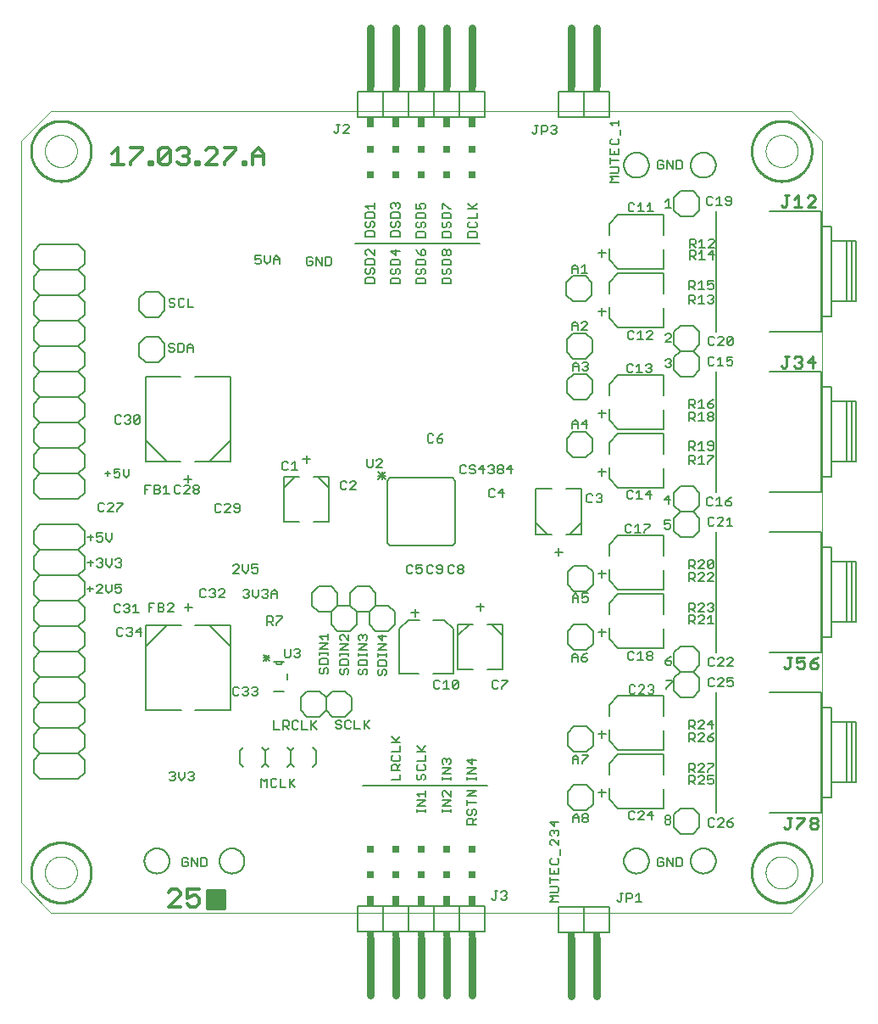
<source format=gto>
G75*
%MOIN*%
%OFA0B0*%
%FSLAX25Y25*%
%IPPOS*%
%LPD*%
%AMOC8*
5,1,8,0,0,1.08239X$1,22.5*
%
%ADD10C,0.01200*%
%ADD11C,0.00600*%
%ADD12C,0.01600*%
%ADD13C,0.00000*%
%ADD14C,0.01000*%
%ADD15C,0.00500*%
%ADD16C,0.01100*%
%ADD17C,0.00800*%
%ADD18C,0.03000*%
%ADD19R,0.03000X0.02000*%
%ADD20R,0.03000X0.04000*%
%ADD21R,0.03000X0.03000*%
D10*
X0067400Y0037500D02*
X0071937Y0042037D01*
X0071937Y0043172D01*
X0070803Y0044306D01*
X0068534Y0044306D01*
X0067400Y0043172D01*
X0067400Y0037500D02*
X0071937Y0037500D01*
X0074766Y0038634D02*
X0075901Y0037500D01*
X0078169Y0037500D01*
X0079303Y0038634D01*
X0079303Y0040903D01*
X0078169Y0042037D01*
X0077035Y0042037D01*
X0074766Y0040903D01*
X0074766Y0044306D01*
X0079303Y0044306D01*
X0079376Y0329000D02*
X0078242Y0329000D01*
X0078242Y0330134D01*
X0079376Y0330134D01*
X0079376Y0329000D01*
X0081925Y0329000D02*
X0086462Y0333537D01*
X0086462Y0334672D01*
X0085328Y0335806D01*
X0083059Y0335806D01*
X0081925Y0334672D01*
X0081925Y0329000D02*
X0086462Y0329000D01*
X0089291Y0329000D02*
X0089291Y0330134D01*
X0093828Y0334672D01*
X0093828Y0335806D01*
X0089291Y0335806D01*
X0096657Y0330134D02*
X0097792Y0330134D01*
X0097792Y0329000D01*
X0096657Y0329000D01*
X0096657Y0330134D01*
X0100340Y0329000D02*
X0100340Y0333537D01*
X0102609Y0335806D01*
X0104878Y0333537D01*
X0104878Y0329000D01*
X0104878Y0332403D02*
X0100340Y0332403D01*
X0075412Y0331269D02*
X0075412Y0330134D01*
X0074278Y0329000D01*
X0072010Y0329000D01*
X0070875Y0330134D01*
X0068046Y0330134D02*
X0066912Y0329000D01*
X0064643Y0329000D01*
X0063509Y0330134D01*
X0068046Y0334672D01*
X0068046Y0330134D01*
X0068046Y0334672D02*
X0066912Y0335806D01*
X0064643Y0335806D01*
X0063509Y0334672D01*
X0063509Y0330134D01*
X0060960Y0330134D02*
X0060960Y0329000D01*
X0059826Y0329000D01*
X0059826Y0330134D01*
X0060960Y0330134D01*
X0056997Y0334672D02*
X0052460Y0330134D01*
X0052460Y0329000D01*
X0049630Y0329000D02*
X0045093Y0329000D01*
X0047362Y0329000D02*
X0047362Y0335806D01*
X0045093Y0333537D01*
X0052460Y0335806D02*
X0056997Y0335806D01*
X0056997Y0334672D01*
X0070875Y0334672D02*
X0072010Y0335806D01*
X0074278Y0335806D01*
X0075412Y0334672D01*
X0075412Y0333537D01*
X0074278Y0332403D01*
X0075412Y0331269D01*
X0074278Y0332403D02*
X0073144Y0332403D01*
D11*
X0101344Y0293356D02*
X0101344Y0291655D01*
X0102478Y0292222D01*
X0103046Y0292222D01*
X0103613Y0291655D01*
X0103613Y0290520D01*
X0103046Y0289953D01*
X0101911Y0289953D01*
X0101344Y0290520D01*
X0101344Y0293356D02*
X0103613Y0293356D01*
X0105027Y0293356D02*
X0105027Y0291087D01*
X0106162Y0289953D01*
X0107296Y0291087D01*
X0107296Y0293356D01*
X0108710Y0292222D02*
X0109845Y0293356D01*
X0110979Y0292222D01*
X0110979Y0289953D01*
X0110979Y0291655D02*
X0108710Y0291655D01*
X0108710Y0292222D02*
X0108710Y0289953D01*
X0121675Y0290067D02*
X0122242Y0289500D01*
X0123377Y0289500D01*
X0123944Y0290067D01*
X0123944Y0291201D01*
X0122810Y0291201D01*
X0121675Y0290067D02*
X0121675Y0292336D01*
X0122242Y0292903D01*
X0123377Y0292903D01*
X0123944Y0292336D01*
X0125358Y0292903D02*
X0125358Y0289500D01*
X0127627Y0289500D02*
X0125358Y0292903D01*
X0127627Y0292903D02*
X0127627Y0289500D01*
X0129042Y0289500D02*
X0129042Y0292903D01*
X0130743Y0292903D01*
X0131310Y0292336D01*
X0131310Y0290067D01*
X0130743Y0289500D01*
X0129042Y0289500D01*
X0140700Y0298200D02*
X0189700Y0298200D01*
X0188600Y0300567D02*
X0185197Y0300567D01*
X0185197Y0302269D01*
X0185764Y0302836D01*
X0188033Y0302836D01*
X0188600Y0302269D01*
X0188600Y0300567D01*
X0188033Y0304251D02*
X0188600Y0304818D01*
X0188600Y0305952D01*
X0188033Y0306519D01*
X0188600Y0307934D02*
X0188600Y0310202D01*
X0188600Y0311617D02*
X0185197Y0311617D01*
X0186899Y0312184D02*
X0188600Y0313885D01*
X0187466Y0311617D02*
X0185197Y0313885D01*
X0185197Y0307934D02*
X0188600Y0307934D01*
X0185764Y0306519D02*
X0185197Y0305952D01*
X0185197Y0304818D01*
X0185764Y0304251D01*
X0188033Y0304251D01*
X0178400Y0304818D02*
X0177833Y0304251D01*
X0178400Y0304818D02*
X0178400Y0305952D01*
X0177833Y0306519D01*
X0177266Y0306519D01*
X0176699Y0305952D01*
X0176699Y0304818D01*
X0176131Y0304251D01*
X0175564Y0304251D01*
X0174997Y0304818D01*
X0174997Y0305952D01*
X0175564Y0306519D01*
X0174997Y0307934D02*
X0174997Y0309635D01*
X0175564Y0310202D01*
X0177833Y0310202D01*
X0178400Y0309635D01*
X0178400Y0307934D01*
X0174997Y0307934D01*
X0174997Y0311617D02*
X0174997Y0313885D01*
X0175564Y0313885D01*
X0177833Y0311617D01*
X0178400Y0311617D01*
X0177833Y0302836D02*
X0175564Y0302836D01*
X0174997Y0302269D01*
X0174997Y0300567D01*
X0178400Y0300567D01*
X0178400Y0302269D01*
X0177833Y0302836D01*
X0177833Y0295585D02*
X0178400Y0295018D01*
X0178400Y0293884D01*
X0177833Y0293317D01*
X0177266Y0293317D01*
X0176699Y0293884D01*
X0176699Y0295018D01*
X0177266Y0295585D01*
X0177833Y0295585D01*
X0176699Y0295018D02*
X0176131Y0295585D01*
X0175564Y0295585D01*
X0174997Y0295018D01*
X0174997Y0293884D01*
X0175564Y0293317D01*
X0176131Y0293317D01*
X0176699Y0293884D01*
X0177833Y0291902D02*
X0175564Y0291902D01*
X0174997Y0291335D01*
X0174997Y0289634D01*
X0178400Y0289634D01*
X0178400Y0291335D01*
X0177833Y0291902D01*
X0177833Y0288219D02*
X0178400Y0287652D01*
X0178400Y0286518D01*
X0177833Y0285951D01*
X0176699Y0286518D02*
X0176699Y0287652D01*
X0177266Y0288219D01*
X0177833Y0288219D01*
X0176699Y0286518D02*
X0176131Y0285951D01*
X0175564Y0285951D01*
X0174997Y0286518D01*
X0174997Y0287652D01*
X0175564Y0288219D01*
X0175564Y0284536D02*
X0174997Y0283969D01*
X0174997Y0282267D01*
X0178400Y0282267D01*
X0178400Y0283969D01*
X0177833Y0284536D01*
X0175564Y0284536D01*
X0168300Y0283969D02*
X0167733Y0284536D01*
X0165464Y0284536D01*
X0164897Y0283969D01*
X0164897Y0282267D01*
X0168300Y0282267D01*
X0168300Y0283969D01*
X0167733Y0285951D02*
X0168300Y0286518D01*
X0168300Y0287652D01*
X0167733Y0288219D01*
X0167166Y0288219D01*
X0166599Y0287652D01*
X0166599Y0286518D01*
X0166031Y0285951D01*
X0165464Y0285951D01*
X0164897Y0286518D01*
X0164897Y0287652D01*
X0165464Y0288219D01*
X0164897Y0289634D02*
X0164897Y0291335D01*
X0165464Y0291902D01*
X0167733Y0291902D01*
X0168300Y0291335D01*
X0168300Y0289634D01*
X0164897Y0289634D01*
X0166599Y0293317D02*
X0165464Y0294451D01*
X0164897Y0295585D01*
X0166599Y0295018D02*
X0166599Y0293317D01*
X0167733Y0293317D01*
X0168300Y0293884D01*
X0168300Y0295018D01*
X0167733Y0295585D01*
X0167166Y0295585D01*
X0166599Y0295018D01*
X0168300Y0300567D02*
X0164897Y0300567D01*
X0164897Y0302269D01*
X0165464Y0302836D01*
X0167733Y0302836D01*
X0168300Y0302269D01*
X0168300Y0300567D01*
X0167733Y0304251D02*
X0168300Y0304818D01*
X0168300Y0305952D01*
X0167733Y0306519D01*
X0167166Y0306519D01*
X0166599Y0305952D01*
X0166599Y0304818D01*
X0166031Y0304251D01*
X0165464Y0304251D01*
X0164897Y0304818D01*
X0164897Y0305952D01*
X0165464Y0306519D01*
X0164897Y0307934D02*
X0164897Y0309635D01*
X0165464Y0310202D01*
X0167733Y0310202D01*
X0168300Y0309635D01*
X0168300Y0307934D01*
X0164897Y0307934D01*
X0164897Y0311617D02*
X0166599Y0311617D01*
X0166031Y0312751D01*
X0166031Y0313318D01*
X0166599Y0313885D01*
X0167733Y0313885D01*
X0168300Y0313318D01*
X0168300Y0312184D01*
X0167733Y0311617D01*
X0164897Y0311617D02*
X0164897Y0313885D01*
X0158300Y0313418D02*
X0158300Y0312284D01*
X0157733Y0311717D01*
X0157733Y0310302D02*
X0155464Y0310302D01*
X0154897Y0309735D01*
X0154897Y0308034D01*
X0158300Y0308034D01*
X0158300Y0309735D01*
X0157733Y0310302D01*
X0155464Y0311717D02*
X0154897Y0312284D01*
X0154897Y0313418D01*
X0155464Y0313985D01*
X0156031Y0313985D01*
X0156599Y0313418D01*
X0157166Y0313985D01*
X0157733Y0313985D01*
X0158300Y0313418D01*
X0156599Y0313418D02*
X0156599Y0312851D01*
X0157166Y0306619D02*
X0157733Y0306619D01*
X0158300Y0306052D01*
X0158300Y0304918D01*
X0157733Y0304351D01*
X0156599Y0304918D02*
X0156599Y0306052D01*
X0157166Y0306619D01*
X0155464Y0306619D02*
X0154897Y0306052D01*
X0154897Y0304918D01*
X0155464Y0304351D01*
X0156031Y0304351D01*
X0156599Y0304918D01*
X0157733Y0302936D02*
X0155464Y0302936D01*
X0154897Y0302369D01*
X0154897Y0300667D01*
X0158300Y0300667D01*
X0158300Y0302369D01*
X0157733Y0302936D01*
X0156599Y0295585D02*
X0156599Y0293317D01*
X0154897Y0295018D01*
X0158300Y0295018D01*
X0157733Y0291902D02*
X0155464Y0291902D01*
X0154897Y0291335D01*
X0154897Y0289634D01*
X0158300Y0289634D01*
X0158300Y0291335D01*
X0157733Y0291902D01*
X0157733Y0288219D02*
X0158300Y0287652D01*
X0158300Y0286518D01*
X0157733Y0285951D01*
X0156599Y0286518D02*
X0156599Y0287652D01*
X0157166Y0288219D01*
X0157733Y0288219D01*
X0156599Y0286518D02*
X0156031Y0285951D01*
X0155464Y0285951D01*
X0154897Y0286518D01*
X0154897Y0287652D01*
X0155464Y0288219D01*
X0155464Y0284536D02*
X0154897Y0283969D01*
X0154897Y0282267D01*
X0158300Y0282267D01*
X0158300Y0283969D01*
X0157733Y0284536D01*
X0155464Y0284536D01*
X0148300Y0284069D02*
X0147733Y0284636D01*
X0145464Y0284636D01*
X0144897Y0284069D01*
X0144897Y0282367D01*
X0148300Y0282367D01*
X0148300Y0284069D01*
X0147733Y0286051D02*
X0148300Y0286618D01*
X0148300Y0287752D01*
X0147733Y0288319D01*
X0147166Y0288319D01*
X0146599Y0287752D01*
X0146599Y0286618D01*
X0146031Y0286051D01*
X0145464Y0286051D01*
X0144897Y0286618D01*
X0144897Y0287752D01*
X0145464Y0288319D01*
X0144897Y0289734D02*
X0144897Y0291435D01*
X0145464Y0292002D01*
X0147733Y0292002D01*
X0148300Y0291435D01*
X0148300Y0289734D01*
X0144897Y0289734D01*
X0145464Y0293417D02*
X0144897Y0293984D01*
X0144897Y0295118D01*
X0145464Y0295685D01*
X0146031Y0295685D01*
X0148300Y0293417D01*
X0148300Y0295685D01*
X0148300Y0300667D02*
X0144897Y0300667D01*
X0144897Y0302369D01*
X0145464Y0302936D01*
X0147733Y0302936D01*
X0148300Y0302369D01*
X0148300Y0300667D01*
X0147733Y0304351D02*
X0148300Y0304918D01*
X0148300Y0306052D01*
X0147733Y0306619D01*
X0147166Y0306619D01*
X0146599Y0306052D01*
X0146599Y0304918D01*
X0146031Y0304351D01*
X0145464Y0304351D01*
X0144897Y0304918D01*
X0144897Y0306052D01*
X0145464Y0306619D01*
X0144897Y0308034D02*
X0144897Y0309735D01*
X0145464Y0310302D01*
X0147733Y0310302D01*
X0148300Y0309735D01*
X0148300Y0308034D01*
X0144897Y0308034D01*
X0146031Y0311717D02*
X0144897Y0312851D01*
X0148300Y0312851D01*
X0148300Y0311717D02*
X0148300Y0313985D01*
X0138352Y0341500D02*
X0136083Y0341500D01*
X0138352Y0343769D01*
X0138352Y0344336D01*
X0137785Y0344903D01*
X0136650Y0344903D01*
X0136083Y0344336D01*
X0134669Y0344903D02*
X0133534Y0344903D01*
X0134101Y0344903D02*
X0134101Y0342067D01*
X0133534Y0341500D01*
X0132967Y0341500D01*
X0132400Y0342067D01*
X0141600Y0347700D02*
X0141600Y0357700D01*
X0151600Y0357700D01*
X0161600Y0357700D01*
X0171600Y0357700D01*
X0181600Y0357700D01*
X0191600Y0357700D01*
X0191600Y0347700D01*
X0181600Y0347700D01*
X0181600Y0357700D01*
X0181600Y0347700D02*
X0171600Y0347700D01*
X0171600Y0357700D01*
X0171600Y0347700D02*
X0161600Y0347700D01*
X0161600Y0357700D01*
X0161600Y0347700D02*
X0151600Y0347700D01*
X0151600Y0357700D01*
X0151600Y0347700D02*
X0141600Y0347700D01*
X0074966Y0276503D02*
X0074966Y0273100D01*
X0077235Y0273100D01*
X0073552Y0273667D02*
X0072985Y0273100D01*
X0071850Y0273100D01*
X0071283Y0273667D01*
X0071283Y0275936D01*
X0071850Y0276503D01*
X0072985Y0276503D01*
X0073552Y0275936D01*
X0069869Y0275936D02*
X0069301Y0276503D01*
X0068167Y0276503D01*
X0067600Y0275936D01*
X0067600Y0275369D01*
X0068167Y0274801D01*
X0069301Y0274801D01*
X0069869Y0274234D01*
X0069869Y0273667D01*
X0069301Y0273100D01*
X0068167Y0273100D01*
X0067600Y0273667D01*
X0065800Y0271700D02*
X0065800Y0276700D01*
X0063300Y0279200D01*
X0058300Y0279200D01*
X0055800Y0276700D01*
X0055800Y0271700D01*
X0058300Y0269200D01*
X0063300Y0269200D01*
X0065800Y0271700D01*
X0063300Y0261400D02*
X0058300Y0261400D01*
X0055800Y0258900D01*
X0055800Y0253900D01*
X0058300Y0251400D01*
X0063300Y0251400D01*
X0065800Y0253900D01*
X0065800Y0258900D01*
X0063300Y0261400D01*
X0067400Y0258336D02*
X0067400Y0257769D01*
X0067967Y0257201D01*
X0069101Y0257201D01*
X0069669Y0256634D01*
X0069669Y0256067D01*
X0069101Y0255500D01*
X0067967Y0255500D01*
X0067400Y0256067D01*
X0067400Y0258336D02*
X0067967Y0258903D01*
X0069101Y0258903D01*
X0069669Y0258336D01*
X0071083Y0258903D02*
X0072785Y0258903D01*
X0073352Y0258336D01*
X0073352Y0256067D01*
X0072785Y0255500D01*
X0071083Y0255500D01*
X0071083Y0258903D01*
X0074766Y0257769D02*
X0075901Y0258903D01*
X0077035Y0257769D01*
X0077035Y0255500D01*
X0077035Y0257201D02*
X0074766Y0257201D01*
X0074766Y0257769D02*
X0074766Y0255500D01*
X0072200Y0245900D02*
X0058300Y0245900D01*
X0058300Y0212500D01*
X0072200Y0212500D01*
X0077800Y0212500D02*
X0083400Y0212500D01*
X0091700Y0220800D01*
X0091700Y0212500D02*
X0091700Y0245900D01*
X0077800Y0245900D01*
X0056135Y0230036D02*
X0053866Y0227767D01*
X0054433Y0227200D01*
X0055568Y0227200D01*
X0056135Y0227767D01*
X0056135Y0230036D01*
X0055568Y0230603D01*
X0054433Y0230603D01*
X0053866Y0230036D01*
X0053866Y0227767D01*
X0052452Y0227767D02*
X0051885Y0227200D01*
X0050750Y0227200D01*
X0050183Y0227767D01*
X0048769Y0227767D02*
X0048201Y0227200D01*
X0047067Y0227200D01*
X0046500Y0227767D01*
X0046500Y0230036D01*
X0047067Y0230603D01*
X0048201Y0230603D01*
X0048769Y0230036D01*
X0050183Y0230036D02*
X0050750Y0230603D01*
X0051885Y0230603D01*
X0052452Y0230036D01*
X0052452Y0229469D01*
X0051885Y0228901D01*
X0052452Y0228334D01*
X0052452Y0227767D01*
X0051885Y0228901D02*
X0051317Y0228901D01*
X0058300Y0220800D02*
X0066600Y0212500D01*
X0073500Y0205500D02*
X0076500Y0205500D01*
X0075000Y0207000D02*
X0075000Y0204000D01*
X0075135Y0203162D02*
X0074001Y0203162D01*
X0073434Y0202595D01*
X0072019Y0202595D02*
X0071452Y0203162D01*
X0070318Y0203162D01*
X0069750Y0202595D01*
X0069750Y0200326D01*
X0070318Y0199759D01*
X0071452Y0199759D01*
X0072019Y0200326D01*
X0073434Y0199759D02*
X0075702Y0202028D01*
X0075702Y0202595D01*
X0075135Y0203162D01*
X0077117Y0202595D02*
X0077117Y0202028D01*
X0077684Y0201461D01*
X0078818Y0201461D01*
X0079385Y0200893D01*
X0079385Y0200326D01*
X0078818Y0199759D01*
X0077684Y0199759D01*
X0077117Y0200326D01*
X0077117Y0200893D01*
X0077684Y0201461D01*
X0078818Y0201461D02*
X0079385Y0202028D01*
X0079385Y0202595D01*
X0078818Y0203162D01*
X0077684Y0203162D01*
X0077117Y0202595D01*
X0075702Y0199759D02*
X0073434Y0199759D01*
X0067651Y0199753D02*
X0065383Y0199753D01*
X0066517Y0199753D02*
X0066517Y0203156D01*
X0065383Y0202021D01*
X0063968Y0202021D02*
X0063401Y0201454D01*
X0061700Y0201454D01*
X0063401Y0201454D02*
X0063968Y0200887D01*
X0063968Y0200320D01*
X0063401Y0199753D01*
X0061700Y0199753D01*
X0061700Y0203156D01*
X0063401Y0203156D01*
X0063968Y0202589D01*
X0063968Y0202021D01*
X0060285Y0203156D02*
X0058017Y0203156D01*
X0058017Y0199753D01*
X0058017Y0201454D02*
X0059151Y0201454D01*
X0051879Y0207187D02*
X0051879Y0209456D01*
X0051879Y0207187D02*
X0050745Y0206053D01*
X0049610Y0207187D01*
X0049610Y0209456D01*
X0048196Y0209456D02*
X0045927Y0209456D01*
X0045927Y0207755D01*
X0047062Y0208322D01*
X0047629Y0208322D01*
X0048196Y0207755D01*
X0048196Y0206620D01*
X0047629Y0206053D01*
X0046494Y0206053D01*
X0045927Y0206620D01*
X0044513Y0207755D02*
X0042244Y0207755D01*
X0043378Y0208889D02*
X0043378Y0206620D01*
X0034261Y0205161D02*
X0034261Y0200161D01*
X0031761Y0197661D01*
X0016761Y0197661D01*
X0014261Y0200161D01*
X0014261Y0205161D01*
X0016761Y0207661D01*
X0031761Y0207661D01*
X0034261Y0205161D01*
X0031761Y0207661D02*
X0034261Y0210161D01*
X0034261Y0215161D01*
X0031761Y0217661D01*
X0016761Y0217661D01*
X0014261Y0220161D01*
X0014261Y0225161D01*
X0016761Y0227661D01*
X0031761Y0227661D01*
X0034261Y0225161D01*
X0034261Y0220161D01*
X0031761Y0217661D01*
X0031761Y0227661D02*
X0034261Y0230161D01*
X0034261Y0235161D01*
X0031761Y0237661D01*
X0016761Y0237661D01*
X0014261Y0235161D01*
X0014261Y0230161D01*
X0016761Y0227661D01*
X0016761Y0237661D02*
X0014261Y0240161D01*
X0014261Y0245161D01*
X0016761Y0247661D01*
X0031761Y0247661D01*
X0034261Y0245161D01*
X0034261Y0240161D01*
X0031761Y0237661D01*
X0031761Y0247661D02*
X0034261Y0250161D01*
X0034261Y0255161D01*
X0031761Y0257661D01*
X0016761Y0257661D01*
X0014261Y0255161D01*
X0014261Y0250161D01*
X0016761Y0247661D01*
X0016761Y0257661D02*
X0014261Y0260161D01*
X0014261Y0265161D01*
X0016761Y0267661D01*
X0031761Y0267661D01*
X0034261Y0265161D01*
X0034261Y0260161D01*
X0031761Y0257661D01*
X0031761Y0267661D02*
X0034261Y0270161D01*
X0034261Y0275161D01*
X0031761Y0277661D01*
X0016761Y0277661D01*
X0014261Y0275161D01*
X0014261Y0270161D01*
X0016761Y0267661D01*
X0016761Y0277661D02*
X0014261Y0280161D01*
X0014261Y0285161D01*
X0016761Y0287661D01*
X0031761Y0287661D01*
X0034261Y0285161D01*
X0034261Y0280161D01*
X0031761Y0277661D01*
X0031761Y0287661D02*
X0034261Y0290161D01*
X0034261Y0295161D01*
X0031761Y0297661D01*
X0016761Y0297661D01*
X0014261Y0295161D01*
X0014261Y0290161D01*
X0016761Y0287661D01*
X0016761Y0217661D02*
X0014261Y0215161D01*
X0014261Y0210161D01*
X0016761Y0207661D01*
X0016761Y0187661D02*
X0031761Y0187661D01*
X0034261Y0185161D01*
X0034261Y0180161D01*
X0031761Y0177661D01*
X0016761Y0177661D01*
X0014261Y0175161D01*
X0014261Y0170161D01*
X0016761Y0167661D01*
X0031761Y0167661D01*
X0034261Y0165161D01*
X0034261Y0160161D01*
X0031761Y0157661D01*
X0016761Y0157661D01*
X0014261Y0155161D01*
X0014261Y0150161D01*
X0016761Y0147661D01*
X0031761Y0147661D01*
X0034261Y0145161D01*
X0034261Y0140161D01*
X0031761Y0137661D01*
X0016761Y0137661D01*
X0014261Y0135161D01*
X0014261Y0130161D01*
X0016761Y0127661D01*
X0031761Y0127661D01*
X0034261Y0125161D01*
X0034261Y0120161D01*
X0031761Y0117661D01*
X0016761Y0117661D01*
X0014261Y0120161D01*
X0014261Y0125161D01*
X0016761Y0127661D01*
X0016761Y0137661D02*
X0014261Y0140161D01*
X0014261Y0145161D01*
X0016761Y0147661D01*
X0016761Y0157661D02*
X0014261Y0160161D01*
X0014261Y0165161D01*
X0016761Y0167661D01*
X0016761Y0177661D02*
X0014261Y0180161D01*
X0014261Y0185161D01*
X0016761Y0187661D01*
X0031761Y0177661D02*
X0034261Y0175161D01*
X0034261Y0170161D01*
X0031761Y0167661D01*
X0036634Y0171467D02*
X0036634Y0173736D01*
X0035500Y0172601D02*
X0037769Y0172601D01*
X0039183Y0171467D02*
X0039750Y0170900D01*
X0040885Y0170900D01*
X0041452Y0171467D01*
X0041452Y0172034D01*
X0040885Y0172601D01*
X0040317Y0172601D01*
X0040885Y0172601D02*
X0041452Y0173169D01*
X0041452Y0173736D01*
X0040885Y0174303D01*
X0039750Y0174303D01*
X0039183Y0173736D01*
X0042866Y0174303D02*
X0042866Y0172034D01*
X0044001Y0170900D01*
X0045135Y0172034D01*
X0045135Y0174303D01*
X0046549Y0173736D02*
X0047117Y0174303D01*
X0048251Y0174303D01*
X0048818Y0173736D01*
X0048818Y0173169D01*
X0048251Y0172601D01*
X0048818Y0172034D01*
X0048818Y0171467D01*
X0048251Y0170900D01*
X0047117Y0170900D01*
X0046549Y0171467D01*
X0047684Y0172601D02*
X0048251Y0172601D01*
X0048718Y0164103D02*
X0046449Y0164103D01*
X0046449Y0162401D01*
X0047584Y0162969D01*
X0048151Y0162969D01*
X0048718Y0162401D01*
X0048718Y0161267D01*
X0048151Y0160700D01*
X0047017Y0160700D01*
X0046449Y0161267D01*
X0045035Y0161834D02*
X0045035Y0164103D01*
X0045035Y0161834D02*
X0043901Y0160700D01*
X0042766Y0161834D01*
X0042766Y0164103D01*
X0041352Y0163536D02*
X0040785Y0164103D01*
X0039650Y0164103D01*
X0039083Y0163536D01*
X0037669Y0162401D02*
X0035400Y0162401D01*
X0036534Y0161267D02*
X0036534Y0163536D01*
X0039083Y0160700D02*
X0041352Y0162969D01*
X0041352Y0163536D01*
X0041352Y0160700D02*
X0039083Y0160700D01*
X0034261Y0155161D02*
X0034261Y0150161D01*
X0031761Y0147661D01*
X0034261Y0155161D02*
X0031761Y0157661D01*
X0046050Y0155895D02*
X0046050Y0153626D01*
X0046618Y0153059D01*
X0047752Y0153059D01*
X0048319Y0153626D01*
X0049734Y0153626D02*
X0050301Y0153059D01*
X0051435Y0153059D01*
X0052002Y0153626D01*
X0052002Y0154193D01*
X0051435Y0154761D01*
X0050868Y0154761D01*
X0051435Y0154761D02*
X0052002Y0155328D01*
X0052002Y0155895D01*
X0051435Y0156462D01*
X0050301Y0156462D01*
X0049734Y0155895D01*
X0048319Y0155895D02*
X0047752Y0156462D01*
X0046618Y0156462D01*
X0046050Y0155895D01*
X0053417Y0155328D02*
X0054551Y0156462D01*
X0054551Y0153059D01*
X0053417Y0153059D02*
X0055685Y0153059D01*
X0059617Y0153353D02*
X0059617Y0156756D01*
X0061885Y0156756D01*
X0063300Y0156756D02*
X0065001Y0156756D01*
X0065568Y0156189D01*
X0065568Y0155621D01*
X0065001Y0155054D01*
X0063300Y0155054D01*
X0065001Y0155054D02*
X0065568Y0154487D01*
X0065568Y0153920D01*
X0065001Y0153353D01*
X0063300Y0153353D01*
X0063300Y0156756D01*
X0060751Y0155054D02*
X0059617Y0155054D01*
X0058400Y0148100D02*
X0058400Y0114700D01*
X0072300Y0114700D01*
X0077900Y0114700D02*
X0091800Y0114700D01*
X0091800Y0148100D01*
X0077900Y0148100D01*
X0072300Y0148100D02*
X0066700Y0148100D01*
X0058400Y0139800D01*
X0056268Y0143800D02*
X0056268Y0147203D01*
X0054566Y0145501D01*
X0056835Y0145501D01*
X0058400Y0148100D02*
X0066700Y0148100D01*
X0066983Y0153353D02*
X0069251Y0155621D01*
X0069251Y0156189D01*
X0068684Y0156756D01*
X0067550Y0156756D01*
X0066983Y0156189D01*
X0066983Y0153353D02*
X0069251Y0153353D01*
X0073600Y0155100D02*
X0076600Y0155100D01*
X0075100Y0153600D02*
X0075100Y0156600D01*
X0079850Y0159526D02*
X0080418Y0158959D01*
X0081552Y0158959D01*
X0082119Y0159526D01*
X0083534Y0159526D02*
X0084101Y0158959D01*
X0085235Y0158959D01*
X0085802Y0159526D01*
X0085802Y0160093D01*
X0085235Y0160661D01*
X0084668Y0160661D01*
X0085235Y0160661D02*
X0085802Y0161228D01*
X0085802Y0161795D01*
X0085235Y0162362D01*
X0084101Y0162362D01*
X0083534Y0161795D01*
X0082119Y0161795D02*
X0081552Y0162362D01*
X0080418Y0162362D01*
X0079850Y0161795D01*
X0079850Y0159526D01*
X0087217Y0158959D02*
X0089485Y0161228D01*
X0089485Y0161795D01*
X0088918Y0162362D01*
X0087784Y0162362D01*
X0087217Y0161795D01*
X0087217Y0158959D02*
X0089485Y0158959D01*
X0096844Y0159320D02*
X0097411Y0158753D01*
X0098546Y0158753D01*
X0099113Y0159320D01*
X0099113Y0159887D01*
X0098546Y0160455D01*
X0097978Y0160455D01*
X0098546Y0160455D02*
X0099113Y0161022D01*
X0099113Y0161589D01*
X0098546Y0162156D01*
X0097411Y0162156D01*
X0096844Y0161589D01*
X0100527Y0162156D02*
X0100527Y0159887D01*
X0101662Y0158753D01*
X0102796Y0159887D01*
X0102796Y0162156D01*
X0104210Y0161589D02*
X0104778Y0162156D01*
X0105912Y0162156D01*
X0106479Y0161589D01*
X0106479Y0161022D01*
X0105912Y0160455D01*
X0106479Y0159887D01*
X0106479Y0159320D01*
X0105912Y0158753D01*
X0104778Y0158753D01*
X0104210Y0159320D01*
X0105345Y0160455D02*
X0105912Y0160455D01*
X0107894Y0160455D02*
X0110162Y0160455D01*
X0110162Y0161022D02*
X0110162Y0158753D01*
X0107894Y0158753D02*
X0107894Y0161022D01*
X0109028Y0162156D01*
X0110162Y0161022D01*
X0109883Y0151603D02*
X0112152Y0151603D01*
X0112152Y0151036D01*
X0109883Y0148767D01*
X0109883Y0148200D01*
X0108469Y0148200D02*
X0107334Y0149334D01*
X0107901Y0149334D02*
X0106200Y0149334D01*
X0106200Y0148200D02*
X0106200Y0151603D01*
X0107901Y0151603D01*
X0108469Y0151036D01*
X0108469Y0149901D01*
X0107901Y0149334D01*
X0113000Y0138903D02*
X0113000Y0136067D01*
X0113567Y0135500D01*
X0114701Y0135500D01*
X0115269Y0136067D01*
X0115269Y0138903D01*
X0116683Y0138336D02*
X0117250Y0138903D01*
X0118385Y0138903D01*
X0118952Y0138336D01*
X0118952Y0137769D01*
X0118385Y0137201D01*
X0118952Y0136634D01*
X0118952Y0136067D01*
X0118385Y0135500D01*
X0117250Y0135500D01*
X0116683Y0136067D01*
X0117817Y0137201D02*
X0118385Y0137201D01*
X0112700Y0133800D02*
X0112000Y0133800D01*
X0109600Y0133800D01*
X0108900Y0133800D01*
X0109600Y0133800D02*
X0109602Y0133731D01*
X0109608Y0133663D01*
X0109618Y0133595D01*
X0109631Y0133528D01*
X0109649Y0133462D01*
X0109670Y0133397D01*
X0109695Y0133333D01*
X0109723Y0133271D01*
X0109755Y0133210D01*
X0109790Y0133151D01*
X0109829Y0133095D01*
X0109871Y0133040D01*
X0109916Y0132989D01*
X0109964Y0132939D01*
X0110014Y0132893D01*
X0110067Y0132850D01*
X0110123Y0132809D01*
X0110180Y0132772D01*
X0110240Y0132739D01*
X0110302Y0132708D01*
X0110365Y0132682D01*
X0110429Y0132659D01*
X0110495Y0132639D01*
X0110562Y0132624D01*
X0110629Y0132612D01*
X0110697Y0132604D01*
X0110766Y0132600D01*
X0110834Y0132600D01*
X0110903Y0132604D01*
X0110971Y0132612D01*
X0111038Y0132624D01*
X0111105Y0132639D01*
X0111171Y0132659D01*
X0111235Y0132682D01*
X0111298Y0132708D01*
X0111360Y0132739D01*
X0111420Y0132772D01*
X0111477Y0132809D01*
X0111533Y0132850D01*
X0111586Y0132893D01*
X0111636Y0132939D01*
X0111684Y0132989D01*
X0111729Y0133040D01*
X0111771Y0133095D01*
X0111810Y0133151D01*
X0111845Y0133210D01*
X0111877Y0133271D01*
X0111905Y0133333D01*
X0111930Y0133397D01*
X0111951Y0133462D01*
X0111969Y0133528D01*
X0111982Y0133595D01*
X0111992Y0133663D01*
X0111998Y0133731D01*
X0112000Y0133800D01*
X0114100Y0129200D02*
X0114100Y0126600D01*
X0112700Y0122000D02*
X0108900Y0122000D01*
X0102335Y0121634D02*
X0102335Y0121067D01*
X0101768Y0120500D01*
X0100633Y0120500D01*
X0100066Y0121067D01*
X0098652Y0121067D02*
X0098085Y0120500D01*
X0096950Y0120500D01*
X0096383Y0121067D01*
X0094969Y0121067D02*
X0094401Y0120500D01*
X0093267Y0120500D01*
X0092700Y0121067D01*
X0092700Y0123336D01*
X0093267Y0123903D01*
X0094401Y0123903D01*
X0094969Y0123336D01*
X0096383Y0123336D02*
X0096950Y0123903D01*
X0098085Y0123903D01*
X0098652Y0123336D01*
X0098652Y0122769D01*
X0098085Y0122201D01*
X0098652Y0121634D01*
X0098652Y0121067D01*
X0098085Y0122201D02*
X0097517Y0122201D01*
X0100066Y0123336D02*
X0100633Y0123903D01*
X0101768Y0123903D01*
X0102335Y0123336D01*
X0102335Y0122769D01*
X0101768Y0122201D01*
X0102335Y0121634D01*
X0101768Y0122201D02*
X0101201Y0122201D01*
X0104700Y0134167D02*
X0106969Y0136436D01*
X0106969Y0135301D02*
X0104700Y0135301D01*
X0104700Y0136436D02*
X0106969Y0134167D01*
X0105834Y0134167D02*
X0105834Y0136436D01*
X0091800Y0139800D02*
X0083500Y0148100D01*
X0092844Y0168553D02*
X0095113Y0170822D01*
X0095113Y0171389D01*
X0094546Y0171956D01*
X0093411Y0171956D01*
X0092844Y0171389D01*
X0092844Y0168553D02*
X0095113Y0168553D01*
X0096527Y0169687D02*
X0097662Y0168553D01*
X0098796Y0169687D01*
X0098796Y0171956D01*
X0100210Y0171956D02*
X0100210Y0170255D01*
X0101345Y0170822D01*
X0101912Y0170822D01*
X0102479Y0170255D01*
X0102479Y0169120D01*
X0101912Y0168553D01*
X0100778Y0168553D01*
X0100210Y0169120D01*
X0100210Y0171956D02*
X0102479Y0171956D01*
X0096527Y0171956D02*
X0096527Y0169687D01*
X0094718Y0192459D02*
X0095285Y0193026D01*
X0095285Y0195295D01*
X0094718Y0195862D01*
X0093584Y0195862D01*
X0093017Y0195295D01*
X0093017Y0194728D01*
X0093584Y0194161D01*
X0095285Y0194161D01*
X0094718Y0192459D02*
X0093584Y0192459D01*
X0093017Y0193026D01*
X0091602Y0192459D02*
X0089334Y0192459D01*
X0091602Y0194728D01*
X0091602Y0195295D01*
X0091035Y0195862D01*
X0089901Y0195862D01*
X0089334Y0195295D01*
X0087919Y0195295D02*
X0087352Y0195862D01*
X0086218Y0195862D01*
X0085650Y0195295D01*
X0085650Y0193026D01*
X0086218Y0192459D01*
X0087352Y0192459D01*
X0087919Y0193026D01*
X0091700Y0212500D02*
X0083400Y0212500D01*
X0112200Y0211836D02*
X0112200Y0209567D01*
X0112767Y0209000D01*
X0113901Y0209000D01*
X0114469Y0209567D01*
X0115883Y0209000D02*
X0118152Y0209000D01*
X0117017Y0209000D02*
X0117017Y0212403D01*
X0115883Y0211269D01*
X0114469Y0211836D02*
X0113901Y0212403D01*
X0112767Y0212403D01*
X0112200Y0211836D01*
X0112700Y0206500D02*
X0112700Y0188700D01*
X0118800Y0188700D01*
X0124400Y0188700D02*
X0130500Y0188700D01*
X0130500Y0206500D01*
X0124400Y0206500D01*
X0126000Y0206500D02*
X0130500Y0202000D01*
X0135150Y0201926D02*
X0135150Y0204195D01*
X0135718Y0204762D01*
X0136852Y0204762D01*
X0137419Y0204195D01*
X0138834Y0204195D02*
X0139401Y0204762D01*
X0140535Y0204762D01*
X0141102Y0204195D01*
X0141102Y0203628D01*
X0138834Y0201359D01*
X0141102Y0201359D01*
X0137419Y0201926D02*
X0136852Y0201359D01*
X0135718Y0201359D01*
X0135150Y0201926D01*
X0145420Y0210647D02*
X0145420Y0213483D01*
X0147688Y0213483D02*
X0147688Y0210647D01*
X0147121Y0210080D01*
X0145987Y0210080D01*
X0145420Y0210647D01*
X0149103Y0210080D02*
X0151371Y0212349D01*
X0151371Y0212916D01*
X0150804Y0213483D01*
X0149670Y0213483D01*
X0149103Y0212916D01*
X0149103Y0210080D02*
X0151371Y0210080D01*
X0154576Y0205968D02*
X0178985Y0205968D01*
X0180068Y0204885D01*
X0180068Y0180476D01*
X0178985Y0179393D01*
X0154576Y0179393D01*
X0153493Y0180476D01*
X0153493Y0204885D01*
X0154576Y0205968D01*
X0169250Y0220426D02*
X0169818Y0219859D01*
X0170952Y0219859D01*
X0171519Y0220426D01*
X0172934Y0220426D02*
X0173501Y0219859D01*
X0174635Y0219859D01*
X0175202Y0220426D01*
X0175202Y0220993D01*
X0174635Y0221561D01*
X0172934Y0221561D01*
X0172934Y0220426D01*
X0172934Y0221561D02*
X0174068Y0222695D01*
X0175202Y0223262D01*
X0171519Y0222695D02*
X0170952Y0223262D01*
X0169818Y0223262D01*
X0169250Y0222695D01*
X0169250Y0220426D01*
X0182100Y0210436D02*
X0182100Y0208167D01*
X0182667Y0207600D01*
X0183801Y0207600D01*
X0184369Y0208167D01*
X0185783Y0208167D02*
X0186350Y0207600D01*
X0187485Y0207600D01*
X0188052Y0208167D01*
X0188052Y0208734D01*
X0187485Y0209301D01*
X0186350Y0209301D01*
X0185783Y0209869D01*
X0185783Y0210436D01*
X0186350Y0211003D01*
X0187485Y0211003D01*
X0188052Y0210436D01*
X0189466Y0209301D02*
X0191735Y0209301D01*
X0191168Y0207600D02*
X0191168Y0211003D01*
X0189466Y0209301D01*
X0193149Y0208167D02*
X0193717Y0207600D01*
X0194851Y0207600D01*
X0195418Y0208167D01*
X0195418Y0208734D01*
X0194851Y0209301D01*
X0194284Y0209301D01*
X0194851Y0209301D02*
X0195418Y0209869D01*
X0195418Y0210436D01*
X0194851Y0211003D01*
X0193717Y0211003D01*
X0193149Y0210436D01*
X0196833Y0210436D02*
X0196833Y0209869D01*
X0197400Y0209301D01*
X0198534Y0209301D01*
X0199101Y0208734D01*
X0199101Y0208167D01*
X0198534Y0207600D01*
X0197400Y0207600D01*
X0196833Y0208167D01*
X0196833Y0208734D01*
X0197400Y0209301D01*
X0198534Y0209301D02*
X0199101Y0209869D01*
X0199101Y0210436D01*
X0198534Y0211003D01*
X0197400Y0211003D01*
X0196833Y0210436D01*
X0200516Y0209301D02*
X0202784Y0209301D01*
X0202217Y0207600D02*
X0202217Y0211003D01*
X0200516Y0209301D01*
X0198735Y0201662D02*
X0197034Y0199961D01*
X0199302Y0199961D01*
X0198735Y0198259D02*
X0198735Y0201662D01*
X0195619Y0201095D02*
X0195052Y0201662D01*
X0193918Y0201662D01*
X0193350Y0201095D01*
X0193350Y0198826D01*
X0193918Y0198259D01*
X0195052Y0198259D01*
X0195619Y0198826D01*
X0184369Y0210436D02*
X0183801Y0211003D01*
X0182667Y0211003D01*
X0182100Y0210436D01*
X0211900Y0201600D02*
X0211900Y0183800D01*
X0218000Y0183800D01*
X0216400Y0183800D02*
X0211900Y0188300D01*
X0223600Y0183800D02*
X0225200Y0183800D01*
X0229700Y0188300D01*
X0229700Y0183800D02*
X0225200Y0183800D01*
X0229700Y0183800D02*
X0229700Y0201600D01*
X0223600Y0201600D01*
X0218000Y0201600D02*
X0211900Y0201600D01*
X0226500Y0214000D02*
X0224000Y0216500D01*
X0224000Y0221500D01*
X0226500Y0224000D01*
X0231500Y0224000D01*
X0234000Y0221500D01*
X0234000Y0216500D01*
X0231500Y0214000D01*
X0226500Y0214000D01*
X0236362Y0208369D02*
X0239362Y0208369D01*
X0240670Y0209944D02*
X0240670Y0205613D01*
X0244213Y0202070D01*
X0261930Y0202070D01*
X0261930Y0209900D01*
X0261930Y0215500D02*
X0261930Y0223330D01*
X0244213Y0223330D01*
X0240670Y0219787D01*
X0240670Y0215456D01*
X0237862Y0209869D02*
X0237862Y0206869D01*
X0237285Y0199703D02*
X0237852Y0199136D01*
X0237852Y0198569D01*
X0237285Y0198001D01*
X0237852Y0197434D01*
X0237852Y0196867D01*
X0237285Y0196300D01*
X0236150Y0196300D01*
X0235583Y0196867D01*
X0234169Y0196867D02*
X0233601Y0196300D01*
X0232467Y0196300D01*
X0231900Y0196867D01*
X0231900Y0199136D01*
X0232467Y0199703D01*
X0233601Y0199703D01*
X0234169Y0199136D01*
X0235583Y0199136D02*
X0236150Y0199703D01*
X0237285Y0199703D01*
X0237285Y0198001D02*
X0236717Y0198001D01*
X0247200Y0187236D02*
X0247200Y0184967D01*
X0247767Y0184400D01*
X0248901Y0184400D01*
X0249469Y0184967D01*
X0250883Y0184400D02*
X0253152Y0184400D01*
X0252017Y0184400D02*
X0252017Y0187803D01*
X0250883Y0186669D01*
X0249469Y0187236D02*
X0248901Y0187803D01*
X0247767Y0187803D01*
X0247200Y0187236D01*
X0244213Y0183330D02*
X0240670Y0179787D01*
X0240670Y0175456D01*
X0240670Y0169944D02*
X0240670Y0165613D01*
X0244213Y0162070D01*
X0261930Y0162070D01*
X0261930Y0169900D01*
X0261930Y0175500D02*
X0261930Y0183330D01*
X0244213Y0183330D01*
X0254566Y0184400D02*
X0254566Y0184967D01*
X0256835Y0187236D01*
X0256835Y0187803D01*
X0254566Y0187803D01*
X0262400Y0187601D02*
X0263534Y0188169D01*
X0264101Y0188169D01*
X0264669Y0187601D01*
X0264669Y0186467D01*
X0264101Y0185900D01*
X0262967Y0185900D01*
X0262400Y0186467D01*
X0262400Y0187601D02*
X0262400Y0189303D01*
X0264669Y0189303D01*
X0266200Y0190200D02*
X0268700Y0192700D01*
X0273700Y0192700D01*
X0276200Y0190200D01*
X0276200Y0185200D01*
X0273700Y0182700D01*
X0268700Y0182700D01*
X0266200Y0185200D01*
X0266200Y0190200D01*
X0268700Y0192700D02*
X0266200Y0195200D01*
X0266200Y0200200D01*
X0268700Y0202700D01*
X0273700Y0202700D01*
X0276200Y0200200D01*
X0276200Y0195200D01*
X0273700Y0192700D01*
X0268700Y0192700D01*
X0264669Y0197401D02*
X0262400Y0197401D01*
X0264101Y0199103D01*
X0264101Y0195700D01*
X0256768Y0197700D02*
X0256768Y0201103D01*
X0255066Y0199401D01*
X0257335Y0199401D01*
X0253652Y0197700D02*
X0251383Y0197700D01*
X0252517Y0197700D02*
X0252517Y0201103D01*
X0251383Y0199969D01*
X0249969Y0200536D02*
X0249401Y0201103D01*
X0248267Y0201103D01*
X0247700Y0200536D01*
X0247700Y0198267D01*
X0248267Y0197700D01*
X0249401Y0197700D01*
X0249969Y0198267D01*
X0272100Y0211500D02*
X0272100Y0214903D01*
X0273801Y0214903D01*
X0274369Y0214336D01*
X0274369Y0213201D01*
X0273801Y0212634D01*
X0272100Y0212634D01*
X0273234Y0212634D02*
X0274369Y0211500D01*
X0275783Y0211500D02*
X0278052Y0211500D01*
X0276917Y0211500D02*
X0276917Y0214903D01*
X0275783Y0213769D01*
X0275783Y0216900D02*
X0278052Y0216900D01*
X0276917Y0216900D02*
X0276917Y0220303D01*
X0275783Y0219169D01*
X0274369Y0219736D02*
X0274369Y0218601D01*
X0273801Y0218034D01*
X0272100Y0218034D01*
X0272100Y0216900D02*
X0272100Y0220303D01*
X0273801Y0220303D01*
X0274369Y0219736D01*
X0273234Y0218034D02*
X0274369Y0216900D01*
X0279466Y0217467D02*
X0280033Y0216900D01*
X0281168Y0216900D01*
X0281735Y0217467D01*
X0281735Y0219736D01*
X0281168Y0220303D01*
X0280033Y0220303D01*
X0279466Y0219736D01*
X0279466Y0219169D01*
X0280033Y0218601D01*
X0281735Y0218601D01*
X0281735Y0214903D02*
X0279466Y0214903D01*
X0281735Y0214903D02*
X0281735Y0214336D01*
X0279466Y0212067D01*
X0279466Y0211500D01*
X0279767Y0198403D02*
X0279200Y0197836D01*
X0279200Y0195567D01*
X0279767Y0195000D01*
X0280901Y0195000D01*
X0281469Y0195567D01*
X0282883Y0195000D02*
X0285152Y0195000D01*
X0284017Y0195000D02*
X0284017Y0198403D01*
X0282883Y0197269D01*
X0281469Y0197836D02*
X0280901Y0198403D01*
X0279767Y0198403D01*
X0286566Y0196701D02*
X0286566Y0195567D01*
X0287133Y0195000D01*
X0288268Y0195000D01*
X0288835Y0195567D01*
X0288835Y0196134D01*
X0288268Y0196701D01*
X0286566Y0196701D01*
X0287701Y0197836D01*
X0288835Y0198403D01*
X0288101Y0190503D02*
X0288101Y0187100D01*
X0289235Y0187100D02*
X0286966Y0187100D01*
X0285552Y0187100D02*
X0283283Y0187100D01*
X0285552Y0189369D01*
X0285552Y0189936D01*
X0284985Y0190503D01*
X0283850Y0190503D01*
X0283283Y0189936D01*
X0281869Y0189936D02*
X0281301Y0190503D01*
X0280167Y0190503D01*
X0279600Y0189936D01*
X0279600Y0187667D01*
X0280167Y0187100D01*
X0281301Y0187100D01*
X0281869Y0187667D01*
X0286966Y0189369D02*
X0288101Y0190503D01*
X0281168Y0173803D02*
X0281735Y0173236D01*
X0279466Y0170967D01*
X0280033Y0170400D01*
X0281168Y0170400D01*
X0281735Y0170967D01*
X0281735Y0173236D01*
X0281168Y0173803D02*
X0280033Y0173803D01*
X0279466Y0173236D01*
X0279466Y0170967D01*
X0278052Y0170400D02*
X0275783Y0170400D01*
X0278052Y0172669D01*
X0278052Y0173236D01*
X0277485Y0173803D01*
X0276350Y0173803D01*
X0275783Y0173236D01*
X0274369Y0173236D02*
X0273801Y0173803D01*
X0272100Y0173803D01*
X0272100Y0170400D01*
X0272100Y0171534D02*
X0273801Y0171534D01*
X0274369Y0172101D01*
X0274369Y0173236D01*
X0273234Y0171534D02*
X0274369Y0170400D01*
X0273801Y0168803D02*
X0274369Y0168236D01*
X0274369Y0167101D01*
X0273801Y0166534D01*
X0272100Y0166534D01*
X0272100Y0165400D02*
X0272100Y0168803D01*
X0273801Y0168803D01*
X0275783Y0168236D02*
X0276350Y0168803D01*
X0277485Y0168803D01*
X0278052Y0168236D01*
X0278052Y0167669D01*
X0275783Y0165400D01*
X0278052Y0165400D01*
X0279466Y0165400D02*
X0281735Y0167669D01*
X0281735Y0168236D01*
X0281168Y0168803D01*
X0280033Y0168803D01*
X0279466Y0168236D01*
X0279466Y0165400D02*
X0281735Y0165400D01*
X0281168Y0156803D02*
X0281735Y0156236D01*
X0281735Y0155669D01*
X0281168Y0155101D01*
X0281735Y0154534D01*
X0281735Y0153967D01*
X0281168Y0153400D01*
X0280033Y0153400D01*
X0279466Y0153967D01*
X0278052Y0153400D02*
X0275783Y0153400D01*
X0278052Y0155669D01*
X0278052Y0156236D01*
X0277485Y0156803D01*
X0276350Y0156803D01*
X0275783Y0156236D01*
X0274369Y0156236D02*
X0274369Y0155101D01*
X0273801Y0154534D01*
X0272100Y0154534D01*
X0272100Y0153400D02*
X0272100Y0156803D01*
X0273801Y0156803D01*
X0274369Y0156236D01*
X0273234Y0154534D02*
X0274369Y0153400D01*
X0273801Y0152003D02*
X0274369Y0151436D01*
X0274369Y0150301D01*
X0273801Y0149734D01*
X0272100Y0149734D01*
X0272100Y0148600D02*
X0272100Y0152003D01*
X0273801Y0152003D01*
X0275783Y0151436D02*
X0276350Y0152003D01*
X0277485Y0152003D01*
X0278052Y0151436D01*
X0278052Y0150869D01*
X0275783Y0148600D01*
X0278052Y0148600D01*
X0279466Y0148600D02*
X0281735Y0148600D01*
X0280601Y0148600D02*
X0280601Y0152003D01*
X0279466Y0150869D01*
X0280601Y0155101D02*
X0281168Y0155101D01*
X0281168Y0156803D02*
X0280033Y0156803D01*
X0279466Y0156236D01*
X0273234Y0149734D02*
X0274369Y0148600D01*
X0273700Y0139800D02*
X0268700Y0139800D01*
X0266200Y0137300D01*
X0266200Y0132300D01*
X0268700Y0129800D01*
X0266200Y0127300D01*
X0266200Y0122300D01*
X0268700Y0119800D01*
X0273700Y0119800D01*
X0276200Y0122300D01*
X0276200Y0127300D01*
X0273700Y0129800D01*
X0268700Y0129800D01*
X0273700Y0129800D01*
X0276200Y0132300D01*
X0276200Y0137300D01*
X0273700Y0139800D01*
X0279700Y0134836D02*
X0279700Y0132567D01*
X0280267Y0132000D01*
X0281401Y0132000D01*
X0281969Y0132567D01*
X0283383Y0132000D02*
X0285652Y0134269D01*
X0285652Y0134836D01*
X0285085Y0135403D01*
X0283950Y0135403D01*
X0283383Y0134836D01*
X0281969Y0134836D02*
X0281401Y0135403D01*
X0280267Y0135403D01*
X0279700Y0134836D01*
X0283383Y0132000D02*
X0285652Y0132000D01*
X0287066Y0132000D02*
X0289335Y0134269D01*
X0289335Y0134836D01*
X0288768Y0135403D01*
X0287633Y0135403D01*
X0287066Y0134836D01*
X0287066Y0132000D02*
X0289335Y0132000D01*
X0289335Y0127403D02*
X0287066Y0127403D01*
X0287066Y0125701D01*
X0288201Y0126269D01*
X0288768Y0126269D01*
X0289335Y0125701D01*
X0289335Y0124567D01*
X0288768Y0124000D01*
X0287633Y0124000D01*
X0287066Y0124567D01*
X0285652Y0124000D02*
X0283383Y0124000D01*
X0285652Y0126269D01*
X0285652Y0126836D01*
X0285085Y0127403D01*
X0283950Y0127403D01*
X0283383Y0126836D01*
X0281969Y0126836D02*
X0281401Y0127403D01*
X0280267Y0127403D01*
X0279700Y0126836D01*
X0279700Y0124567D01*
X0280267Y0124000D01*
X0281401Y0124000D01*
X0281969Y0124567D01*
X0281168Y0110803D02*
X0279466Y0109101D01*
X0281735Y0109101D01*
X0281168Y0107400D02*
X0281168Y0110803D01*
X0278052Y0110236D02*
X0277485Y0110803D01*
X0276350Y0110803D01*
X0275783Y0110236D01*
X0274369Y0110236D02*
X0274369Y0109101D01*
X0273801Y0108534D01*
X0272100Y0108534D01*
X0272100Y0107400D02*
X0272100Y0110803D01*
X0273801Y0110803D01*
X0274369Y0110236D01*
X0273234Y0108534D02*
X0274369Y0107400D01*
X0275783Y0107400D02*
X0278052Y0109669D01*
X0278052Y0110236D01*
X0278052Y0107400D02*
X0275783Y0107400D01*
X0276350Y0105803D02*
X0275783Y0105236D01*
X0276350Y0105803D02*
X0277485Y0105803D01*
X0278052Y0105236D01*
X0278052Y0104669D01*
X0275783Y0102400D01*
X0278052Y0102400D01*
X0279466Y0102967D02*
X0279466Y0104101D01*
X0281168Y0104101D01*
X0281735Y0103534D01*
X0281735Y0102967D01*
X0281168Y0102400D01*
X0280033Y0102400D01*
X0279466Y0102967D01*
X0279466Y0104101D02*
X0280601Y0105236D01*
X0281735Y0105803D01*
X0274369Y0105236D02*
X0274369Y0104101D01*
X0273801Y0103534D01*
X0272100Y0103534D01*
X0272100Y0102400D02*
X0272100Y0105803D01*
X0273801Y0105803D01*
X0274369Y0105236D01*
X0273234Y0103534D02*
X0274369Y0102400D01*
X0273801Y0093803D02*
X0274369Y0093236D01*
X0274369Y0092101D01*
X0273801Y0091534D01*
X0272100Y0091534D01*
X0272100Y0090400D02*
X0272100Y0093803D01*
X0273801Y0093803D01*
X0275783Y0093236D02*
X0276350Y0093803D01*
X0277485Y0093803D01*
X0278052Y0093236D01*
X0278052Y0092669D01*
X0275783Y0090400D01*
X0278052Y0090400D01*
X0279466Y0090400D02*
X0279466Y0090967D01*
X0281735Y0093236D01*
X0281735Y0093803D01*
X0279466Y0093803D01*
X0279466Y0089003D02*
X0279466Y0087301D01*
X0280601Y0087869D01*
X0281168Y0087869D01*
X0281735Y0087301D01*
X0281735Y0086167D01*
X0281168Y0085600D01*
X0280033Y0085600D01*
X0279466Y0086167D01*
X0278052Y0085600D02*
X0275783Y0085600D01*
X0278052Y0087869D01*
X0278052Y0088436D01*
X0277485Y0089003D01*
X0276350Y0089003D01*
X0275783Y0088436D01*
X0274369Y0088436D02*
X0273801Y0089003D01*
X0272100Y0089003D01*
X0272100Y0085600D01*
X0272100Y0086734D02*
X0273801Y0086734D01*
X0274369Y0087301D01*
X0274369Y0088436D01*
X0274369Y0090400D02*
X0273234Y0091534D01*
X0273234Y0086734D02*
X0274369Y0085600D01*
X0279466Y0089003D02*
X0281735Y0089003D01*
X0273700Y0076100D02*
X0268700Y0076100D01*
X0266200Y0073600D01*
X0266200Y0068600D01*
X0268700Y0066100D01*
X0273700Y0066100D01*
X0276200Y0068600D01*
X0276200Y0073600D01*
X0273700Y0076100D01*
X0279700Y0071736D02*
X0279700Y0069467D01*
X0280267Y0068900D01*
X0281401Y0068900D01*
X0281969Y0069467D01*
X0283383Y0068900D02*
X0285652Y0071169D01*
X0285652Y0071736D01*
X0285085Y0072303D01*
X0283950Y0072303D01*
X0283383Y0071736D01*
X0281969Y0071736D02*
X0281401Y0072303D01*
X0280267Y0072303D01*
X0279700Y0071736D01*
X0283383Y0068900D02*
X0285652Y0068900D01*
X0287066Y0069467D02*
X0287633Y0068900D01*
X0288768Y0068900D01*
X0289335Y0069467D01*
X0289335Y0070034D01*
X0288768Y0070601D01*
X0287066Y0070601D01*
X0287066Y0069467D01*
X0287066Y0070601D02*
X0288201Y0071736D01*
X0289335Y0072303D01*
X0272779Y0055500D02*
X0272781Y0055640D01*
X0272787Y0055780D01*
X0272797Y0055919D01*
X0272811Y0056058D01*
X0272829Y0056197D01*
X0272850Y0056335D01*
X0272876Y0056473D01*
X0272906Y0056610D01*
X0272939Y0056745D01*
X0272977Y0056880D01*
X0273018Y0057014D01*
X0273063Y0057147D01*
X0273111Y0057278D01*
X0273164Y0057407D01*
X0273220Y0057536D01*
X0273279Y0057662D01*
X0273343Y0057787D01*
X0273409Y0057910D01*
X0273480Y0058031D01*
X0273553Y0058150D01*
X0273630Y0058267D01*
X0273711Y0058381D01*
X0273794Y0058493D01*
X0273881Y0058603D01*
X0273971Y0058711D01*
X0274063Y0058815D01*
X0274159Y0058917D01*
X0274258Y0059017D01*
X0274359Y0059113D01*
X0274463Y0059207D01*
X0274570Y0059297D01*
X0274679Y0059384D01*
X0274791Y0059469D01*
X0274905Y0059550D01*
X0275021Y0059628D01*
X0275139Y0059702D01*
X0275260Y0059773D01*
X0275382Y0059841D01*
X0275507Y0059905D01*
X0275633Y0059966D01*
X0275760Y0060023D01*
X0275890Y0060076D01*
X0276021Y0060126D01*
X0276153Y0060171D01*
X0276286Y0060214D01*
X0276421Y0060252D01*
X0276556Y0060286D01*
X0276693Y0060317D01*
X0276830Y0060344D01*
X0276968Y0060366D01*
X0277107Y0060385D01*
X0277246Y0060400D01*
X0277385Y0060411D01*
X0277525Y0060418D01*
X0277665Y0060421D01*
X0277805Y0060420D01*
X0277945Y0060415D01*
X0278084Y0060406D01*
X0278224Y0060393D01*
X0278363Y0060376D01*
X0278501Y0060355D01*
X0278639Y0060331D01*
X0278776Y0060302D01*
X0278912Y0060270D01*
X0279047Y0060233D01*
X0279181Y0060193D01*
X0279314Y0060149D01*
X0279445Y0060101D01*
X0279575Y0060050D01*
X0279704Y0059995D01*
X0279831Y0059936D01*
X0279956Y0059873D01*
X0280079Y0059808D01*
X0280201Y0059738D01*
X0280320Y0059665D01*
X0280438Y0059589D01*
X0280553Y0059510D01*
X0280666Y0059427D01*
X0280776Y0059341D01*
X0280884Y0059252D01*
X0280989Y0059160D01*
X0281092Y0059065D01*
X0281192Y0058967D01*
X0281289Y0058867D01*
X0281383Y0058763D01*
X0281475Y0058657D01*
X0281563Y0058549D01*
X0281648Y0058438D01*
X0281730Y0058324D01*
X0281809Y0058208D01*
X0281884Y0058091D01*
X0281956Y0057971D01*
X0282024Y0057849D01*
X0282089Y0057725D01*
X0282151Y0057599D01*
X0282209Y0057472D01*
X0282263Y0057343D01*
X0282314Y0057212D01*
X0282360Y0057080D01*
X0282403Y0056947D01*
X0282443Y0056813D01*
X0282478Y0056678D01*
X0282510Y0056541D01*
X0282537Y0056404D01*
X0282561Y0056266D01*
X0282581Y0056128D01*
X0282597Y0055989D01*
X0282609Y0055849D01*
X0282617Y0055710D01*
X0282621Y0055570D01*
X0282621Y0055430D01*
X0282617Y0055290D01*
X0282609Y0055151D01*
X0282597Y0055011D01*
X0282581Y0054872D01*
X0282561Y0054734D01*
X0282537Y0054596D01*
X0282510Y0054459D01*
X0282478Y0054322D01*
X0282443Y0054187D01*
X0282403Y0054053D01*
X0282360Y0053920D01*
X0282314Y0053788D01*
X0282263Y0053657D01*
X0282209Y0053528D01*
X0282151Y0053401D01*
X0282089Y0053275D01*
X0282024Y0053151D01*
X0281956Y0053029D01*
X0281884Y0052909D01*
X0281809Y0052792D01*
X0281730Y0052676D01*
X0281648Y0052562D01*
X0281563Y0052451D01*
X0281475Y0052343D01*
X0281383Y0052237D01*
X0281289Y0052133D01*
X0281192Y0052033D01*
X0281092Y0051935D01*
X0280989Y0051840D01*
X0280884Y0051748D01*
X0280776Y0051659D01*
X0280666Y0051573D01*
X0280553Y0051490D01*
X0280438Y0051411D01*
X0280320Y0051335D01*
X0280201Y0051262D01*
X0280079Y0051192D01*
X0279956Y0051127D01*
X0279831Y0051064D01*
X0279704Y0051005D01*
X0279575Y0050950D01*
X0279445Y0050899D01*
X0279314Y0050851D01*
X0279181Y0050807D01*
X0279047Y0050767D01*
X0278912Y0050730D01*
X0278776Y0050698D01*
X0278639Y0050669D01*
X0278501Y0050645D01*
X0278363Y0050624D01*
X0278224Y0050607D01*
X0278084Y0050594D01*
X0277945Y0050585D01*
X0277805Y0050580D01*
X0277665Y0050579D01*
X0277525Y0050582D01*
X0277385Y0050589D01*
X0277246Y0050600D01*
X0277107Y0050615D01*
X0276968Y0050634D01*
X0276830Y0050656D01*
X0276693Y0050683D01*
X0276556Y0050714D01*
X0276421Y0050748D01*
X0276286Y0050786D01*
X0276153Y0050829D01*
X0276021Y0050874D01*
X0275890Y0050924D01*
X0275760Y0050977D01*
X0275633Y0051034D01*
X0275507Y0051095D01*
X0275382Y0051159D01*
X0275260Y0051227D01*
X0275139Y0051298D01*
X0275021Y0051372D01*
X0274905Y0051450D01*
X0274791Y0051531D01*
X0274679Y0051616D01*
X0274570Y0051703D01*
X0274463Y0051793D01*
X0274359Y0051887D01*
X0274258Y0051983D01*
X0274159Y0052083D01*
X0274063Y0052185D01*
X0273971Y0052289D01*
X0273881Y0052397D01*
X0273794Y0052507D01*
X0273711Y0052619D01*
X0273630Y0052733D01*
X0273553Y0052850D01*
X0273480Y0052969D01*
X0273409Y0053090D01*
X0273343Y0053213D01*
X0273279Y0053338D01*
X0273220Y0053464D01*
X0273164Y0053593D01*
X0273111Y0053722D01*
X0273063Y0053853D01*
X0273018Y0053986D01*
X0272977Y0054120D01*
X0272939Y0054255D01*
X0272906Y0054390D01*
X0272876Y0054527D01*
X0272850Y0054665D01*
X0272829Y0054803D01*
X0272811Y0054942D01*
X0272797Y0055081D01*
X0272787Y0055220D01*
X0272781Y0055360D01*
X0272779Y0055500D01*
X0269310Y0056136D02*
X0269310Y0053867D01*
X0268743Y0053300D01*
X0267042Y0053300D01*
X0267042Y0056703D01*
X0268743Y0056703D01*
X0269310Y0056136D01*
X0265627Y0056703D02*
X0265627Y0053300D01*
X0263358Y0056703D01*
X0263358Y0053300D01*
X0261944Y0053867D02*
X0261944Y0055001D01*
X0260810Y0055001D01*
X0261944Y0053867D02*
X0261377Y0053300D01*
X0260242Y0053300D01*
X0259675Y0053867D01*
X0259675Y0056136D01*
X0260242Y0056703D01*
X0261377Y0056703D01*
X0261944Y0056136D01*
X0246479Y0055500D02*
X0246481Y0055640D01*
X0246487Y0055780D01*
X0246497Y0055919D01*
X0246511Y0056058D01*
X0246529Y0056197D01*
X0246550Y0056335D01*
X0246576Y0056473D01*
X0246606Y0056610D01*
X0246639Y0056745D01*
X0246677Y0056880D01*
X0246718Y0057014D01*
X0246763Y0057147D01*
X0246811Y0057278D01*
X0246864Y0057407D01*
X0246920Y0057536D01*
X0246979Y0057662D01*
X0247043Y0057787D01*
X0247109Y0057910D01*
X0247180Y0058031D01*
X0247253Y0058150D01*
X0247330Y0058267D01*
X0247411Y0058381D01*
X0247494Y0058493D01*
X0247581Y0058603D01*
X0247671Y0058711D01*
X0247763Y0058815D01*
X0247859Y0058917D01*
X0247958Y0059017D01*
X0248059Y0059113D01*
X0248163Y0059207D01*
X0248270Y0059297D01*
X0248379Y0059384D01*
X0248491Y0059469D01*
X0248605Y0059550D01*
X0248721Y0059628D01*
X0248839Y0059702D01*
X0248960Y0059773D01*
X0249082Y0059841D01*
X0249207Y0059905D01*
X0249333Y0059966D01*
X0249460Y0060023D01*
X0249590Y0060076D01*
X0249721Y0060126D01*
X0249853Y0060171D01*
X0249986Y0060214D01*
X0250121Y0060252D01*
X0250256Y0060286D01*
X0250393Y0060317D01*
X0250530Y0060344D01*
X0250668Y0060366D01*
X0250807Y0060385D01*
X0250946Y0060400D01*
X0251085Y0060411D01*
X0251225Y0060418D01*
X0251365Y0060421D01*
X0251505Y0060420D01*
X0251645Y0060415D01*
X0251784Y0060406D01*
X0251924Y0060393D01*
X0252063Y0060376D01*
X0252201Y0060355D01*
X0252339Y0060331D01*
X0252476Y0060302D01*
X0252612Y0060270D01*
X0252747Y0060233D01*
X0252881Y0060193D01*
X0253014Y0060149D01*
X0253145Y0060101D01*
X0253275Y0060050D01*
X0253404Y0059995D01*
X0253531Y0059936D01*
X0253656Y0059873D01*
X0253779Y0059808D01*
X0253901Y0059738D01*
X0254020Y0059665D01*
X0254138Y0059589D01*
X0254253Y0059510D01*
X0254366Y0059427D01*
X0254476Y0059341D01*
X0254584Y0059252D01*
X0254689Y0059160D01*
X0254792Y0059065D01*
X0254892Y0058967D01*
X0254989Y0058867D01*
X0255083Y0058763D01*
X0255175Y0058657D01*
X0255263Y0058549D01*
X0255348Y0058438D01*
X0255430Y0058324D01*
X0255509Y0058208D01*
X0255584Y0058091D01*
X0255656Y0057971D01*
X0255724Y0057849D01*
X0255789Y0057725D01*
X0255851Y0057599D01*
X0255909Y0057472D01*
X0255963Y0057343D01*
X0256014Y0057212D01*
X0256060Y0057080D01*
X0256103Y0056947D01*
X0256143Y0056813D01*
X0256178Y0056678D01*
X0256210Y0056541D01*
X0256237Y0056404D01*
X0256261Y0056266D01*
X0256281Y0056128D01*
X0256297Y0055989D01*
X0256309Y0055849D01*
X0256317Y0055710D01*
X0256321Y0055570D01*
X0256321Y0055430D01*
X0256317Y0055290D01*
X0256309Y0055151D01*
X0256297Y0055011D01*
X0256281Y0054872D01*
X0256261Y0054734D01*
X0256237Y0054596D01*
X0256210Y0054459D01*
X0256178Y0054322D01*
X0256143Y0054187D01*
X0256103Y0054053D01*
X0256060Y0053920D01*
X0256014Y0053788D01*
X0255963Y0053657D01*
X0255909Y0053528D01*
X0255851Y0053401D01*
X0255789Y0053275D01*
X0255724Y0053151D01*
X0255656Y0053029D01*
X0255584Y0052909D01*
X0255509Y0052792D01*
X0255430Y0052676D01*
X0255348Y0052562D01*
X0255263Y0052451D01*
X0255175Y0052343D01*
X0255083Y0052237D01*
X0254989Y0052133D01*
X0254892Y0052033D01*
X0254792Y0051935D01*
X0254689Y0051840D01*
X0254584Y0051748D01*
X0254476Y0051659D01*
X0254366Y0051573D01*
X0254253Y0051490D01*
X0254138Y0051411D01*
X0254020Y0051335D01*
X0253901Y0051262D01*
X0253779Y0051192D01*
X0253656Y0051127D01*
X0253531Y0051064D01*
X0253404Y0051005D01*
X0253275Y0050950D01*
X0253145Y0050899D01*
X0253014Y0050851D01*
X0252881Y0050807D01*
X0252747Y0050767D01*
X0252612Y0050730D01*
X0252476Y0050698D01*
X0252339Y0050669D01*
X0252201Y0050645D01*
X0252063Y0050624D01*
X0251924Y0050607D01*
X0251784Y0050594D01*
X0251645Y0050585D01*
X0251505Y0050580D01*
X0251365Y0050579D01*
X0251225Y0050582D01*
X0251085Y0050589D01*
X0250946Y0050600D01*
X0250807Y0050615D01*
X0250668Y0050634D01*
X0250530Y0050656D01*
X0250393Y0050683D01*
X0250256Y0050714D01*
X0250121Y0050748D01*
X0249986Y0050786D01*
X0249853Y0050829D01*
X0249721Y0050874D01*
X0249590Y0050924D01*
X0249460Y0050977D01*
X0249333Y0051034D01*
X0249207Y0051095D01*
X0249082Y0051159D01*
X0248960Y0051227D01*
X0248839Y0051298D01*
X0248721Y0051372D01*
X0248605Y0051450D01*
X0248491Y0051531D01*
X0248379Y0051616D01*
X0248270Y0051703D01*
X0248163Y0051793D01*
X0248059Y0051887D01*
X0247958Y0051983D01*
X0247859Y0052083D01*
X0247763Y0052185D01*
X0247671Y0052289D01*
X0247581Y0052397D01*
X0247494Y0052507D01*
X0247411Y0052619D01*
X0247330Y0052733D01*
X0247253Y0052850D01*
X0247180Y0052969D01*
X0247109Y0053090D01*
X0247043Y0053213D01*
X0246979Y0053338D01*
X0246920Y0053464D01*
X0246864Y0053593D01*
X0246811Y0053722D01*
X0246763Y0053853D01*
X0246718Y0053986D01*
X0246677Y0054120D01*
X0246639Y0054255D01*
X0246606Y0054390D01*
X0246576Y0054527D01*
X0246550Y0054665D01*
X0246529Y0054803D01*
X0246511Y0054942D01*
X0246497Y0055081D01*
X0246487Y0055220D01*
X0246481Y0055360D01*
X0246479Y0055500D01*
X0246069Y0042903D02*
X0244934Y0042903D01*
X0245501Y0042903D02*
X0245501Y0040067D01*
X0244934Y0039500D01*
X0244367Y0039500D01*
X0243800Y0040067D01*
X0247483Y0039500D02*
X0247483Y0042903D01*
X0249185Y0042903D01*
X0249752Y0042336D01*
X0249752Y0041201D01*
X0249185Y0040634D01*
X0247483Y0040634D01*
X0240800Y0037500D02*
X0240800Y0027500D01*
X0230800Y0027500D01*
X0220800Y0027500D01*
X0220800Y0037500D01*
X0230800Y0037500D01*
X0230800Y0027500D01*
X0230800Y0037500D02*
X0240800Y0037500D01*
X0251166Y0039500D02*
X0253435Y0039500D01*
X0252301Y0039500D02*
X0252301Y0042903D01*
X0251166Y0041769D01*
X0250201Y0071700D02*
X0250769Y0072267D01*
X0250201Y0071700D02*
X0249067Y0071700D01*
X0248500Y0072267D01*
X0248500Y0074536D01*
X0249067Y0075103D01*
X0250201Y0075103D01*
X0250769Y0074536D01*
X0252183Y0074536D02*
X0252750Y0075103D01*
X0253885Y0075103D01*
X0254452Y0074536D01*
X0254452Y0073969D01*
X0252183Y0071700D01*
X0254452Y0071700D01*
X0255866Y0073401D02*
X0258135Y0073401D01*
X0257568Y0071700D02*
X0257568Y0075103D01*
X0255866Y0073401D01*
X0261930Y0076070D02*
X0261930Y0083900D01*
X0261930Y0089500D02*
X0261930Y0097330D01*
X0244213Y0097330D01*
X0240670Y0093787D01*
X0240670Y0089456D01*
X0240670Y0083944D02*
X0240670Y0079613D01*
X0244213Y0076070D01*
X0261930Y0076070D01*
X0263167Y0073303D02*
X0264301Y0073303D01*
X0264869Y0072736D01*
X0264869Y0072169D01*
X0264301Y0071601D01*
X0263167Y0071601D01*
X0262600Y0072169D01*
X0262600Y0072736D01*
X0263167Y0073303D01*
X0263167Y0071601D02*
X0262600Y0071034D01*
X0262600Y0070467D01*
X0263167Y0069900D01*
X0264301Y0069900D01*
X0264869Y0070467D01*
X0264869Y0071034D01*
X0264301Y0071601D01*
X0239362Y0082369D02*
X0236362Y0082369D01*
X0234400Y0082900D02*
X0234400Y0077900D01*
X0231900Y0075400D01*
X0226900Y0075400D01*
X0224400Y0077900D01*
X0224400Y0082900D01*
X0226900Y0085400D01*
X0231900Y0085400D01*
X0234400Y0082900D01*
X0237862Y0083869D02*
X0237862Y0080869D01*
X0231885Y0074003D02*
X0232452Y0073436D01*
X0232452Y0072869D01*
X0231885Y0072301D01*
X0230750Y0072301D01*
X0230183Y0072869D01*
X0230183Y0073436D01*
X0230750Y0074003D01*
X0231885Y0074003D01*
X0231885Y0072301D02*
X0232452Y0071734D01*
X0232452Y0071167D01*
X0231885Y0070600D01*
X0230750Y0070600D01*
X0230183Y0071167D01*
X0230183Y0071734D01*
X0230750Y0072301D01*
X0228769Y0072301D02*
X0226500Y0072301D01*
X0226500Y0072869D02*
X0227634Y0074003D01*
X0228769Y0072869D01*
X0228769Y0070600D01*
X0226500Y0070600D02*
X0226500Y0072869D01*
X0220900Y0070667D02*
X0217497Y0070667D01*
X0219199Y0068965D01*
X0219199Y0071234D01*
X0219766Y0067551D02*
X0220333Y0067551D01*
X0220900Y0066983D01*
X0220900Y0065849D01*
X0220333Y0065282D01*
X0220900Y0063867D02*
X0220900Y0061599D01*
X0218631Y0063867D01*
X0218064Y0063867D01*
X0217497Y0063300D01*
X0217497Y0062166D01*
X0218064Y0061599D01*
X0218064Y0065282D02*
X0217497Y0065849D01*
X0217497Y0066983D01*
X0218064Y0067551D01*
X0218631Y0067551D01*
X0219199Y0066983D01*
X0219766Y0067551D01*
X0219199Y0066983D02*
X0219199Y0066416D01*
X0221467Y0060184D02*
X0221467Y0057916D01*
X0220333Y0056501D02*
X0220900Y0055934D01*
X0220900Y0054800D01*
X0220333Y0054233D01*
X0218064Y0054233D01*
X0217497Y0054800D01*
X0217497Y0055934D01*
X0218064Y0056501D01*
X0217497Y0052818D02*
X0217497Y0050549D01*
X0220900Y0050549D01*
X0220900Y0052818D01*
X0219199Y0051684D02*
X0219199Y0050549D01*
X0217497Y0049135D02*
X0217497Y0046866D01*
X0217497Y0048001D02*
X0220900Y0048001D01*
X0220333Y0045452D02*
X0217497Y0045452D01*
X0217497Y0043183D02*
X0220333Y0043183D01*
X0220900Y0043750D01*
X0220900Y0044885D01*
X0220333Y0045452D01*
X0220900Y0041769D02*
X0217497Y0041769D01*
X0218631Y0040634D01*
X0217497Y0039500D01*
X0220900Y0039500D01*
X0200452Y0040767D02*
X0199885Y0040200D01*
X0198750Y0040200D01*
X0198183Y0040767D01*
X0199317Y0041901D02*
X0199885Y0041901D01*
X0200452Y0041334D01*
X0200452Y0040767D01*
X0199885Y0041901D02*
X0200452Y0042469D01*
X0200452Y0043036D01*
X0199885Y0043603D01*
X0198750Y0043603D01*
X0198183Y0043036D01*
X0196769Y0043603D02*
X0195634Y0043603D01*
X0196201Y0043603D02*
X0196201Y0040767D01*
X0195634Y0040200D01*
X0195067Y0040200D01*
X0194500Y0040767D01*
X0191700Y0037600D02*
X0191700Y0027600D01*
X0181700Y0027600D01*
X0171700Y0027600D01*
X0161700Y0027600D01*
X0151700Y0027600D01*
X0141700Y0027600D01*
X0141700Y0037600D01*
X0151700Y0037600D01*
X0151700Y0027600D01*
X0151700Y0037600D02*
X0161700Y0037600D01*
X0161700Y0027600D01*
X0161700Y0037600D02*
X0171700Y0037600D01*
X0171700Y0027600D01*
X0171700Y0037600D02*
X0181700Y0037600D01*
X0181700Y0027600D01*
X0181700Y0037600D02*
X0191700Y0037600D01*
X0188300Y0069900D02*
X0184897Y0069900D01*
X0184897Y0071601D01*
X0185464Y0072169D01*
X0186599Y0072169D01*
X0187166Y0071601D01*
X0187166Y0069900D01*
X0187166Y0071034D02*
X0188300Y0072169D01*
X0187733Y0073583D02*
X0188300Y0074150D01*
X0188300Y0075285D01*
X0187733Y0075852D01*
X0187166Y0075852D01*
X0186599Y0075285D01*
X0186599Y0074150D01*
X0186031Y0073583D01*
X0185464Y0073583D01*
X0184897Y0074150D01*
X0184897Y0075285D01*
X0185464Y0075852D01*
X0184897Y0077266D02*
X0184897Y0079535D01*
X0184897Y0078401D02*
X0188300Y0078401D01*
X0188300Y0080949D02*
X0184897Y0080949D01*
X0188300Y0083218D01*
X0184897Y0083218D01*
X0184897Y0087300D02*
X0184897Y0088434D01*
X0184897Y0087867D02*
X0188300Y0087867D01*
X0188300Y0087300D02*
X0188300Y0088434D01*
X0188300Y0089755D02*
X0184897Y0089755D01*
X0188300Y0092024D01*
X0184897Y0092024D01*
X0186599Y0093439D02*
X0184897Y0095140D01*
X0188300Y0095140D01*
X0186599Y0095707D02*
X0186599Y0093439D01*
X0192800Y0085200D02*
X0143800Y0085200D01*
X0155097Y0087300D02*
X0158500Y0087300D01*
X0158500Y0089569D01*
X0158500Y0090983D02*
X0155097Y0090983D01*
X0155097Y0092685D01*
X0155664Y0093252D01*
X0156799Y0093252D01*
X0157366Y0092685D01*
X0157366Y0090983D01*
X0157366Y0092117D02*
X0158500Y0093252D01*
X0157933Y0094666D02*
X0158500Y0095233D01*
X0158500Y0096368D01*
X0157933Y0096935D01*
X0158500Y0098349D02*
X0158500Y0100618D01*
X0158500Y0102033D02*
X0155097Y0102033D01*
X0156799Y0102600D02*
X0158500Y0104301D01*
X0157366Y0102033D02*
X0155097Y0104301D01*
X0155097Y0098349D02*
X0158500Y0098349D01*
X0155664Y0096935D02*
X0155097Y0096368D01*
X0155097Y0095233D01*
X0155664Y0094666D01*
X0157933Y0094666D01*
X0164997Y0094666D02*
X0168400Y0094666D01*
X0168400Y0096935D01*
X0168400Y0098349D02*
X0164997Y0098349D01*
X0166699Y0098917D02*
X0168400Y0100618D01*
X0167266Y0098349D02*
X0164997Y0100618D01*
X0165564Y0093252D02*
X0164997Y0092685D01*
X0164997Y0091550D01*
X0165564Y0090983D01*
X0167833Y0090983D01*
X0168400Y0091550D01*
X0168400Y0092685D01*
X0167833Y0093252D01*
X0167833Y0089569D02*
X0168400Y0089001D01*
X0168400Y0087867D01*
X0167833Y0087300D01*
X0166699Y0087867D02*
X0166699Y0089001D01*
X0167266Y0089569D01*
X0167833Y0089569D01*
X0166699Y0087867D02*
X0166131Y0087300D01*
X0165564Y0087300D01*
X0164997Y0087867D01*
X0164997Y0089001D01*
X0165564Y0089569D01*
X0168400Y0083007D02*
X0168400Y0080739D01*
X0168400Y0081873D02*
X0164997Y0081873D01*
X0166131Y0080739D01*
X0164997Y0079324D02*
X0168400Y0079324D01*
X0164997Y0077055D01*
X0168400Y0077055D01*
X0168400Y0075734D02*
X0168400Y0074600D01*
X0168400Y0075167D02*
X0164997Y0075167D01*
X0164997Y0074600D02*
X0164997Y0075734D01*
X0174997Y0075734D02*
X0174997Y0074600D01*
X0174997Y0075167D02*
X0178400Y0075167D01*
X0178400Y0074600D02*
X0178400Y0075734D01*
X0178400Y0077055D02*
X0174997Y0077055D01*
X0178400Y0079324D01*
X0174997Y0079324D01*
X0175564Y0080739D02*
X0174997Y0081306D01*
X0174997Y0082440D01*
X0175564Y0083007D01*
X0176131Y0083007D01*
X0178400Y0080739D01*
X0178400Y0083007D01*
X0178400Y0087300D02*
X0178400Y0088434D01*
X0178400Y0087867D02*
X0174997Y0087867D01*
X0174997Y0087300D02*
X0174997Y0088434D01*
X0174997Y0089755D02*
X0178400Y0092024D01*
X0174997Y0092024D01*
X0175564Y0093439D02*
X0174997Y0094006D01*
X0174997Y0095140D01*
X0175564Y0095707D01*
X0176131Y0095707D01*
X0176699Y0095140D01*
X0177266Y0095707D01*
X0177833Y0095707D01*
X0178400Y0095140D01*
X0178400Y0094006D01*
X0177833Y0093439D01*
X0176699Y0094573D02*
X0176699Y0095140D01*
X0178400Y0089755D02*
X0174997Y0089755D01*
X0175483Y0123100D02*
X0177752Y0123100D01*
X0176617Y0123100D02*
X0176617Y0126503D01*
X0175483Y0125369D01*
X0174069Y0125936D02*
X0173501Y0126503D01*
X0172367Y0126503D01*
X0171800Y0125936D01*
X0171800Y0123667D01*
X0172367Y0123100D01*
X0173501Y0123100D01*
X0174069Y0123667D01*
X0179166Y0123667D02*
X0179733Y0123100D01*
X0180868Y0123100D01*
X0181435Y0123667D01*
X0181435Y0125936D01*
X0179166Y0123667D01*
X0179166Y0125936D01*
X0179733Y0126503D01*
X0180868Y0126503D01*
X0181435Y0125936D01*
X0179330Y0128970D02*
X0179330Y0146687D01*
X0175787Y0150230D01*
X0171456Y0150230D01*
X0165944Y0150230D02*
X0161613Y0150230D01*
X0158070Y0146687D01*
X0158070Y0128970D01*
X0165900Y0128970D01*
X0171500Y0128970D02*
X0179330Y0128970D01*
X0181100Y0130700D02*
X0187200Y0130700D01*
X0192800Y0130700D02*
X0198900Y0130700D01*
X0198900Y0148500D01*
X0192800Y0148500D01*
X0194400Y0148500D02*
X0198900Y0144000D01*
X0190000Y0153900D02*
X0190000Y0156900D01*
X0191500Y0155400D02*
X0188500Y0155400D01*
X0187200Y0148500D02*
X0185600Y0148500D01*
X0181100Y0144000D01*
X0181100Y0148500D02*
X0181100Y0130700D01*
X0194800Y0125936D02*
X0194800Y0123667D01*
X0195367Y0123100D01*
X0196501Y0123100D01*
X0197069Y0123667D01*
X0198483Y0123667D02*
X0198483Y0123100D01*
X0198483Y0123667D02*
X0200752Y0125936D01*
X0200752Y0126503D01*
X0198483Y0126503D01*
X0197069Y0125936D02*
X0196501Y0126503D01*
X0195367Y0126503D01*
X0194800Y0125936D01*
X0185600Y0148500D02*
X0181100Y0148500D01*
X0165869Y0153038D02*
X0162869Y0153038D01*
X0164369Y0151538D02*
X0164369Y0154538D01*
X0156300Y0153400D02*
X0156300Y0148400D01*
X0153800Y0145900D01*
X0148800Y0145900D01*
X0146300Y0148400D01*
X0146300Y0153400D01*
X0148800Y0155900D01*
X0153800Y0155900D01*
X0156300Y0153400D01*
X0153000Y0143706D02*
X0149597Y0143706D01*
X0151299Y0142005D01*
X0151299Y0144273D01*
X0153000Y0140590D02*
X0149597Y0140590D01*
X0149597Y0138322D02*
X0153000Y0140590D01*
X0153000Y0138322D02*
X0149597Y0138322D01*
X0149597Y0137001D02*
X0149597Y0135866D01*
X0149597Y0136433D02*
X0153000Y0136433D01*
X0153000Y0135866D02*
X0153000Y0137001D01*
X0152433Y0134452D02*
X0150164Y0134452D01*
X0149597Y0133885D01*
X0149597Y0132183D01*
X0153000Y0132183D01*
X0153000Y0133885D01*
X0152433Y0134452D01*
X0152433Y0130769D02*
X0153000Y0130201D01*
X0153000Y0129067D01*
X0152433Y0128500D01*
X0151299Y0129067D02*
X0151299Y0130201D01*
X0151866Y0130769D01*
X0152433Y0130769D01*
X0151299Y0129067D02*
X0150731Y0128500D01*
X0150164Y0128500D01*
X0149597Y0129067D01*
X0149597Y0130201D01*
X0150164Y0130769D01*
X0145500Y0130301D02*
X0145500Y0129167D01*
X0144933Y0128600D01*
X0143799Y0129167D02*
X0143799Y0130301D01*
X0144366Y0130869D01*
X0144933Y0130869D01*
X0145500Y0130301D01*
X0145500Y0132283D02*
X0142097Y0132283D01*
X0142097Y0133985D01*
X0142664Y0134552D01*
X0144933Y0134552D01*
X0145500Y0133985D01*
X0145500Y0132283D01*
X0142664Y0130869D02*
X0142097Y0130301D01*
X0142097Y0129167D01*
X0142664Y0128600D01*
X0143231Y0128600D01*
X0143799Y0129167D01*
X0138200Y0129267D02*
X0137633Y0128700D01*
X0138200Y0129267D02*
X0138200Y0130401D01*
X0137633Y0130969D01*
X0137066Y0130969D01*
X0136499Y0130401D01*
X0136499Y0129267D01*
X0135931Y0128700D01*
X0135364Y0128700D01*
X0134797Y0129267D01*
X0134797Y0130401D01*
X0135364Y0130969D01*
X0134797Y0132383D02*
X0134797Y0134085D01*
X0135364Y0134652D01*
X0137633Y0134652D01*
X0138200Y0134085D01*
X0138200Y0132383D01*
X0134797Y0132383D01*
X0134797Y0136066D02*
X0134797Y0137201D01*
X0134797Y0136633D02*
X0138200Y0136633D01*
X0138200Y0136066D02*
X0138200Y0137201D01*
X0138200Y0138522D02*
X0134797Y0138522D01*
X0138200Y0140790D01*
X0134797Y0140790D01*
X0135364Y0142205D02*
X0134797Y0142772D01*
X0134797Y0143906D01*
X0135364Y0144473D01*
X0135931Y0144473D01*
X0138200Y0142205D01*
X0138200Y0144473D01*
X0138900Y0145800D02*
X0133900Y0145800D01*
X0131400Y0148300D01*
X0131400Y0153300D01*
X0133900Y0155800D01*
X0138900Y0155800D01*
X0141400Y0153300D01*
X0141400Y0148300D01*
X0138900Y0145800D01*
X0142097Y0143806D02*
X0142664Y0144373D01*
X0143231Y0144373D01*
X0143799Y0143806D01*
X0144366Y0144373D01*
X0144933Y0144373D01*
X0145500Y0143806D01*
X0145500Y0142672D01*
X0144933Y0142105D01*
X0145500Y0140690D02*
X0142097Y0140690D01*
X0142664Y0142105D02*
X0142097Y0142672D01*
X0142097Y0143806D01*
X0143799Y0143806D02*
X0143799Y0143239D01*
X0145500Y0140690D02*
X0142097Y0138422D01*
X0145500Y0138422D01*
X0145500Y0137101D02*
X0145500Y0135966D01*
X0145500Y0136533D02*
X0142097Y0136533D01*
X0142097Y0135966D02*
X0142097Y0137101D01*
X0130200Y0136933D02*
X0126797Y0136933D01*
X0126797Y0136366D02*
X0126797Y0137501D01*
X0126797Y0138822D02*
X0130200Y0141090D01*
X0126797Y0141090D01*
X0127931Y0142505D02*
X0126797Y0143639D01*
X0130200Y0143639D01*
X0130200Y0142505D02*
X0130200Y0144773D01*
X0130200Y0138822D02*
X0126797Y0138822D01*
X0130200Y0137501D02*
X0130200Y0136366D01*
X0129633Y0134952D02*
X0127364Y0134952D01*
X0126797Y0134385D01*
X0126797Y0132683D01*
X0130200Y0132683D01*
X0130200Y0134385D01*
X0129633Y0134952D01*
X0129633Y0131269D02*
X0130200Y0130701D01*
X0130200Y0129567D01*
X0129633Y0129000D01*
X0128499Y0129567D02*
X0128499Y0130701D01*
X0129066Y0131269D01*
X0129633Y0131269D01*
X0128499Y0129567D02*
X0127931Y0129000D01*
X0127364Y0129000D01*
X0126797Y0129567D01*
X0126797Y0130701D01*
X0127364Y0131269D01*
X0126900Y0122100D02*
X0121900Y0122100D01*
X0119400Y0119600D01*
X0119400Y0114600D01*
X0121900Y0112100D01*
X0126900Y0112100D01*
X0129400Y0114600D01*
X0129400Y0119600D01*
X0126900Y0122100D01*
X0129400Y0119600D02*
X0131900Y0122100D01*
X0136900Y0122100D01*
X0139400Y0119600D01*
X0139400Y0114600D01*
X0136900Y0112100D01*
X0131900Y0112100D01*
X0129400Y0114600D01*
X0129400Y0119600D01*
X0125701Y0110603D02*
X0123433Y0108334D01*
X0124000Y0108901D02*
X0125701Y0107200D01*
X0123433Y0107200D02*
X0123433Y0110603D01*
X0119749Y0110603D02*
X0119749Y0107200D01*
X0122018Y0107200D01*
X0118335Y0107767D02*
X0117768Y0107200D01*
X0116633Y0107200D01*
X0116066Y0107767D01*
X0116066Y0110036D01*
X0116633Y0110603D01*
X0117768Y0110603D01*
X0118335Y0110036D01*
X0114652Y0110036D02*
X0114652Y0108901D01*
X0114085Y0108334D01*
X0112383Y0108334D01*
X0112383Y0107200D02*
X0112383Y0110603D01*
X0114085Y0110603D01*
X0114652Y0110036D01*
X0113517Y0108334D02*
X0114652Y0107200D01*
X0110969Y0107200D02*
X0108700Y0107200D01*
X0108700Y0110603D01*
X0106700Y0099900D02*
X0105400Y0098700D01*
X0104100Y0100000D01*
X0105400Y0098700D02*
X0105400Y0093700D01*
X0104100Y0092500D01*
X0105400Y0093700D02*
X0106700Y0092400D01*
X0106169Y0087903D02*
X0105034Y0086769D01*
X0103900Y0087903D01*
X0103900Y0084500D01*
X0106169Y0084500D02*
X0106169Y0087903D01*
X0107583Y0087336D02*
X0107583Y0085067D01*
X0108150Y0084500D01*
X0109285Y0084500D01*
X0109852Y0085067D01*
X0111266Y0084500D02*
X0111266Y0087903D01*
X0109852Y0087336D02*
X0109285Y0087903D01*
X0108150Y0087903D01*
X0107583Y0087336D01*
X0111266Y0084500D02*
X0113535Y0084500D01*
X0114949Y0084500D02*
X0114949Y0087903D01*
X0115517Y0086201D02*
X0117218Y0084500D01*
X0114949Y0085634D02*
X0117218Y0087903D01*
X0116700Y0092400D02*
X0115400Y0093700D01*
X0114100Y0092400D01*
X0115400Y0093700D02*
X0115400Y0098700D01*
X0114100Y0100000D01*
X0115400Y0098700D02*
X0116700Y0100000D01*
X0124100Y0100000D02*
X0125400Y0098700D01*
X0125400Y0093700D01*
X0124100Y0092400D01*
X0133767Y0107400D02*
X0133200Y0107967D01*
X0133767Y0107400D02*
X0134901Y0107400D01*
X0135469Y0107967D01*
X0135469Y0108534D01*
X0134901Y0109101D01*
X0133767Y0109101D01*
X0133200Y0109669D01*
X0133200Y0110236D01*
X0133767Y0110803D01*
X0134901Y0110803D01*
X0135469Y0110236D01*
X0136883Y0110236D02*
X0136883Y0107967D01*
X0137450Y0107400D01*
X0138585Y0107400D01*
X0139152Y0107967D01*
X0140566Y0107400D02*
X0140566Y0110803D01*
X0139152Y0110236D02*
X0138585Y0110803D01*
X0137450Y0110803D01*
X0136883Y0110236D01*
X0140566Y0107400D02*
X0142835Y0107400D01*
X0144249Y0107400D02*
X0144249Y0110803D01*
X0144817Y0109101D02*
X0146518Y0107400D01*
X0144249Y0108534D02*
X0146518Y0110803D01*
X0146300Y0153400D02*
X0141300Y0153400D01*
X0138800Y0155900D01*
X0138800Y0160900D01*
X0141300Y0163400D01*
X0146300Y0163400D01*
X0148800Y0160900D01*
X0148800Y0155900D01*
X0146300Y0153400D01*
X0133900Y0155800D02*
X0131400Y0153300D01*
X0126400Y0153300D01*
X0123900Y0155800D01*
X0123900Y0160800D01*
X0126400Y0163300D01*
X0131400Y0163300D01*
X0133900Y0160800D01*
X0133900Y0155800D01*
X0161050Y0168926D02*
X0161618Y0168359D01*
X0162752Y0168359D01*
X0163319Y0168926D01*
X0164734Y0168926D02*
X0165301Y0168359D01*
X0166435Y0168359D01*
X0167002Y0168926D01*
X0167002Y0170061D01*
X0166435Y0170628D01*
X0165868Y0170628D01*
X0164734Y0170061D01*
X0164734Y0171762D01*
X0167002Y0171762D01*
X0169050Y0171195D02*
X0169050Y0168926D01*
X0169618Y0168359D01*
X0170752Y0168359D01*
X0171319Y0168926D01*
X0172734Y0168926D02*
X0173301Y0168359D01*
X0174435Y0168359D01*
X0175002Y0168926D01*
X0175002Y0171195D01*
X0174435Y0171762D01*
X0173301Y0171762D01*
X0172734Y0171195D01*
X0172734Y0170628D01*
X0173301Y0170061D01*
X0175002Y0170061D01*
X0177350Y0171195D02*
X0177350Y0168926D01*
X0177918Y0168359D01*
X0179052Y0168359D01*
X0179619Y0168926D01*
X0181034Y0168926D02*
X0181034Y0169493D01*
X0181601Y0170061D01*
X0182735Y0170061D01*
X0183302Y0169493D01*
X0183302Y0168926D01*
X0182735Y0168359D01*
X0181601Y0168359D01*
X0181034Y0168926D01*
X0181601Y0170061D02*
X0181034Y0170628D01*
X0181034Y0171195D01*
X0181601Y0171762D01*
X0182735Y0171762D01*
X0183302Y0171195D01*
X0183302Y0170628D01*
X0182735Y0170061D01*
X0179619Y0171195D02*
X0179052Y0171762D01*
X0177918Y0171762D01*
X0177350Y0171195D01*
X0171319Y0171195D02*
X0170752Y0171762D01*
X0169618Y0171762D01*
X0169050Y0171195D01*
X0163319Y0171195D02*
X0162752Y0171762D01*
X0161618Y0171762D01*
X0161050Y0171195D01*
X0161050Y0168926D01*
X0118800Y0206500D02*
X0117200Y0206500D01*
X0112700Y0202000D01*
X0112700Y0206500D02*
X0117200Y0206500D01*
X0121600Y0211900D02*
X0121600Y0214900D01*
X0123100Y0213400D02*
X0120100Y0213400D01*
X0053152Y0146636D02*
X0053152Y0146069D01*
X0052585Y0145501D01*
X0053152Y0144934D01*
X0053152Y0144367D01*
X0052585Y0143800D01*
X0051450Y0143800D01*
X0050883Y0144367D01*
X0049469Y0144367D02*
X0048901Y0143800D01*
X0047767Y0143800D01*
X0047200Y0144367D01*
X0047200Y0146636D01*
X0047767Y0147203D01*
X0048901Y0147203D01*
X0049469Y0146636D01*
X0050883Y0146636D02*
X0051450Y0147203D01*
X0052585Y0147203D01*
X0053152Y0146636D01*
X0052585Y0145501D02*
X0052017Y0145501D01*
X0034261Y0135161D02*
X0034261Y0130161D01*
X0031761Y0127661D01*
X0034261Y0135161D02*
X0031761Y0137661D01*
X0031761Y0117661D02*
X0034261Y0115161D01*
X0034261Y0110161D01*
X0031761Y0107661D01*
X0016761Y0107661D01*
X0014261Y0110161D01*
X0014261Y0115161D01*
X0016761Y0117661D01*
X0016761Y0107661D02*
X0014261Y0105161D01*
X0014261Y0100161D01*
X0016761Y0097661D01*
X0014261Y0095161D01*
X0014261Y0090161D01*
X0016761Y0087661D01*
X0031761Y0087661D01*
X0034261Y0090161D01*
X0034261Y0095161D01*
X0031761Y0097661D01*
X0016761Y0097661D01*
X0031761Y0097661D02*
X0034261Y0100161D01*
X0034261Y0105161D01*
X0031761Y0107661D01*
X0067644Y0089989D02*
X0068211Y0090556D01*
X0069346Y0090556D01*
X0069913Y0089989D01*
X0069913Y0089422D01*
X0069346Y0088855D01*
X0069913Y0088287D01*
X0069913Y0087720D01*
X0069346Y0087153D01*
X0068211Y0087153D01*
X0067644Y0087720D01*
X0068778Y0088855D02*
X0069346Y0088855D01*
X0071327Y0088287D02*
X0072462Y0087153D01*
X0073596Y0088287D01*
X0073596Y0090556D01*
X0075010Y0089989D02*
X0075578Y0090556D01*
X0076712Y0090556D01*
X0077279Y0089989D01*
X0077279Y0089422D01*
X0076712Y0088855D01*
X0077279Y0088287D01*
X0077279Y0087720D01*
X0076712Y0087153D01*
X0075578Y0087153D01*
X0075010Y0087720D01*
X0076145Y0088855D02*
X0076712Y0088855D01*
X0071327Y0088287D02*
X0071327Y0090556D01*
X0095400Y0093700D02*
X0096700Y0092300D01*
X0095400Y0093700D02*
X0095400Y0098700D01*
X0096700Y0100000D01*
X0087379Y0055500D02*
X0087381Y0055640D01*
X0087387Y0055780D01*
X0087397Y0055919D01*
X0087411Y0056058D01*
X0087429Y0056197D01*
X0087450Y0056335D01*
X0087476Y0056473D01*
X0087506Y0056610D01*
X0087539Y0056745D01*
X0087577Y0056880D01*
X0087618Y0057014D01*
X0087663Y0057147D01*
X0087711Y0057278D01*
X0087764Y0057407D01*
X0087820Y0057536D01*
X0087879Y0057662D01*
X0087943Y0057787D01*
X0088009Y0057910D01*
X0088080Y0058031D01*
X0088153Y0058150D01*
X0088230Y0058267D01*
X0088311Y0058381D01*
X0088394Y0058493D01*
X0088481Y0058603D01*
X0088571Y0058711D01*
X0088663Y0058815D01*
X0088759Y0058917D01*
X0088858Y0059017D01*
X0088959Y0059113D01*
X0089063Y0059207D01*
X0089170Y0059297D01*
X0089279Y0059384D01*
X0089391Y0059469D01*
X0089505Y0059550D01*
X0089621Y0059628D01*
X0089739Y0059702D01*
X0089860Y0059773D01*
X0089982Y0059841D01*
X0090107Y0059905D01*
X0090233Y0059966D01*
X0090360Y0060023D01*
X0090490Y0060076D01*
X0090621Y0060126D01*
X0090753Y0060171D01*
X0090886Y0060214D01*
X0091021Y0060252D01*
X0091156Y0060286D01*
X0091293Y0060317D01*
X0091430Y0060344D01*
X0091568Y0060366D01*
X0091707Y0060385D01*
X0091846Y0060400D01*
X0091985Y0060411D01*
X0092125Y0060418D01*
X0092265Y0060421D01*
X0092405Y0060420D01*
X0092545Y0060415D01*
X0092684Y0060406D01*
X0092824Y0060393D01*
X0092963Y0060376D01*
X0093101Y0060355D01*
X0093239Y0060331D01*
X0093376Y0060302D01*
X0093512Y0060270D01*
X0093647Y0060233D01*
X0093781Y0060193D01*
X0093914Y0060149D01*
X0094045Y0060101D01*
X0094175Y0060050D01*
X0094304Y0059995D01*
X0094431Y0059936D01*
X0094556Y0059873D01*
X0094679Y0059808D01*
X0094801Y0059738D01*
X0094920Y0059665D01*
X0095038Y0059589D01*
X0095153Y0059510D01*
X0095266Y0059427D01*
X0095376Y0059341D01*
X0095484Y0059252D01*
X0095589Y0059160D01*
X0095692Y0059065D01*
X0095792Y0058967D01*
X0095889Y0058867D01*
X0095983Y0058763D01*
X0096075Y0058657D01*
X0096163Y0058549D01*
X0096248Y0058438D01*
X0096330Y0058324D01*
X0096409Y0058208D01*
X0096484Y0058091D01*
X0096556Y0057971D01*
X0096624Y0057849D01*
X0096689Y0057725D01*
X0096751Y0057599D01*
X0096809Y0057472D01*
X0096863Y0057343D01*
X0096914Y0057212D01*
X0096960Y0057080D01*
X0097003Y0056947D01*
X0097043Y0056813D01*
X0097078Y0056678D01*
X0097110Y0056541D01*
X0097137Y0056404D01*
X0097161Y0056266D01*
X0097181Y0056128D01*
X0097197Y0055989D01*
X0097209Y0055849D01*
X0097217Y0055710D01*
X0097221Y0055570D01*
X0097221Y0055430D01*
X0097217Y0055290D01*
X0097209Y0055151D01*
X0097197Y0055011D01*
X0097181Y0054872D01*
X0097161Y0054734D01*
X0097137Y0054596D01*
X0097110Y0054459D01*
X0097078Y0054322D01*
X0097043Y0054187D01*
X0097003Y0054053D01*
X0096960Y0053920D01*
X0096914Y0053788D01*
X0096863Y0053657D01*
X0096809Y0053528D01*
X0096751Y0053401D01*
X0096689Y0053275D01*
X0096624Y0053151D01*
X0096556Y0053029D01*
X0096484Y0052909D01*
X0096409Y0052792D01*
X0096330Y0052676D01*
X0096248Y0052562D01*
X0096163Y0052451D01*
X0096075Y0052343D01*
X0095983Y0052237D01*
X0095889Y0052133D01*
X0095792Y0052033D01*
X0095692Y0051935D01*
X0095589Y0051840D01*
X0095484Y0051748D01*
X0095376Y0051659D01*
X0095266Y0051573D01*
X0095153Y0051490D01*
X0095038Y0051411D01*
X0094920Y0051335D01*
X0094801Y0051262D01*
X0094679Y0051192D01*
X0094556Y0051127D01*
X0094431Y0051064D01*
X0094304Y0051005D01*
X0094175Y0050950D01*
X0094045Y0050899D01*
X0093914Y0050851D01*
X0093781Y0050807D01*
X0093647Y0050767D01*
X0093512Y0050730D01*
X0093376Y0050698D01*
X0093239Y0050669D01*
X0093101Y0050645D01*
X0092963Y0050624D01*
X0092824Y0050607D01*
X0092684Y0050594D01*
X0092545Y0050585D01*
X0092405Y0050580D01*
X0092265Y0050579D01*
X0092125Y0050582D01*
X0091985Y0050589D01*
X0091846Y0050600D01*
X0091707Y0050615D01*
X0091568Y0050634D01*
X0091430Y0050656D01*
X0091293Y0050683D01*
X0091156Y0050714D01*
X0091021Y0050748D01*
X0090886Y0050786D01*
X0090753Y0050829D01*
X0090621Y0050874D01*
X0090490Y0050924D01*
X0090360Y0050977D01*
X0090233Y0051034D01*
X0090107Y0051095D01*
X0089982Y0051159D01*
X0089860Y0051227D01*
X0089739Y0051298D01*
X0089621Y0051372D01*
X0089505Y0051450D01*
X0089391Y0051531D01*
X0089279Y0051616D01*
X0089170Y0051703D01*
X0089063Y0051793D01*
X0088959Y0051887D01*
X0088858Y0051983D01*
X0088759Y0052083D01*
X0088663Y0052185D01*
X0088571Y0052289D01*
X0088481Y0052397D01*
X0088394Y0052507D01*
X0088311Y0052619D01*
X0088230Y0052733D01*
X0088153Y0052850D01*
X0088080Y0052969D01*
X0088009Y0053090D01*
X0087943Y0053213D01*
X0087879Y0053338D01*
X0087820Y0053464D01*
X0087764Y0053593D01*
X0087711Y0053722D01*
X0087663Y0053853D01*
X0087618Y0053986D01*
X0087577Y0054120D01*
X0087539Y0054255D01*
X0087506Y0054390D01*
X0087476Y0054527D01*
X0087450Y0054665D01*
X0087429Y0054803D01*
X0087411Y0054942D01*
X0087397Y0055081D01*
X0087387Y0055220D01*
X0087381Y0055360D01*
X0087379Y0055500D01*
X0082310Y0056136D02*
X0082310Y0053867D01*
X0081743Y0053300D01*
X0080042Y0053300D01*
X0080042Y0056703D01*
X0081743Y0056703D01*
X0082310Y0056136D01*
X0078627Y0056703D02*
X0078627Y0053300D01*
X0076358Y0056703D01*
X0076358Y0053300D01*
X0074944Y0053867D02*
X0074944Y0055001D01*
X0073810Y0055001D01*
X0074944Y0053867D02*
X0074377Y0053300D01*
X0073242Y0053300D01*
X0072675Y0053867D01*
X0072675Y0056136D01*
X0073242Y0056703D01*
X0074377Y0056703D01*
X0074944Y0056136D01*
X0057879Y0055500D02*
X0057881Y0055640D01*
X0057887Y0055780D01*
X0057897Y0055919D01*
X0057911Y0056058D01*
X0057929Y0056197D01*
X0057950Y0056335D01*
X0057976Y0056473D01*
X0058006Y0056610D01*
X0058039Y0056745D01*
X0058077Y0056880D01*
X0058118Y0057014D01*
X0058163Y0057147D01*
X0058211Y0057278D01*
X0058264Y0057407D01*
X0058320Y0057536D01*
X0058379Y0057662D01*
X0058443Y0057787D01*
X0058509Y0057910D01*
X0058580Y0058031D01*
X0058653Y0058150D01*
X0058730Y0058267D01*
X0058811Y0058381D01*
X0058894Y0058493D01*
X0058981Y0058603D01*
X0059071Y0058711D01*
X0059163Y0058815D01*
X0059259Y0058917D01*
X0059358Y0059017D01*
X0059459Y0059113D01*
X0059563Y0059207D01*
X0059670Y0059297D01*
X0059779Y0059384D01*
X0059891Y0059469D01*
X0060005Y0059550D01*
X0060121Y0059628D01*
X0060239Y0059702D01*
X0060360Y0059773D01*
X0060482Y0059841D01*
X0060607Y0059905D01*
X0060733Y0059966D01*
X0060860Y0060023D01*
X0060990Y0060076D01*
X0061121Y0060126D01*
X0061253Y0060171D01*
X0061386Y0060214D01*
X0061521Y0060252D01*
X0061656Y0060286D01*
X0061793Y0060317D01*
X0061930Y0060344D01*
X0062068Y0060366D01*
X0062207Y0060385D01*
X0062346Y0060400D01*
X0062485Y0060411D01*
X0062625Y0060418D01*
X0062765Y0060421D01*
X0062905Y0060420D01*
X0063045Y0060415D01*
X0063184Y0060406D01*
X0063324Y0060393D01*
X0063463Y0060376D01*
X0063601Y0060355D01*
X0063739Y0060331D01*
X0063876Y0060302D01*
X0064012Y0060270D01*
X0064147Y0060233D01*
X0064281Y0060193D01*
X0064414Y0060149D01*
X0064545Y0060101D01*
X0064675Y0060050D01*
X0064804Y0059995D01*
X0064931Y0059936D01*
X0065056Y0059873D01*
X0065179Y0059808D01*
X0065301Y0059738D01*
X0065420Y0059665D01*
X0065538Y0059589D01*
X0065653Y0059510D01*
X0065766Y0059427D01*
X0065876Y0059341D01*
X0065984Y0059252D01*
X0066089Y0059160D01*
X0066192Y0059065D01*
X0066292Y0058967D01*
X0066389Y0058867D01*
X0066483Y0058763D01*
X0066575Y0058657D01*
X0066663Y0058549D01*
X0066748Y0058438D01*
X0066830Y0058324D01*
X0066909Y0058208D01*
X0066984Y0058091D01*
X0067056Y0057971D01*
X0067124Y0057849D01*
X0067189Y0057725D01*
X0067251Y0057599D01*
X0067309Y0057472D01*
X0067363Y0057343D01*
X0067414Y0057212D01*
X0067460Y0057080D01*
X0067503Y0056947D01*
X0067543Y0056813D01*
X0067578Y0056678D01*
X0067610Y0056541D01*
X0067637Y0056404D01*
X0067661Y0056266D01*
X0067681Y0056128D01*
X0067697Y0055989D01*
X0067709Y0055849D01*
X0067717Y0055710D01*
X0067721Y0055570D01*
X0067721Y0055430D01*
X0067717Y0055290D01*
X0067709Y0055151D01*
X0067697Y0055011D01*
X0067681Y0054872D01*
X0067661Y0054734D01*
X0067637Y0054596D01*
X0067610Y0054459D01*
X0067578Y0054322D01*
X0067543Y0054187D01*
X0067503Y0054053D01*
X0067460Y0053920D01*
X0067414Y0053788D01*
X0067363Y0053657D01*
X0067309Y0053528D01*
X0067251Y0053401D01*
X0067189Y0053275D01*
X0067124Y0053151D01*
X0067056Y0053029D01*
X0066984Y0052909D01*
X0066909Y0052792D01*
X0066830Y0052676D01*
X0066748Y0052562D01*
X0066663Y0052451D01*
X0066575Y0052343D01*
X0066483Y0052237D01*
X0066389Y0052133D01*
X0066292Y0052033D01*
X0066192Y0051935D01*
X0066089Y0051840D01*
X0065984Y0051748D01*
X0065876Y0051659D01*
X0065766Y0051573D01*
X0065653Y0051490D01*
X0065538Y0051411D01*
X0065420Y0051335D01*
X0065301Y0051262D01*
X0065179Y0051192D01*
X0065056Y0051127D01*
X0064931Y0051064D01*
X0064804Y0051005D01*
X0064675Y0050950D01*
X0064545Y0050899D01*
X0064414Y0050851D01*
X0064281Y0050807D01*
X0064147Y0050767D01*
X0064012Y0050730D01*
X0063876Y0050698D01*
X0063739Y0050669D01*
X0063601Y0050645D01*
X0063463Y0050624D01*
X0063324Y0050607D01*
X0063184Y0050594D01*
X0063045Y0050585D01*
X0062905Y0050580D01*
X0062765Y0050579D01*
X0062625Y0050582D01*
X0062485Y0050589D01*
X0062346Y0050600D01*
X0062207Y0050615D01*
X0062068Y0050634D01*
X0061930Y0050656D01*
X0061793Y0050683D01*
X0061656Y0050714D01*
X0061521Y0050748D01*
X0061386Y0050786D01*
X0061253Y0050829D01*
X0061121Y0050874D01*
X0060990Y0050924D01*
X0060860Y0050977D01*
X0060733Y0051034D01*
X0060607Y0051095D01*
X0060482Y0051159D01*
X0060360Y0051227D01*
X0060239Y0051298D01*
X0060121Y0051372D01*
X0060005Y0051450D01*
X0059891Y0051531D01*
X0059779Y0051616D01*
X0059670Y0051703D01*
X0059563Y0051793D01*
X0059459Y0051887D01*
X0059358Y0051983D01*
X0059259Y0052083D01*
X0059163Y0052185D01*
X0059071Y0052289D01*
X0058981Y0052397D01*
X0058894Y0052507D01*
X0058811Y0052619D01*
X0058730Y0052733D01*
X0058653Y0052850D01*
X0058580Y0052969D01*
X0058509Y0053090D01*
X0058443Y0053213D01*
X0058379Y0053338D01*
X0058320Y0053464D01*
X0058264Y0053593D01*
X0058211Y0053722D01*
X0058163Y0053853D01*
X0058118Y0053986D01*
X0058077Y0054120D01*
X0058039Y0054255D01*
X0058006Y0054390D01*
X0057976Y0054527D01*
X0057950Y0054665D01*
X0057929Y0054803D01*
X0057911Y0054942D01*
X0057897Y0055081D01*
X0057887Y0055220D01*
X0057881Y0055360D01*
X0057879Y0055500D01*
X0044001Y0180900D02*
X0045135Y0182034D01*
X0045135Y0184303D01*
X0042866Y0184303D02*
X0042866Y0182034D01*
X0044001Y0180900D01*
X0041452Y0181467D02*
X0040885Y0180900D01*
X0039750Y0180900D01*
X0039183Y0181467D01*
X0039183Y0182601D02*
X0040317Y0183169D01*
X0040885Y0183169D01*
X0041452Y0182601D01*
X0041452Y0181467D01*
X0039183Y0182601D02*
X0039183Y0184303D01*
X0041452Y0184303D01*
X0037769Y0182601D02*
X0035500Y0182601D01*
X0036634Y0181467D02*
X0036634Y0183736D01*
X0040318Y0192759D02*
X0041452Y0192759D01*
X0042019Y0193326D01*
X0043434Y0192759D02*
X0045702Y0195028D01*
X0045702Y0195595D01*
X0045135Y0196162D01*
X0044001Y0196162D01*
X0043434Y0195595D01*
X0042019Y0195595D02*
X0041452Y0196162D01*
X0040318Y0196162D01*
X0039750Y0195595D01*
X0039750Y0193326D01*
X0040318Y0192759D01*
X0043434Y0192759D02*
X0045702Y0192759D01*
X0047117Y0192759D02*
X0047117Y0193326D01*
X0049385Y0195595D01*
X0049385Y0196162D01*
X0047117Y0196162D01*
X0210400Y0341667D02*
X0210967Y0341100D01*
X0211534Y0341100D01*
X0212101Y0341667D01*
X0212101Y0344503D01*
X0211534Y0344503D02*
X0212669Y0344503D01*
X0214083Y0344503D02*
X0214083Y0341100D01*
X0214083Y0342234D02*
X0215785Y0342234D01*
X0216352Y0342801D01*
X0216352Y0343936D01*
X0215785Y0344503D01*
X0214083Y0344503D01*
X0217766Y0343936D02*
X0218333Y0344503D01*
X0219468Y0344503D01*
X0220035Y0343936D01*
X0220035Y0343369D01*
X0219468Y0342801D01*
X0220035Y0342234D01*
X0220035Y0341667D01*
X0219468Y0341100D01*
X0218333Y0341100D01*
X0217766Y0341667D01*
X0218901Y0342801D02*
X0219468Y0342801D01*
X0220800Y0347600D02*
X0220800Y0357600D01*
X0230800Y0357600D01*
X0240800Y0357600D01*
X0240800Y0347600D01*
X0230800Y0347600D01*
X0230800Y0357600D01*
X0230800Y0347600D02*
X0220800Y0347600D01*
X0241097Y0345433D02*
X0244500Y0345433D01*
X0244500Y0344299D02*
X0244500Y0346567D01*
X0242231Y0344299D02*
X0241097Y0345433D01*
X0245067Y0342884D02*
X0245067Y0340616D01*
X0243933Y0339201D02*
X0244500Y0338634D01*
X0244500Y0337500D01*
X0243933Y0336933D01*
X0241664Y0336933D01*
X0241097Y0337500D01*
X0241097Y0338634D01*
X0241664Y0339201D01*
X0241097Y0335518D02*
X0241097Y0333249D01*
X0244500Y0333249D01*
X0244500Y0335518D01*
X0242799Y0334384D02*
X0242799Y0333249D01*
X0241097Y0331835D02*
X0241097Y0329566D01*
X0241097Y0330701D02*
X0244500Y0330701D01*
X0243933Y0328152D02*
X0244500Y0327585D01*
X0244500Y0326450D01*
X0243933Y0325883D01*
X0241097Y0325883D01*
X0241097Y0324469D02*
X0244500Y0324469D01*
X0244500Y0322200D02*
X0241097Y0322200D01*
X0242231Y0323334D01*
X0241097Y0324469D01*
X0241097Y0328152D02*
X0243933Y0328152D01*
X0246479Y0328900D02*
X0246481Y0329040D01*
X0246487Y0329180D01*
X0246497Y0329319D01*
X0246511Y0329458D01*
X0246529Y0329597D01*
X0246550Y0329735D01*
X0246576Y0329873D01*
X0246606Y0330010D01*
X0246639Y0330145D01*
X0246677Y0330280D01*
X0246718Y0330414D01*
X0246763Y0330547D01*
X0246811Y0330678D01*
X0246864Y0330807D01*
X0246920Y0330936D01*
X0246979Y0331062D01*
X0247043Y0331187D01*
X0247109Y0331310D01*
X0247180Y0331431D01*
X0247253Y0331550D01*
X0247330Y0331667D01*
X0247411Y0331781D01*
X0247494Y0331893D01*
X0247581Y0332003D01*
X0247671Y0332111D01*
X0247763Y0332215D01*
X0247859Y0332317D01*
X0247958Y0332417D01*
X0248059Y0332513D01*
X0248163Y0332607D01*
X0248270Y0332697D01*
X0248379Y0332784D01*
X0248491Y0332869D01*
X0248605Y0332950D01*
X0248721Y0333028D01*
X0248839Y0333102D01*
X0248960Y0333173D01*
X0249082Y0333241D01*
X0249207Y0333305D01*
X0249333Y0333366D01*
X0249460Y0333423D01*
X0249590Y0333476D01*
X0249721Y0333526D01*
X0249853Y0333571D01*
X0249986Y0333614D01*
X0250121Y0333652D01*
X0250256Y0333686D01*
X0250393Y0333717D01*
X0250530Y0333744D01*
X0250668Y0333766D01*
X0250807Y0333785D01*
X0250946Y0333800D01*
X0251085Y0333811D01*
X0251225Y0333818D01*
X0251365Y0333821D01*
X0251505Y0333820D01*
X0251645Y0333815D01*
X0251784Y0333806D01*
X0251924Y0333793D01*
X0252063Y0333776D01*
X0252201Y0333755D01*
X0252339Y0333731D01*
X0252476Y0333702D01*
X0252612Y0333670D01*
X0252747Y0333633D01*
X0252881Y0333593D01*
X0253014Y0333549D01*
X0253145Y0333501D01*
X0253275Y0333450D01*
X0253404Y0333395D01*
X0253531Y0333336D01*
X0253656Y0333273D01*
X0253779Y0333208D01*
X0253901Y0333138D01*
X0254020Y0333065D01*
X0254138Y0332989D01*
X0254253Y0332910D01*
X0254366Y0332827D01*
X0254476Y0332741D01*
X0254584Y0332652D01*
X0254689Y0332560D01*
X0254792Y0332465D01*
X0254892Y0332367D01*
X0254989Y0332267D01*
X0255083Y0332163D01*
X0255175Y0332057D01*
X0255263Y0331949D01*
X0255348Y0331838D01*
X0255430Y0331724D01*
X0255509Y0331608D01*
X0255584Y0331491D01*
X0255656Y0331371D01*
X0255724Y0331249D01*
X0255789Y0331125D01*
X0255851Y0330999D01*
X0255909Y0330872D01*
X0255963Y0330743D01*
X0256014Y0330612D01*
X0256060Y0330480D01*
X0256103Y0330347D01*
X0256143Y0330213D01*
X0256178Y0330078D01*
X0256210Y0329941D01*
X0256237Y0329804D01*
X0256261Y0329666D01*
X0256281Y0329528D01*
X0256297Y0329389D01*
X0256309Y0329249D01*
X0256317Y0329110D01*
X0256321Y0328970D01*
X0256321Y0328830D01*
X0256317Y0328690D01*
X0256309Y0328551D01*
X0256297Y0328411D01*
X0256281Y0328272D01*
X0256261Y0328134D01*
X0256237Y0327996D01*
X0256210Y0327859D01*
X0256178Y0327722D01*
X0256143Y0327587D01*
X0256103Y0327453D01*
X0256060Y0327320D01*
X0256014Y0327188D01*
X0255963Y0327057D01*
X0255909Y0326928D01*
X0255851Y0326801D01*
X0255789Y0326675D01*
X0255724Y0326551D01*
X0255656Y0326429D01*
X0255584Y0326309D01*
X0255509Y0326192D01*
X0255430Y0326076D01*
X0255348Y0325962D01*
X0255263Y0325851D01*
X0255175Y0325743D01*
X0255083Y0325637D01*
X0254989Y0325533D01*
X0254892Y0325433D01*
X0254792Y0325335D01*
X0254689Y0325240D01*
X0254584Y0325148D01*
X0254476Y0325059D01*
X0254366Y0324973D01*
X0254253Y0324890D01*
X0254138Y0324811D01*
X0254020Y0324735D01*
X0253901Y0324662D01*
X0253779Y0324592D01*
X0253656Y0324527D01*
X0253531Y0324464D01*
X0253404Y0324405D01*
X0253275Y0324350D01*
X0253145Y0324299D01*
X0253014Y0324251D01*
X0252881Y0324207D01*
X0252747Y0324167D01*
X0252612Y0324130D01*
X0252476Y0324098D01*
X0252339Y0324069D01*
X0252201Y0324045D01*
X0252063Y0324024D01*
X0251924Y0324007D01*
X0251784Y0323994D01*
X0251645Y0323985D01*
X0251505Y0323980D01*
X0251365Y0323979D01*
X0251225Y0323982D01*
X0251085Y0323989D01*
X0250946Y0324000D01*
X0250807Y0324015D01*
X0250668Y0324034D01*
X0250530Y0324056D01*
X0250393Y0324083D01*
X0250256Y0324114D01*
X0250121Y0324148D01*
X0249986Y0324186D01*
X0249853Y0324229D01*
X0249721Y0324274D01*
X0249590Y0324324D01*
X0249460Y0324377D01*
X0249333Y0324434D01*
X0249207Y0324495D01*
X0249082Y0324559D01*
X0248960Y0324627D01*
X0248839Y0324698D01*
X0248721Y0324772D01*
X0248605Y0324850D01*
X0248491Y0324931D01*
X0248379Y0325016D01*
X0248270Y0325103D01*
X0248163Y0325193D01*
X0248059Y0325287D01*
X0247958Y0325383D01*
X0247859Y0325483D01*
X0247763Y0325585D01*
X0247671Y0325689D01*
X0247581Y0325797D01*
X0247494Y0325907D01*
X0247411Y0326019D01*
X0247330Y0326133D01*
X0247253Y0326250D01*
X0247180Y0326369D01*
X0247109Y0326490D01*
X0247043Y0326613D01*
X0246979Y0326738D01*
X0246920Y0326864D01*
X0246864Y0326993D01*
X0246811Y0327122D01*
X0246763Y0327253D01*
X0246718Y0327386D01*
X0246677Y0327520D01*
X0246639Y0327655D01*
X0246606Y0327790D01*
X0246576Y0327927D01*
X0246550Y0328065D01*
X0246529Y0328203D01*
X0246511Y0328342D01*
X0246497Y0328481D01*
X0246487Y0328620D01*
X0246481Y0328760D01*
X0246479Y0328900D01*
X0259675Y0327867D02*
X0260242Y0327300D01*
X0261377Y0327300D01*
X0261944Y0327867D01*
X0261944Y0329001D01*
X0260810Y0329001D01*
X0259675Y0327867D02*
X0259675Y0330136D01*
X0260242Y0330703D01*
X0261377Y0330703D01*
X0261944Y0330136D01*
X0263358Y0330703D02*
X0265627Y0327300D01*
X0265627Y0330703D01*
X0267042Y0330703D02*
X0268743Y0330703D01*
X0269310Y0330136D01*
X0269310Y0327867D01*
X0268743Y0327300D01*
X0267042Y0327300D01*
X0267042Y0330703D01*
X0263358Y0330703D02*
X0263358Y0327300D01*
X0268700Y0318700D02*
X0266200Y0316200D01*
X0266200Y0311200D01*
X0268700Y0308700D01*
X0273700Y0308700D01*
X0276200Y0311200D01*
X0276200Y0316200D01*
X0273700Y0318700D01*
X0268700Y0318700D01*
X0265169Y0312200D02*
X0262900Y0312200D01*
X0264034Y0312200D02*
X0264034Y0315603D01*
X0262900Y0314469D01*
X0261930Y0309330D02*
X0244213Y0309330D01*
X0240670Y0305787D01*
X0240670Y0301456D01*
X0240670Y0295944D02*
X0240670Y0291613D01*
X0244213Y0288070D01*
X0261930Y0288070D01*
X0261930Y0295900D01*
X0261930Y0301500D02*
X0261930Y0309330D01*
X0257935Y0310600D02*
X0255666Y0310600D01*
X0256801Y0310600D02*
X0256801Y0314003D01*
X0255666Y0312869D01*
X0254252Y0310600D02*
X0251983Y0310600D01*
X0253117Y0310600D02*
X0253117Y0314003D01*
X0251983Y0312869D01*
X0250569Y0313436D02*
X0250001Y0314003D01*
X0248867Y0314003D01*
X0248300Y0313436D01*
X0248300Y0311167D01*
X0248867Y0310600D01*
X0250001Y0310600D01*
X0250569Y0311167D01*
X0237862Y0295869D02*
X0237862Y0292869D01*
X0239362Y0294369D02*
X0236362Y0294369D01*
X0230917Y0289903D02*
X0230917Y0286500D01*
X0229783Y0286500D02*
X0232052Y0286500D01*
X0231400Y0285400D02*
X0233900Y0282900D01*
X0233900Y0277900D01*
X0231400Y0275400D01*
X0226400Y0275400D01*
X0223900Y0277900D01*
X0223900Y0282900D01*
X0226400Y0285400D01*
X0231400Y0285400D01*
X0228369Y0286500D02*
X0228369Y0288769D01*
X0227234Y0289903D01*
X0226100Y0288769D01*
X0226100Y0286500D01*
X0226100Y0288201D02*
X0228369Y0288201D01*
X0229783Y0288769D02*
X0230917Y0289903D01*
X0240670Y0282787D02*
X0240670Y0278456D01*
X0240670Y0282787D02*
X0244213Y0286330D01*
X0261930Y0286330D01*
X0261930Y0278500D01*
X0261930Y0272900D02*
X0261930Y0265070D01*
X0244213Y0265070D01*
X0240670Y0268613D01*
X0240670Y0272944D01*
X0239362Y0271369D02*
X0236362Y0271369D01*
X0237862Y0272869D02*
X0237862Y0269869D01*
X0231952Y0266836D02*
X0231385Y0267403D01*
X0230250Y0267403D01*
X0229683Y0266836D01*
X0228269Y0266269D02*
X0228269Y0264000D01*
X0229683Y0264000D02*
X0231952Y0266269D01*
X0231952Y0266836D01*
X0231952Y0264000D02*
X0229683Y0264000D01*
X0231500Y0262900D02*
X0234000Y0260400D01*
X0234000Y0255400D01*
X0231500Y0252900D01*
X0226500Y0252900D01*
X0224000Y0255400D01*
X0224000Y0260400D01*
X0226500Y0262900D01*
X0231500Y0262900D01*
X0228269Y0265701D02*
X0226000Y0265701D01*
X0226000Y0266269D02*
X0226000Y0264000D01*
X0226000Y0266269D02*
X0227134Y0267403D01*
X0228269Y0266269D01*
X0227534Y0251503D02*
X0228669Y0250369D01*
X0228669Y0248100D01*
X0230083Y0248667D02*
X0230650Y0248100D01*
X0231785Y0248100D01*
X0232352Y0248667D01*
X0232352Y0249234D01*
X0231785Y0249801D01*
X0231217Y0249801D01*
X0231785Y0249801D02*
X0232352Y0250369D01*
X0232352Y0250936D01*
X0231785Y0251503D01*
X0230650Y0251503D01*
X0230083Y0250936D01*
X0228669Y0249801D02*
X0226400Y0249801D01*
X0226400Y0250369D02*
X0227534Y0251503D01*
X0226400Y0250369D02*
X0226400Y0248100D01*
X0226700Y0246800D02*
X0224200Y0244300D01*
X0224200Y0239300D01*
X0226700Y0236800D01*
X0231700Y0236800D01*
X0234200Y0239300D01*
X0234200Y0244300D01*
X0231700Y0246800D01*
X0226700Y0246800D01*
X0240670Y0242787D02*
X0240670Y0238456D01*
X0240670Y0232944D02*
X0240670Y0228613D01*
X0244213Y0225070D01*
X0261930Y0225070D01*
X0261930Y0232900D01*
X0261930Y0238500D02*
X0261930Y0246330D01*
X0244213Y0246330D01*
X0240670Y0242787D01*
X0247700Y0247967D02*
X0248267Y0247400D01*
X0249401Y0247400D01*
X0249969Y0247967D01*
X0251383Y0247400D02*
X0253652Y0247400D01*
X0252517Y0247400D02*
X0252517Y0250803D01*
X0251383Y0249669D01*
X0249969Y0250236D02*
X0249401Y0250803D01*
X0248267Y0250803D01*
X0247700Y0250236D01*
X0247700Y0247967D01*
X0255066Y0247967D02*
X0255633Y0247400D01*
X0256768Y0247400D01*
X0257335Y0247967D01*
X0257335Y0248534D01*
X0256768Y0249101D01*
X0256201Y0249101D01*
X0256768Y0249101D02*
X0257335Y0249669D01*
X0257335Y0250236D01*
X0256768Y0250803D01*
X0255633Y0250803D01*
X0255066Y0250236D01*
X0262800Y0249967D02*
X0263367Y0249400D01*
X0264501Y0249400D01*
X0265069Y0249967D01*
X0265069Y0250534D01*
X0264501Y0251101D01*
X0263934Y0251101D01*
X0264501Y0251101D02*
X0265069Y0251669D01*
X0265069Y0252236D01*
X0264501Y0252803D01*
X0263367Y0252803D01*
X0262800Y0252236D01*
X0266200Y0253300D02*
X0266200Y0248300D01*
X0268700Y0245800D01*
X0273700Y0245800D01*
X0276200Y0248300D01*
X0276200Y0253300D01*
X0273700Y0255800D01*
X0268700Y0255800D01*
X0266200Y0253300D01*
X0268700Y0255800D02*
X0273700Y0255800D01*
X0276200Y0258300D01*
X0276200Y0263300D01*
X0273700Y0265800D01*
X0268700Y0265800D01*
X0266200Y0263300D01*
X0266200Y0258300D01*
X0268700Y0255800D01*
X0265069Y0259300D02*
X0262800Y0259300D01*
X0265069Y0261569D01*
X0265069Y0262136D01*
X0264501Y0262703D01*
X0263367Y0262703D01*
X0262800Y0262136D01*
X0257835Y0262669D02*
X0257835Y0263236D01*
X0257268Y0263803D01*
X0256133Y0263803D01*
X0255566Y0263236D01*
X0257835Y0262669D02*
X0255566Y0260400D01*
X0257835Y0260400D01*
X0254152Y0260400D02*
X0251883Y0260400D01*
X0253017Y0260400D02*
X0253017Y0263803D01*
X0251883Y0262669D01*
X0250469Y0263236D02*
X0249901Y0263803D01*
X0248767Y0263803D01*
X0248200Y0263236D01*
X0248200Y0260967D01*
X0248767Y0260400D01*
X0249901Y0260400D01*
X0250469Y0260967D01*
X0272100Y0274500D02*
X0272100Y0277903D01*
X0273801Y0277903D01*
X0274369Y0277336D01*
X0274369Y0276201D01*
X0273801Y0275634D01*
X0272100Y0275634D01*
X0273234Y0275634D02*
X0274369Y0274500D01*
X0275783Y0274500D02*
X0278052Y0274500D01*
X0276917Y0274500D02*
X0276917Y0277903D01*
X0275783Y0276769D01*
X0275783Y0280000D02*
X0278052Y0280000D01*
X0276917Y0280000D02*
X0276917Y0283403D01*
X0275783Y0282269D01*
X0274369Y0282836D02*
X0274369Y0281701D01*
X0273801Y0281134D01*
X0272100Y0281134D01*
X0272100Y0280000D02*
X0272100Y0283403D01*
X0273801Y0283403D01*
X0274369Y0282836D01*
X0273234Y0281134D02*
X0274369Y0280000D01*
X0279466Y0280567D02*
X0280033Y0280000D01*
X0281168Y0280000D01*
X0281735Y0280567D01*
X0281735Y0281701D01*
X0281168Y0282269D01*
X0280601Y0282269D01*
X0279466Y0281701D01*
X0279466Y0283403D01*
X0281735Y0283403D01*
X0281168Y0277903D02*
X0281735Y0277336D01*
X0281735Y0276769D01*
X0281168Y0276201D01*
X0281735Y0275634D01*
X0281735Y0275067D01*
X0281168Y0274500D01*
X0280033Y0274500D01*
X0279466Y0275067D01*
X0280601Y0276201D02*
X0281168Y0276201D01*
X0281168Y0277903D02*
X0280033Y0277903D01*
X0279466Y0277336D01*
X0278352Y0291900D02*
X0276083Y0291900D01*
X0277217Y0291900D02*
X0277217Y0295303D01*
X0276083Y0294169D01*
X0274669Y0294736D02*
X0274669Y0293601D01*
X0274101Y0293034D01*
X0272400Y0293034D01*
X0272400Y0291900D02*
X0272400Y0295303D01*
X0274101Y0295303D01*
X0274669Y0294736D01*
X0274669Y0296500D02*
X0273534Y0297634D01*
X0274101Y0297634D02*
X0272400Y0297634D01*
X0272400Y0296500D02*
X0272400Y0299903D01*
X0274101Y0299903D01*
X0274669Y0299336D01*
X0274669Y0298201D01*
X0274101Y0297634D01*
X0276083Y0296500D02*
X0278352Y0296500D01*
X0277217Y0296500D02*
X0277217Y0299903D01*
X0276083Y0298769D01*
X0279766Y0299336D02*
X0280333Y0299903D01*
X0281468Y0299903D01*
X0282035Y0299336D01*
X0282035Y0298769D01*
X0279766Y0296500D01*
X0282035Y0296500D01*
X0281468Y0295303D02*
X0281468Y0291900D01*
X0282035Y0293601D02*
X0279766Y0293601D01*
X0281468Y0295303D01*
X0274669Y0291900D02*
X0273534Y0293034D01*
X0279667Y0313100D02*
X0280801Y0313100D01*
X0281369Y0313667D01*
X0282783Y0313100D02*
X0285052Y0313100D01*
X0283917Y0313100D02*
X0283917Y0316503D01*
X0282783Y0315369D01*
X0281369Y0315936D02*
X0280801Y0316503D01*
X0279667Y0316503D01*
X0279100Y0315936D01*
X0279100Y0313667D01*
X0279667Y0313100D01*
X0286466Y0313667D02*
X0287033Y0313100D01*
X0288168Y0313100D01*
X0288735Y0313667D01*
X0288735Y0315936D01*
X0288168Y0316503D01*
X0287033Y0316503D01*
X0286466Y0315936D01*
X0286466Y0315369D01*
X0287033Y0314801D01*
X0288735Y0314801D01*
X0272779Y0328900D02*
X0272781Y0329040D01*
X0272787Y0329180D01*
X0272797Y0329319D01*
X0272811Y0329458D01*
X0272829Y0329597D01*
X0272850Y0329735D01*
X0272876Y0329873D01*
X0272906Y0330010D01*
X0272939Y0330145D01*
X0272977Y0330280D01*
X0273018Y0330414D01*
X0273063Y0330547D01*
X0273111Y0330678D01*
X0273164Y0330807D01*
X0273220Y0330936D01*
X0273279Y0331062D01*
X0273343Y0331187D01*
X0273409Y0331310D01*
X0273480Y0331431D01*
X0273553Y0331550D01*
X0273630Y0331667D01*
X0273711Y0331781D01*
X0273794Y0331893D01*
X0273881Y0332003D01*
X0273971Y0332111D01*
X0274063Y0332215D01*
X0274159Y0332317D01*
X0274258Y0332417D01*
X0274359Y0332513D01*
X0274463Y0332607D01*
X0274570Y0332697D01*
X0274679Y0332784D01*
X0274791Y0332869D01*
X0274905Y0332950D01*
X0275021Y0333028D01*
X0275139Y0333102D01*
X0275260Y0333173D01*
X0275382Y0333241D01*
X0275507Y0333305D01*
X0275633Y0333366D01*
X0275760Y0333423D01*
X0275890Y0333476D01*
X0276021Y0333526D01*
X0276153Y0333571D01*
X0276286Y0333614D01*
X0276421Y0333652D01*
X0276556Y0333686D01*
X0276693Y0333717D01*
X0276830Y0333744D01*
X0276968Y0333766D01*
X0277107Y0333785D01*
X0277246Y0333800D01*
X0277385Y0333811D01*
X0277525Y0333818D01*
X0277665Y0333821D01*
X0277805Y0333820D01*
X0277945Y0333815D01*
X0278084Y0333806D01*
X0278224Y0333793D01*
X0278363Y0333776D01*
X0278501Y0333755D01*
X0278639Y0333731D01*
X0278776Y0333702D01*
X0278912Y0333670D01*
X0279047Y0333633D01*
X0279181Y0333593D01*
X0279314Y0333549D01*
X0279445Y0333501D01*
X0279575Y0333450D01*
X0279704Y0333395D01*
X0279831Y0333336D01*
X0279956Y0333273D01*
X0280079Y0333208D01*
X0280201Y0333138D01*
X0280320Y0333065D01*
X0280438Y0332989D01*
X0280553Y0332910D01*
X0280666Y0332827D01*
X0280776Y0332741D01*
X0280884Y0332652D01*
X0280989Y0332560D01*
X0281092Y0332465D01*
X0281192Y0332367D01*
X0281289Y0332267D01*
X0281383Y0332163D01*
X0281475Y0332057D01*
X0281563Y0331949D01*
X0281648Y0331838D01*
X0281730Y0331724D01*
X0281809Y0331608D01*
X0281884Y0331491D01*
X0281956Y0331371D01*
X0282024Y0331249D01*
X0282089Y0331125D01*
X0282151Y0330999D01*
X0282209Y0330872D01*
X0282263Y0330743D01*
X0282314Y0330612D01*
X0282360Y0330480D01*
X0282403Y0330347D01*
X0282443Y0330213D01*
X0282478Y0330078D01*
X0282510Y0329941D01*
X0282537Y0329804D01*
X0282561Y0329666D01*
X0282581Y0329528D01*
X0282597Y0329389D01*
X0282609Y0329249D01*
X0282617Y0329110D01*
X0282621Y0328970D01*
X0282621Y0328830D01*
X0282617Y0328690D01*
X0282609Y0328551D01*
X0282597Y0328411D01*
X0282581Y0328272D01*
X0282561Y0328134D01*
X0282537Y0327996D01*
X0282510Y0327859D01*
X0282478Y0327722D01*
X0282443Y0327587D01*
X0282403Y0327453D01*
X0282360Y0327320D01*
X0282314Y0327188D01*
X0282263Y0327057D01*
X0282209Y0326928D01*
X0282151Y0326801D01*
X0282089Y0326675D01*
X0282024Y0326551D01*
X0281956Y0326429D01*
X0281884Y0326309D01*
X0281809Y0326192D01*
X0281730Y0326076D01*
X0281648Y0325962D01*
X0281563Y0325851D01*
X0281475Y0325743D01*
X0281383Y0325637D01*
X0281289Y0325533D01*
X0281192Y0325433D01*
X0281092Y0325335D01*
X0280989Y0325240D01*
X0280884Y0325148D01*
X0280776Y0325059D01*
X0280666Y0324973D01*
X0280553Y0324890D01*
X0280438Y0324811D01*
X0280320Y0324735D01*
X0280201Y0324662D01*
X0280079Y0324592D01*
X0279956Y0324527D01*
X0279831Y0324464D01*
X0279704Y0324405D01*
X0279575Y0324350D01*
X0279445Y0324299D01*
X0279314Y0324251D01*
X0279181Y0324207D01*
X0279047Y0324167D01*
X0278912Y0324130D01*
X0278776Y0324098D01*
X0278639Y0324069D01*
X0278501Y0324045D01*
X0278363Y0324024D01*
X0278224Y0324007D01*
X0278084Y0323994D01*
X0277945Y0323985D01*
X0277805Y0323980D01*
X0277665Y0323979D01*
X0277525Y0323982D01*
X0277385Y0323989D01*
X0277246Y0324000D01*
X0277107Y0324015D01*
X0276968Y0324034D01*
X0276830Y0324056D01*
X0276693Y0324083D01*
X0276556Y0324114D01*
X0276421Y0324148D01*
X0276286Y0324186D01*
X0276153Y0324229D01*
X0276021Y0324274D01*
X0275890Y0324324D01*
X0275760Y0324377D01*
X0275633Y0324434D01*
X0275507Y0324495D01*
X0275382Y0324559D01*
X0275260Y0324627D01*
X0275139Y0324698D01*
X0275021Y0324772D01*
X0274905Y0324850D01*
X0274791Y0324931D01*
X0274679Y0325016D01*
X0274570Y0325103D01*
X0274463Y0325193D01*
X0274359Y0325287D01*
X0274258Y0325383D01*
X0274159Y0325483D01*
X0274063Y0325585D01*
X0273971Y0325689D01*
X0273881Y0325797D01*
X0273794Y0325907D01*
X0273711Y0326019D01*
X0273630Y0326133D01*
X0273553Y0326250D01*
X0273480Y0326369D01*
X0273409Y0326490D01*
X0273343Y0326613D01*
X0273279Y0326738D01*
X0273220Y0326864D01*
X0273164Y0326993D01*
X0273111Y0327122D01*
X0273063Y0327253D01*
X0273018Y0327386D01*
X0272977Y0327520D01*
X0272939Y0327655D01*
X0272906Y0327790D01*
X0272876Y0327927D01*
X0272850Y0328065D01*
X0272829Y0328203D01*
X0272811Y0328342D01*
X0272797Y0328481D01*
X0272787Y0328620D01*
X0272781Y0328760D01*
X0272779Y0328900D01*
X0280267Y0261503D02*
X0279700Y0260936D01*
X0279700Y0258667D01*
X0280267Y0258100D01*
X0281401Y0258100D01*
X0281969Y0258667D01*
X0283383Y0258100D02*
X0285652Y0260369D01*
X0285652Y0260936D01*
X0285085Y0261503D01*
X0283950Y0261503D01*
X0283383Y0260936D01*
X0281969Y0260936D02*
X0281401Y0261503D01*
X0280267Y0261503D01*
X0283383Y0258100D02*
X0285652Y0258100D01*
X0287066Y0258667D02*
X0289335Y0260936D01*
X0289335Y0258667D01*
X0288768Y0258100D01*
X0287633Y0258100D01*
X0287066Y0258667D01*
X0287066Y0260936D01*
X0287633Y0261503D01*
X0288768Y0261503D01*
X0289335Y0260936D01*
X0289235Y0253503D02*
X0286966Y0253503D01*
X0286966Y0251801D01*
X0288101Y0252369D01*
X0288668Y0252369D01*
X0289235Y0251801D01*
X0289235Y0250667D01*
X0288668Y0250100D01*
X0287533Y0250100D01*
X0286966Y0250667D01*
X0285552Y0250100D02*
X0283283Y0250100D01*
X0284417Y0250100D02*
X0284417Y0253503D01*
X0283283Y0252369D01*
X0281869Y0252936D02*
X0281301Y0253503D01*
X0280167Y0253503D01*
X0279600Y0252936D01*
X0279600Y0250667D01*
X0280167Y0250100D01*
X0281301Y0250100D01*
X0281869Y0250667D01*
X0281735Y0236903D02*
X0280601Y0236336D01*
X0279466Y0235201D01*
X0281168Y0235201D01*
X0281735Y0234634D01*
X0281735Y0234067D01*
X0281168Y0233500D01*
X0280033Y0233500D01*
X0279466Y0234067D01*
X0279466Y0235201D01*
X0278052Y0233500D02*
X0275783Y0233500D01*
X0276917Y0233500D02*
X0276917Y0236903D01*
X0275783Y0235769D01*
X0274369Y0236336D02*
X0274369Y0235201D01*
X0273801Y0234634D01*
X0272100Y0234634D01*
X0272100Y0233500D02*
X0272100Y0236903D01*
X0273801Y0236903D01*
X0274369Y0236336D01*
X0273234Y0234634D02*
X0274369Y0233500D01*
X0273801Y0231803D02*
X0274369Y0231236D01*
X0274369Y0230101D01*
X0273801Y0229534D01*
X0272100Y0229534D01*
X0272100Y0228400D02*
X0272100Y0231803D01*
X0273801Y0231803D01*
X0275783Y0230669D02*
X0276917Y0231803D01*
X0276917Y0228400D01*
X0275783Y0228400D02*
X0278052Y0228400D01*
X0279466Y0228967D02*
X0279466Y0229534D01*
X0280033Y0230101D01*
X0281168Y0230101D01*
X0281735Y0229534D01*
X0281735Y0228967D01*
X0281168Y0228400D01*
X0280033Y0228400D01*
X0279466Y0228967D01*
X0280033Y0230101D02*
X0279466Y0230669D01*
X0279466Y0231236D01*
X0280033Y0231803D01*
X0281168Y0231803D01*
X0281735Y0231236D01*
X0281735Y0230669D01*
X0281168Y0230101D01*
X0274369Y0228400D02*
X0273234Y0229534D01*
X0239362Y0231369D02*
X0236362Y0231369D01*
X0237862Y0232869D02*
X0237862Y0229869D01*
X0232152Y0227201D02*
X0229883Y0227201D01*
X0231585Y0228903D01*
X0231585Y0225500D01*
X0228469Y0225500D02*
X0228469Y0227769D01*
X0227334Y0228903D01*
X0226200Y0227769D01*
X0226200Y0225500D01*
X0226200Y0227201D02*
X0228469Y0227201D01*
X0220800Y0178400D02*
X0220800Y0175400D01*
X0219300Y0176900D02*
X0222300Y0176900D01*
X0226800Y0171500D02*
X0224300Y0169000D01*
X0224300Y0164000D01*
X0226800Y0161500D01*
X0231800Y0161500D01*
X0234300Y0164000D01*
X0234300Y0169000D01*
X0231800Y0171500D01*
X0226800Y0171500D01*
X0236362Y0168369D02*
X0239362Y0168369D01*
X0237862Y0169869D02*
X0237862Y0166869D01*
X0232252Y0160603D02*
X0229983Y0160603D01*
X0229983Y0158901D01*
X0231117Y0159469D01*
X0231685Y0159469D01*
X0232252Y0158901D01*
X0232252Y0157767D01*
X0231685Y0157200D01*
X0230550Y0157200D01*
X0229983Y0157767D01*
X0228569Y0157200D02*
X0228569Y0159469D01*
X0227434Y0160603D01*
X0226300Y0159469D01*
X0226300Y0157200D01*
X0226300Y0158901D02*
X0228569Y0158901D01*
X0226800Y0148400D02*
X0224300Y0145900D01*
X0224300Y0140900D01*
X0226800Y0138400D01*
X0231800Y0138400D01*
X0234300Y0140900D01*
X0234300Y0145900D01*
X0231800Y0148400D01*
X0226800Y0148400D01*
X0236362Y0145369D02*
X0239362Y0145369D01*
X0240670Y0146944D02*
X0240670Y0142613D01*
X0244213Y0139070D01*
X0261930Y0139070D01*
X0261930Y0146900D01*
X0261930Y0152500D02*
X0261930Y0160330D01*
X0244213Y0160330D01*
X0240670Y0156787D01*
X0240670Y0152456D01*
X0237862Y0146869D02*
X0237862Y0143869D01*
X0231952Y0137203D02*
X0230817Y0136636D01*
X0229683Y0135501D01*
X0231385Y0135501D01*
X0231952Y0134934D01*
X0231952Y0134367D01*
X0231385Y0133800D01*
X0230250Y0133800D01*
X0229683Y0134367D01*
X0229683Y0135501D01*
X0228269Y0135501D02*
X0226000Y0135501D01*
X0226000Y0136069D02*
X0227134Y0137203D01*
X0228269Y0136069D01*
X0228269Y0133800D01*
X0226000Y0133800D02*
X0226000Y0136069D01*
X0244213Y0120330D02*
X0240670Y0116787D01*
X0240670Y0112456D01*
X0240670Y0106944D02*
X0240670Y0102613D01*
X0244213Y0099070D01*
X0261930Y0099070D01*
X0261930Y0106900D01*
X0261930Y0112500D02*
X0261930Y0120330D01*
X0244213Y0120330D01*
X0248600Y0121767D02*
X0248600Y0124036D01*
X0249167Y0124603D01*
X0250301Y0124603D01*
X0250869Y0124036D01*
X0252283Y0124036D02*
X0252850Y0124603D01*
X0253985Y0124603D01*
X0254552Y0124036D01*
X0254552Y0123469D01*
X0252283Y0121200D01*
X0254552Y0121200D01*
X0255966Y0121767D02*
X0256533Y0121200D01*
X0257668Y0121200D01*
X0258235Y0121767D01*
X0258235Y0122334D01*
X0257668Y0122901D01*
X0257101Y0122901D01*
X0257668Y0122901D02*
X0258235Y0123469D01*
X0258235Y0124036D01*
X0257668Y0124603D01*
X0256533Y0124603D01*
X0255966Y0124036D01*
X0250869Y0121767D02*
X0250301Y0121200D01*
X0249167Y0121200D01*
X0248600Y0121767D01*
X0248767Y0134400D02*
X0249901Y0134400D01*
X0250469Y0134967D01*
X0251883Y0134400D02*
X0254152Y0134400D01*
X0253017Y0134400D02*
X0253017Y0137803D01*
X0251883Y0136669D01*
X0250469Y0137236D02*
X0249901Y0137803D01*
X0248767Y0137803D01*
X0248200Y0137236D01*
X0248200Y0134967D01*
X0248767Y0134400D01*
X0255566Y0134967D02*
X0256133Y0134400D01*
X0257268Y0134400D01*
X0257835Y0134967D01*
X0257835Y0135534D01*
X0257268Y0136101D01*
X0256133Y0136101D01*
X0255566Y0136669D01*
X0255566Y0137236D01*
X0256133Y0137803D01*
X0257268Y0137803D01*
X0257835Y0137236D01*
X0257835Y0136669D01*
X0257268Y0136101D01*
X0256133Y0136101D02*
X0255566Y0135534D01*
X0255566Y0134967D01*
X0262900Y0134201D02*
X0264601Y0134201D01*
X0265169Y0133634D01*
X0265169Y0133067D01*
X0264601Y0132500D01*
X0263467Y0132500D01*
X0262900Y0133067D01*
X0262900Y0134201D01*
X0264034Y0135336D01*
X0265169Y0135903D01*
X0265269Y0126403D02*
X0263000Y0126403D01*
X0265269Y0126403D02*
X0265269Y0125836D01*
X0263000Y0123567D01*
X0263000Y0123000D01*
X0239362Y0105369D02*
X0236362Y0105369D01*
X0234300Y0105800D02*
X0234300Y0100800D01*
X0231800Y0098300D01*
X0226800Y0098300D01*
X0224300Y0100800D01*
X0224300Y0105800D01*
X0226800Y0108300D01*
X0231800Y0108300D01*
X0234300Y0105800D01*
X0237862Y0106869D02*
X0237862Y0103869D01*
X0232252Y0097203D02*
X0232252Y0096636D01*
X0229983Y0094367D01*
X0229983Y0093800D01*
X0228569Y0093800D02*
X0228569Y0096069D01*
X0227434Y0097203D01*
X0226300Y0096069D01*
X0226300Y0093800D01*
X0226300Y0095501D02*
X0228569Y0095501D01*
X0229983Y0097203D02*
X0232252Y0097203D01*
X0274369Y0165400D02*
X0273234Y0166534D01*
D12*
X0089200Y0043600D02*
X0089200Y0037200D01*
X0082600Y0037200D01*
X0082600Y0043600D01*
X0089200Y0043600D01*
X0089200Y0043193D02*
X0082600Y0043193D01*
X0082600Y0041594D02*
X0089200Y0041594D01*
X0089200Y0039996D02*
X0082600Y0039996D01*
X0082600Y0038397D02*
X0089200Y0038397D01*
D13*
X0021111Y0035200D02*
X0009300Y0047011D01*
X0009300Y0338350D01*
X0021111Y0350161D01*
X0312450Y0350161D01*
X0324261Y0338350D01*
X0324261Y0047011D01*
X0312450Y0035200D01*
X0021111Y0035200D01*
X0018749Y0050948D02*
X0018751Y0051106D01*
X0018757Y0051264D01*
X0018767Y0051422D01*
X0018781Y0051580D01*
X0018799Y0051737D01*
X0018820Y0051894D01*
X0018846Y0052050D01*
X0018876Y0052206D01*
X0018909Y0052361D01*
X0018947Y0052514D01*
X0018988Y0052667D01*
X0019033Y0052819D01*
X0019082Y0052970D01*
X0019135Y0053119D01*
X0019191Y0053267D01*
X0019251Y0053413D01*
X0019315Y0053558D01*
X0019383Y0053701D01*
X0019454Y0053843D01*
X0019528Y0053983D01*
X0019606Y0054120D01*
X0019688Y0054256D01*
X0019772Y0054390D01*
X0019861Y0054521D01*
X0019952Y0054650D01*
X0020047Y0054777D01*
X0020144Y0054902D01*
X0020245Y0055024D01*
X0020349Y0055143D01*
X0020456Y0055260D01*
X0020566Y0055374D01*
X0020679Y0055485D01*
X0020794Y0055594D01*
X0020912Y0055699D01*
X0021033Y0055801D01*
X0021156Y0055901D01*
X0021282Y0055997D01*
X0021410Y0056090D01*
X0021540Y0056180D01*
X0021673Y0056266D01*
X0021808Y0056350D01*
X0021944Y0056429D01*
X0022083Y0056506D01*
X0022224Y0056578D01*
X0022366Y0056648D01*
X0022510Y0056713D01*
X0022656Y0056775D01*
X0022803Y0056833D01*
X0022952Y0056888D01*
X0023102Y0056939D01*
X0023253Y0056986D01*
X0023405Y0057029D01*
X0023558Y0057068D01*
X0023713Y0057104D01*
X0023868Y0057135D01*
X0024024Y0057163D01*
X0024180Y0057187D01*
X0024337Y0057207D01*
X0024495Y0057223D01*
X0024652Y0057235D01*
X0024811Y0057243D01*
X0024969Y0057247D01*
X0025127Y0057247D01*
X0025285Y0057243D01*
X0025444Y0057235D01*
X0025601Y0057223D01*
X0025759Y0057207D01*
X0025916Y0057187D01*
X0026072Y0057163D01*
X0026228Y0057135D01*
X0026383Y0057104D01*
X0026538Y0057068D01*
X0026691Y0057029D01*
X0026843Y0056986D01*
X0026994Y0056939D01*
X0027144Y0056888D01*
X0027293Y0056833D01*
X0027440Y0056775D01*
X0027586Y0056713D01*
X0027730Y0056648D01*
X0027872Y0056578D01*
X0028013Y0056506D01*
X0028152Y0056429D01*
X0028288Y0056350D01*
X0028423Y0056266D01*
X0028556Y0056180D01*
X0028686Y0056090D01*
X0028814Y0055997D01*
X0028940Y0055901D01*
X0029063Y0055801D01*
X0029184Y0055699D01*
X0029302Y0055594D01*
X0029417Y0055485D01*
X0029530Y0055374D01*
X0029640Y0055260D01*
X0029747Y0055143D01*
X0029851Y0055024D01*
X0029952Y0054902D01*
X0030049Y0054777D01*
X0030144Y0054650D01*
X0030235Y0054521D01*
X0030324Y0054390D01*
X0030408Y0054256D01*
X0030490Y0054120D01*
X0030568Y0053983D01*
X0030642Y0053843D01*
X0030713Y0053701D01*
X0030781Y0053558D01*
X0030845Y0053413D01*
X0030905Y0053267D01*
X0030961Y0053119D01*
X0031014Y0052970D01*
X0031063Y0052819D01*
X0031108Y0052667D01*
X0031149Y0052514D01*
X0031187Y0052361D01*
X0031220Y0052206D01*
X0031250Y0052050D01*
X0031276Y0051894D01*
X0031297Y0051737D01*
X0031315Y0051580D01*
X0031329Y0051422D01*
X0031339Y0051264D01*
X0031345Y0051106D01*
X0031347Y0050948D01*
X0031345Y0050790D01*
X0031339Y0050632D01*
X0031329Y0050474D01*
X0031315Y0050316D01*
X0031297Y0050159D01*
X0031276Y0050002D01*
X0031250Y0049846D01*
X0031220Y0049690D01*
X0031187Y0049535D01*
X0031149Y0049382D01*
X0031108Y0049229D01*
X0031063Y0049077D01*
X0031014Y0048926D01*
X0030961Y0048777D01*
X0030905Y0048629D01*
X0030845Y0048483D01*
X0030781Y0048338D01*
X0030713Y0048195D01*
X0030642Y0048053D01*
X0030568Y0047913D01*
X0030490Y0047776D01*
X0030408Y0047640D01*
X0030324Y0047506D01*
X0030235Y0047375D01*
X0030144Y0047246D01*
X0030049Y0047119D01*
X0029952Y0046994D01*
X0029851Y0046872D01*
X0029747Y0046753D01*
X0029640Y0046636D01*
X0029530Y0046522D01*
X0029417Y0046411D01*
X0029302Y0046302D01*
X0029184Y0046197D01*
X0029063Y0046095D01*
X0028940Y0045995D01*
X0028814Y0045899D01*
X0028686Y0045806D01*
X0028556Y0045716D01*
X0028423Y0045630D01*
X0028288Y0045546D01*
X0028152Y0045467D01*
X0028013Y0045390D01*
X0027872Y0045318D01*
X0027730Y0045248D01*
X0027586Y0045183D01*
X0027440Y0045121D01*
X0027293Y0045063D01*
X0027144Y0045008D01*
X0026994Y0044957D01*
X0026843Y0044910D01*
X0026691Y0044867D01*
X0026538Y0044828D01*
X0026383Y0044792D01*
X0026228Y0044761D01*
X0026072Y0044733D01*
X0025916Y0044709D01*
X0025759Y0044689D01*
X0025601Y0044673D01*
X0025444Y0044661D01*
X0025285Y0044653D01*
X0025127Y0044649D01*
X0024969Y0044649D01*
X0024811Y0044653D01*
X0024652Y0044661D01*
X0024495Y0044673D01*
X0024337Y0044689D01*
X0024180Y0044709D01*
X0024024Y0044733D01*
X0023868Y0044761D01*
X0023713Y0044792D01*
X0023558Y0044828D01*
X0023405Y0044867D01*
X0023253Y0044910D01*
X0023102Y0044957D01*
X0022952Y0045008D01*
X0022803Y0045063D01*
X0022656Y0045121D01*
X0022510Y0045183D01*
X0022366Y0045248D01*
X0022224Y0045318D01*
X0022083Y0045390D01*
X0021944Y0045467D01*
X0021808Y0045546D01*
X0021673Y0045630D01*
X0021540Y0045716D01*
X0021410Y0045806D01*
X0021282Y0045899D01*
X0021156Y0045995D01*
X0021033Y0046095D01*
X0020912Y0046197D01*
X0020794Y0046302D01*
X0020679Y0046411D01*
X0020566Y0046522D01*
X0020456Y0046636D01*
X0020349Y0046753D01*
X0020245Y0046872D01*
X0020144Y0046994D01*
X0020047Y0047119D01*
X0019952Y0047246D01*
X0019861Y0047375D01*
X0019772Y0047506D01*
X0019688Y0047640D01*
X0019606Y0047776D01*
X0019528Y0047913D01*
X0019454Y0048053D01*
X0019383Y0048195D01*
X0019315Y0048338D01*
X0019251Y0048483D01*
X0019191Y0048629D01*
X0019135Y0048777D01*
X0019082Y0048926D01*
X0019033Y0049077D01*
X0018988Y0049229D01*
X0018947Y0049382D01*
X0018909Y0049535D01*
X0018876Y0049690D01*
X0018846Y0049846D01*
X0018820Y0050002D01*
X0018799Y0050159D01*
X0018781Y0050316D01*
X0018767Y0050474D01*
X0018757Y0050632D01*
X0018751Y0050790D01*
X0018749Y0050948D01*
X0018749Y0334413D02*
X0018751Y0334571D01*
X0018757Y0334729D01*
X0018767Y0334887D01*
X0018781Y0335045D01*
X0018799Y0335202D01*
X0018820Y0335359D01*
X0018846Y0335515D01*
X0018876Y0335671D01*
X0018909Y0335826D01*
X0018947Y0335979D01*
X0018988Y0336132D01*
X0019033Y0336284D01*
X0019082Y0336435D01*
X0019135Y0336584D01*
X0019191Y0336732D01*
X0019251Y0336878D01*
X0019315Y0337023D01*
X0019383Y0337166D01*
X0019454Y0337308D01*
X0019528Y0337448D01*
X0019606Y0337585D01*
X0019688Y0337721D01*
X0019772Y0337855D01*
X0019861Y0337986D01*
X0019952Y0338115D01*
X0020047Y0338242D01*
X0020144Y0338367D01*
X0020245Y0338489D01*
X0020349Y0338608D01*
X0020456Y0338725D01*
X0020566Y0338839D01*
X0020679Y0338950D01*
X0020794Y0339059D01*
X0020912Y0339164D01*
X0021033Y0339266D01*
X0021156Y0339366D01*
X0021282Y0339462D01*
X0021410Y0339555D01*
X0021540Y0339645D01*
X0021673Y0339731D01*
X0021808Y0339815D01*
X0021944Y0339894D01*
X0022083Y0339971D01*
X0022224Y0340043D01*
X0022366Y0340113D01*
X0022510Y0340178D01*
X0022656Y0340240D01*
X0022803Y0340298D01*
X0022952Y0340353D01*
X0023102Y0340404D01*
X0023253Y0340451D01*
X0023405Y0340494D01*
X0023558Y0340533D01*
X0023713Y0340569D01*
X0023868Y0340600D01*
X0024024Y0340628D01*
X0024180Y0340652D01*
X0024337Y0340672D01*
X0024495Y0340688D01*
X0024652Y0340700D01*
X0024811Y0340708D01*
X0024969Y0340712D01*
X0025127Y0340712D01*
X0025285Y0340708D01*
X0025444Y0340700D01*
X0025601Y0340688D01*
X0025759Y0340672D01*
X0025916Y0340652D01*
X0026072Y0340628D01*
X0026228Y0340600D01*
X0026383Y0340569D01*
X0026538Y0340533D01*
X0026691Y0340494D01*
X0026843Y0340451D01*
X0026994Y0340404D01*
X0027144Y0340353D01*
X0027293Y0340298D01*
X0027440Y0340240D01*
X0027586Y0340178D01*
X0027730Y0340113D01*
X0027872Y0340043D01*
X0028013Y0339971D01*
X0028152Y0339894D01*
X0028288Y0339815D01*
X0028423Y0339731D01*
X0028556Y0339645D01*
X0028686Y0339555D01*
X0028814Y0339462D01*
X0028940Y0339366D01*
X0029063Y0339266D01*
X0029184Y0339164D01*
X0029302Y0339059D01*
X0029417Y0338950D01*
X0029530Y0338839D01*
X0029640Y0338725D01*
X0029747Y0338608D01*
X0029851Y0338489D01*
X0029952Y0338367D01*
X0030049Y0338242D01*
X0030144Y0338115D01*
X0030235Y0337986D01*
X0030324Y0337855D01*
X0030408Y0337721D01*
X0030490Y0337585D01*
X0030568Y0337448D01*
X0030642Y0337308D01*
X0030713Y0337166D01*
X0030781Y0337023D01*
X0030845Y0336878D01*
X0030905Y0336732D01*
X0030961Y0336584D01*
X0031014Y0336435D01*
X0031063Y0336284D01*
X0031108Y0336132D01*
X0031149Y0335979D01*
X0031187Y0335826D01*
X0031220Y0335671D01*
X0031250Y0335515D01*
X0031276Y0335359D01*
X0031297Y0335202D01*
X0031315Y0335045D01*
X0031329Y0334887D01*
X0031339Y0334729D01*
X0031345Y0334571D01*
X0031347Y0334413D01*
X0031345Y0334255D01*
X0031339Y0334097D01*
X0031329Y0333939D01*
X0031315Y0333781D01*
X0031297Y0333624D01*
X0031276Y0333467D01*
X0031250Y0333311D01*
X0031220Y0333155D01*
X0031187Y0333000D01*
X0031149Y0332847D01*
X0031108Y0332694D01*
X0031063Y0332542D01*
X0031014Y0332391D01*
X0030961Y0332242D01*
X0030905Y0332094D01*
X0030845Y0331948D01*
X0030781Y0331803D01*
X0030713Y0331660D01*
X0030642Y0331518D01*
X0030568Y0331378D01*
X0030490Y0331241D01*
X0030408Y0331105D01*
X0030324Y0330971D01*
X0030235Y0330840D01*
X0030144Y0330711D01*
X0030049Y0330584D01*
X0029952Y0330459D01*
X0029851Y0330337D01*
X0029747Y0330218D01*
X0029640Y0330101D01*
X0029530Y0329987D01*
X0029417Y0329876D01*
X0029302Y0329767D01*
X0029184Y0329662D01*
X0029063Y0329560D01*
X0028940Y0329460D01*
X0028814Y0329364D01*
X0028686Y0329271D01*
X0028556Y0329181D01*
X0028423Y0329095D01*
X0028288Y0329011D01*
X0028152Y0328932D01*
X0028013Y0328855D01*
X0027872Y0328783D01*
X0027730Y0328713D01*
X0027586Y0328648D01*
X0027440Y0328586D01*
X0027293Y0328528D01*
X0027144Y0328473D01*
X0026994Y0328422D01*
X0026843Y0328375D01*
X0026691Y0328332D01*
X0026538Y0328293D01*
X0026383Y0328257D01*
X0026228Y0328226D01*
X0026072Y0328198D01*
X0025916Y0328174D01*
X0025759Y0328154D01*
X0025601Y0328138D01*
X0025444Y0328126D01*
X0025285Y0328118D01*
X0025127Y0328114D01*
X0024969Y0328114D01*
X0024811Y0328118D01*
X0024652Y0328126D01*
X0024495Y0328138D01*
X0024337Y0328154D01*
X0024180Y0328174D01*
X0024024Y0328198D01*
X0023868Y0328226D01*
X0023713Y0328257D01*
X0023558Y0328293D01*
X0023405Y0328332D01*
X0023253Y0328375D01*
X0023102Y0328422D01*
X0022952Y0328473D01*
X0022803Y0328528D01*
X0022656Y0328586D01*
X0022510Y0328648D01*
X0022366Y0328713D01*
X0022224Y0328783D01*
X0022083Y0328855D01*
X0021944Y0328932D01*
X0021808Y0329011D01*
X0021673Y0329095D01*
X0021540Y0329181D01*
X0021410Y0329271D01*
X0021282Y0329364D01*
X0021156Y0329460D01*
X0021033Y0329560D01*
X0020912Y0329662D01*
X0020794Y0329767D01*
X0020679Y0329876D01*
X0020566Y0329987D01*
X0020456Y0330101D01*
X0020349Y0330218D01*
X0020245Y0330337D01*
X0020144Y0330459D01*
X0020047Y0330584D01*
X0019952Y0330711D01*
X0019861Y0330840D01*
X0019772Y0330971D01*
X0019688Y0331105D01*
X0019606Y0331241D01*
X0019528Y0331378D01*
X0019454Y0331518D01*
X0019383Y0331660D01*
X0019315Y0331803D01*
X0019251Y0331948D01*
X0019191Y0332094D01*
X0019135Y0332242D01*
X0019082Y0332391D01*
X0019033Y0332542D01*
X0018988Y0332694D01*
X0018947Y0332847D01*
X0018909Y0333000D01*
X0018876Y0333155D01*
X0018846Y0333311D01*
X0018820Y0333467D01*
X0018799Y0333624D01*
X0018781Y0333781D01*
X0018767Y0333939D01*
X0018757Y0334097D01*
X0018751Y0334255D01*
X0018749Y0334413D01*
X0302214Y0334413D02*
X0302216Y0334571D01*
X0302222Y0334729D01*
X0302232Y0334887D01*
X0302246Y0335045D01*
X0302264Y0335202D01*
X0302285Y0335359D01*
X0302311Y0335515D01*
X0302341Y0335671D01*
X0302374Y0335826D01*
X0302412Y0335979D01*
X0302453Y0336132D01*
X0302498Y0336284D01*
X0302547Y0336435D01*
X0302600Y0336584D01*
X0302656Y0336732D01*
X0302716Y0336878D01*
X0302780Y0337023D01*
X0302848Y0337166D01*
X0302919Y0337308D01*
X0302993Y0337448D01*
X0303071Y0337585D01*
X0303153Y0337721D01*
X0303237Y0337855D01*
X0303326Y0337986D01*
X0303417Y0338115D01*
X0303512Y0338242D01*
X0303609Y0338367D01*
X0303710Y0338489D01*
X0303814Y0338608D01*
X0303921Y0338725D01*
X0304031Y0338839D01*
X0304144Y0338950D01*
X0304259Y0339059D01*
X0304377Y0339164D01*
X0304498Y0339266D01*
X0304621Y0339366D01*
X0304747Y0339462D01*
X0304875Y0339555D01*
X0305005Y0339645D01*
X0305138Y0339731D01*
X0305273Y0339815D01*
X0305409Y0339894D01*
X0305548Y0339971D01*
X0305689Y0340043D01*
X0305831Y0340113D01*
X0305975Y0340178D01*
X0306121Y0340240D01*
X0306268Y0340298D01*
X0306417Y0340353D01*
X0306567Y0340404D01*
X0306718Y0340451D01*
X0306870Y0340494D01*
X0307023Y0340533D01*
X0307178Y0340569D01*
X0307333Y0340600D01*
X0307489Y0340628D01*
X0307645Y0340652D01*
X0307802Y0340672D01*
X0307960Y0340688D01*
X0308117Y0340700D01*
X0308276Y0340708D01*
X0308434Y0340712D01*
X0308592Y0340712D01*
X0308750Y0340708D01*
X0308909Y0340700D01*
X0309066Y0340688D01*
X0309224Y0340672D01*
X0309381Y0340652D01*
X0309537Y0340628D01*
X0309693Y0340600D01*
X0309848Y0340569D01*
X0310003Y0340533D01*
X0310156Y0340494D01*
X0310308Y0340451D01*
X0310459Y0340404D01*
X0310609Y0340353D01*
X0310758Y0340298D01*
X0310905Y0340240D01*
X0311051Y0340178D01*
X0311195Y0340113D01*
X0311337Y0340043D01*
X0311478Y0339971D01*
X0311617Y0339894D01*
X0311753Y0339815D01*
X0311888Y0339731D01*
X0312021Y0339645D01*
X0312151Y0339555D01*
X0312279Y0339462D01*
X0312405Y0339366D01*
X0312528Y0339266D01*
X0312649Y0339164D01*
X0312767Y0339059D01*
X0312882Y0338950D01*
X0312995Y0338839D01*
X0313105Y0338725D01*
X0313212Y0338608D01*
X0313316Y0338489D01*
X0313417Y0338367D01*
X0313514Y0338242D01*
X0313609Y0338115D01*
X0313700Y0337986D01*
X0313789Y0337855D01*
X0313873Y0337721D01*
X0313955Y0337585D01*
X0314033Y0337448D01*
X0314107Y0337308D01*
X0314178Y0337166D01*
X0314246Y0337023D01*
X0314310Y0336878D01*
X0314370Y0336732D01*
X0314426Y0336584D01*
X0314479Y0336435D01*
X0314528Y0336284D01*
X0314573Y0336132D01*
X0314614Y0335979D01*
X0314652Y0335826D01*
X0314685Y0335671D01*
X0314715Y0335515D01*
X0314741Y0335359D01*
X0314762Y0335202D01*
X0314780Y0335045D01*
X0314794Y0334887D01*
X0314804Y0334729D01*
X0314810Y0334571D01*
X0314812Y0334413D01*
X0314810Y0334255D01*
X0314804Y0334097D01*
X0314794Y0333939D01*
X0314780Y0333781D01*
X0314762Y0333624D01*
X0314741Y0333467D01*
X0314715Y0333311D01*
X0314685Y0333155D01*
X0314652Y0333000D01*
X0314614Y0332847D01*
X0314573Y0332694D01*
X0314528Y0332542D01*
X0314479Y0332391D01*
X0314426Y0332242D01*
X0314370Y0332094D01*
X0314310Y0331948D01*
X0314246Y0331803D01*
X0314178Y0331660D01*
X0314107Y0331518D01*
X0314033Y0331378D01*
X0313955Y0331241D01*
X0313873Y0331105D01*
X0313789Y0330971D01*
X0313700Y0330840D01*
X0313609Y0330711D01*
X0313514Y0330584D01*
X0313417Y0330459D01*
X0313316Y0330337D01*
X0313212Y0330218D01*
X0313105Y0330101D01*
X0312995Y0329987D01*
X0312882Y0329876D01*
X0312767Y0329767D01*
X0312649Y0329662D01*
X0312528Y0329560D01*
X0312405Y0329460D01*
X0312279Y0329364D01*
X0312151Y0329271D01*
X0312021Y0329181D01*
X0311888Y0329095D01*
X0311753Y0329011D01*
X0311617Y0328932D01*
X0311478Y0328855D01*
X0311337Y0328783D01*
X0311195Y0328713D01*
X0311051Y0328648D01*
X0310905Y0328586D01*
X0310758Y0328528D01*
X0310609Y0328473D01*
X0310459Y0328422D01*
X0310308Y0328375D01*
X0310156Y0328332D01*
X0310003Y0328293D01*
X0309848Y0328257D01*
X0309693Y0328226D01*
X0309537Y0328198D01*
X0309381Y0328174D01*
X0309224Y0328154D01*
X0309066Y0328138D01*
X0308909Y0328126D01*
X0308750Y0328118D01*
X0308592Y0328114D01*
X0308434Y0328114D01*
X0308276Y0328118D01*
X0308117Y0328126D01*
X0307960Y0328138D01*
X0307802Y0328154D01*
X0307645Y0328174D01*
X0307489Y0328198D01*
X0307333Y0328226D01*
X0307178Y0328257D01*
X0307023Y0328293D01*
X0306870Y0328332D01*
X0306718Y0328375D01*
X0306567Y0328422D01*
X0306417Y0328473D01*
X0306268Y0328528D01*
X0306121Y0328586D01*
X0305975Y0328648D01*
X0305831Y0328713D01*
X0305689Y0328783D01*
X0305548Y0328855D01*
X0305409Y0328932D01*
X0305273Y0329011D01*
X0305138Y0329095D01*
X0305005Y0329181D01*
X0304875Y0329271D01*
X0304747Y0329364D01*
X0304621Y0329460D01*
X0304498Y0329560D01*
X0304377Y0329662D01*
X0304259Y0329767D01*
X0304144Y0329876D01*
X0304031Y0329987D01*
X0303921Y0330101D01*
X0303814Y0330218D01*
X0303710Y0330337D01*
X0303609Y0330459D01*
X0303512Y0330584D01*
X0303417Y0330711D01*
X0303326Y0330840D01*
X0303237Y0330971D01*
X0303153Y0331105D01*
X0303071Y0331241D01*
X0302993Y0331378D01*
X0302919Y0331518D01*
X0302848Y0331660D01*
X0302780Y0331803D01*
X0302716Y0331948D01*
X0302656Y0332094D01*
X0302600Y0332242D01*
X0302547Y0332391D01*
X0302498Y0332542D01*
X0302453Y0332694D01*
X0302412Y0332847D01*
X0302374Y0333000D01*
X0302341Y0333155D01*
X0302311Y0333311D01*
X0302285Y0333467D01*
X0302264Y0333624D01*
X0302246Y0333781D01*
X0302232Y0333939D01*
X0302222Y0334097D01*
X0302216Y0334255D01*
X0302214Y0334413D01*
X0302214Y0050948D02*
X0302216Y0051106D01*
X0302222Y0051264D01*
X0302232Y0051422D01*
X0302246Y0051580D01*
X0302264Y0051737D01*
X0302285Y0051894D01*
X0302311Y0052050D01*
X0302341Y0052206D01*
X0302374Y0052361D01*
X0302412Y0052514D01*
X0302453Y0052667D01*
X0302498Y0052819D01*
X0302547Y0052970D01*
X0302600Y0053119D01*
X0302656Y0053267D01*
X0302716Y0053413D01*
X0302780Y0053558D01*
X0302848Y0053701D01*
X0302919Y0053843D01*
X0302993Y0053983D01*
X0303071Y0054120D01*
X0303153Y0054256D01*
X0303237Y0054390D01*
X0303326Y0054521D01*
X0303417Y0054650D01*
X0303512Y0054777D01*
X0303609Y0054902D01*
X0303710Y0055024D01*
X0303814Y0055143D01*
X0303921Y0055260D01*
X0304031Y0055374D01*
X0304144Y0055485D01*
X0304259Y0055594D01*
X0304377Y0055699D01*
X0304498Y0055801D01*
X0304621Y0055901D01*
X0304747Y0055997D01*
X0304875Y0056090D01*
X0305005Y0056180D01*
X0305138Y0056266D01*
X0305273Y0056350D01*
X0305409Y0056429D01*
X0305548Y0056506D01*
X0305689Y0056578D01*
X0305831Y0056648D01*
X0305975Y0056713D01*
X0306121Y0056775D01*
X0306268Y0056833D01*
X0306417Y0056888D01*
X0306567Y0056939D01*
X0306718Y0056986D01*
X0306870Y0057029D01*
X0307023Y0057068D01*
X0307178Y0057104D01*
X0307333Y0057135D01*
X0307489Y0057163D01*
X0307645Y0057187D01*
X0307802Y0057207D01*
X0307960Y0057223D01*
X0308117Y0057235D01*
X0308276Y0057243D01*
X0308434Y0057247D01*
X0308592Y0057247D01*
X0308750Y0057243D01*
X0308909Y0057235D01*
X0309066Y0057223D01*
X0309224Y0057207D01*
X0309381Y0057187D01*
X0309537Y0057163D01*
X0309693Y0057135D01*
X0309848Y0057104D01*
X0310003Y0057068D01*
X0310156Y0057029D01*
X0310308Y0056986D01*
X0310459Y0056939D01*
X0310609Y0056888D01*
X0310758Y0056833D01*
X0310905Y0056775D01*
X0311051Y0056713D01*
X0311195Y0056648D01*
X0311337Y0056578D01*
X0311478Y0056506D01*
X0311617Y0056429D01*
X0311753Y0056350D01*
X0311888Y0056266D01*
X0312021Y0056180D01*
X0312151Y0056090D01*
X0312279Y0055997D01*
X0312405Y0055901D01*
X0312528Y0055801D01*
X0312649Y0055699D01*
X0312767Y0055594D01*
X0312882Y0055485D01*
X0312995Y0055374D01*
X0313105Y0055260D01*
X0313212Y0055143D01*
X0313316Y0055024D01*
X0313417Y0054902D01*
X0313514Y0054777D01*
X0313609Y0054650D01*
X0313700Y0054521D01*
X0313789Y0054390D01*
X0313873Y0054256D01*
X0313955Y0054120D01*
X0314033Y0053983D01*
X0314107Y0053843D01*
X0314178Y0053701D01*
X0314246Y0053558D01*
X0314310Y0053413D01*
X0314370Y0053267D01*
X0314426Y0053119D01*
X0314479Y0052970D01*
X0314528Y0052819D01*
X0314573Y0052667D01*
X0314614Y0052514D01*
X0314652Y0052361D01*
X0314685Y0052206D01*
X0314715Y0052050D01*
X0314741Y0051894D01*
X0314762Y0051737D01*
X0314780Y0051580D01*
X0314794Y0051422D01*
X0314804Y0051264D01*
X0314810Y0051106D01*
X0314812Y0050948D01*
X0314810Y0050790D01*
X0314804Y0050632D01*
X0314794Y0050474D01*
X0314780Y0050316D01*
X0314762Y0050159D01*
X0314741Y0050002D01*
X0314715Y0049846D01*
X0314685Y0049690D01*
X0314652Y0049535D01*
X0314614Y0049382D01*
X0314573Y0049229D01*
X0314528Y0049077D01*
X0314479Y0048926D01*
X0314426Y0048777D01*
X0314370Y0048629D01*
X0314310Y0048483D01*
X0314246Y0048338D01*
X0314178Y0048195D01*
X0314107Y0048053D01*
X0314033Y0047913D01*
X0313955Y0047776D01*
X0313873Y0047640D01*
X0313789Y0047506D01*
X0313700Y0047375D01*
X0313609Y0047246D01*
X0313514Y0047119D01*
X0313417Y0046994D01*
X0313316Y0046872D01*
X0313212Y0046753D01*
X0313105Y0046636D01*
X0312995Y0046522D01*
X0312882Y0046411D01*
X0312767Y0046302D01*
X0312649Y0046197D01*
X0312528Y0046095D01*
X0312405Y0045995D01*
X0312279Y0045899D01*
X0312151Y0045806D01*
X0312021Y0045716D01*
X0311888Y0045630D01*
X0311753Y0045546D01*
X0311617Y0045467D01*
X0311478Y0045390D01*
X0311337Y0045318D01*
X0311195Y0045248D01*
X0311051Y0045183D01*
X0310905Y0045121D01*
X0310758Y0045063D01*
X0310609Y0045008D01*
X0310459Y0044957D01*
X0310308Y0044910D01*
X0310156Y0044867D01*
X0310003Y0044828D01*
X0309848Y0044792D01*
X0309693Y0044761D01*
X0309537Y0044733D01*
X0309381Y0044709D01*
X0309224Y0044689D01*
X0309066Y0044673D01*
X0308909Y0044661D01*
X0308750Y0044653D01*
X0308592Y0044649D01*
X0308434Y0044649D01*
X0308276Y0044653D01*
X0308117Y0044661D01*
X0307960Y0044673D01*
X0307802Y0044689D01*
X0307645Y0044709D01*
X0307489Y0044733D01*
X0307333Y0044761D01*
X0307178Y0044792D01*
X0307023Y0044828D01*
X0306870Y0044867D01*
X0306718Y0044910D01*
X0306567Y0044957D01*
X0306417Y0045008D01*
X0306268Y0045063D01*
X0306121Y0045121D01*
X0305975Y0045183D01*
X0305831Y0045248D01*
X0305689Y0045318D01*
X0305548Y0045390D01*
X0305409Y0045467D01*
X0305273Y0045546D01*
X0305138Y0045630D01*
X0305005Y0045716D01*
X0304875Y0045806D01*
X0304747Y0045899D01*
X0304621Y0045995D01*
X0304498Y0046095D01*
X0304377Y0046197D01*
X0304259Y0046302D01*
X0304144Y0046411D01*
X0304031Y0046522D01*
X0303921Y0046636D01*
X0303814Y0046753D01*
X0303710Y0046872D01*
X0303609Y0046994D01*
X0303512Y0047119D01*
X0303417Y0047246D01*
X0303326Y0047375D01*
X0303237Y0047506D01*
X0303153Y0047640D01*
X0303071Y0047776D01*
X0302993Y0047913D01*
X0302919Y0048053D01*
X0302848Y0048195D01*
X0302780Y0048338D01*
X0302716Y0048483D01*
X0302656Y0048629D01*
X0302600Y0048777D01*
X0302547Y0048926D01*
X0302498Y0049077D01*
X0302453Y0049229D01*
X0302412Y0049382D01*
X0302374Y0049535D01*
X0302341Y0049690D01*
X0302311Y0049846D01*
X0302285Y0050002D01*
X0302264Y0050159D01*
X0302246Y0050316D01*
X0302232Y0050474D01*
X0302222Y0050632D01*
X0302216Y0050790D01*
X0302214Y0050948D01*
D14*
X0296720Y0050929D02*
X0296724Y0051219D01*
X0296734Y0051509D01*
X0296752Y0051798D01*
X0296777Y0052087D01*
X0296809Y0052375D01*
X0296848Y0052662D01*
X0296894Y0052948D01*
X0296947Y0053233D01*
X0297007Y0053517D01*
X0297074Y0053799D01*
X0297148Y0054079D01*
X0297229Y0054358D01*
X0297316Y0054634D01*
X0297410Y0054908D01*
X0297511Y0055180D01*
X0297619Y0055449D01*
X0297733Y0055715D01*
X0297854Y0055979D01*
X0297981Y0056239D01*
X0298115Y0056497D01*
X0298254Y0056751D01*
X0298400Y0057001D01*
X0298552Y0057248D01*
X0298711Y0057491D01*
X0298875Y0057730D01*
X0299044Y0057965D01*
X0299220Y0058196D01*
X0299401Y0058422D01*
X0299588Y0058644D01*
X0299780Y0058861D01*
X0299977Y0059073D01*
X0300179Y0059281D01*
X0300387Y0059483D01*
X0300599Y0059680D01*
X0300816Y0059872D01*
X0301038Y0060059D01*
X0301264Y0060240D01*
X0301495Y0060416D01*
X0301730Y0060585D01*
X0301969Y0060749D01*
X0302212Y0060908D01*
X0302459Y0061060D01*
X0302709Y0061206D01*
X0302963Y0061345D01*
X0303221Y0061479D01*
X0303481Y0061606D01*
X0303745Y0061727D01*
X0304011Y0061841D01*
X0304280Y0061949D01*
X0304552Y0062050D01*
X0304826Y0062144D01*
X0305102Y0062231D01*
X0305381Y0062312D01*
X0305661Y0062386D01*
X0305943Y0062453D01*
X0306227Y0062513D01*
X0306512Y0062566D01*
X0306798Y0062612D01*
X0307085Y0062651D01*
X0307373Y0062683D01*
X0307662Y0062708D01*
X0307951Y0062726D01*
X0308241Y0062736D01*
X0308531Y0062740D01*
X0308821Y0062736D01*
X0309111Y0062726D01*
X0309400Y0062708D01*
X0309689Y0062683D01*
X0309977Y0062651D01*
X0310264Y0062612D01*
X0310550Y0062566D01*
X0310835Y0062513D01*
X0311119Y0062453D01*
X0311401Y0062386D01*
X0311681Y0062312D01*
X0311960Y0062231D01*
X0312236Y0062144D01*
X0312510Y0062050D01*
X0312782Y0061949D01*
X0313051Y0061841D01*
X0313317Y0061727D01*
X0313581Y0061606D01*
X0313841Y0061479D01*
X0314099Y0061345D01*
X0314353Y0061206D01*
X0314603Y0061060D01*
X0314850Y0060908D01*
X0315093Y0060749D01*
X0315332Y0060585D01*
X0315567Y0060416D01*
X0315798Y0060240D01*
X0316024Y0060059D01*
X0316246Y0059872D01*
X0316463Y0059680D01*
X0316675Y0059483D01*
X0316883Y0059281D01*
X0317085Y0059073D01*
X0317282Y0058861D01*
X0317474Y0058644D01*
X0317661Y0058422D01*
X0317842Y0058196D01*
X0318018Y0057965D01*
X0318187Y0057730D01*
X0318351Y0057491D01*
X0318510Y0057248D01*
X0318662Y0057001D01*
X0318808Y0056751D01*
X0318947Y0056497D01*
X0319081Y0056239D01*
X0319208Y0055979D01*
X0319329Y0055715D01*
X0319443Y0055449D01*
X0319551Y0055180D01*
X0319652Y0054908D01*
X0319746Y0054634D01*
X0319833Y0054358D01*
X0319914Y0054079D01*
X0319988Y0053799D01*
X0320055Y0053517D01*
X0320115Y0053233D01*
X0320168Y0052948D01*
X0320214Y0052662D01*
X0320253Y0052375D01*
X0320285Y0052087D01*
X0320310Y0051798D01*
X0320328Y0051509D01*
X0320338Y0051219D01*
X0320342Y0050929D01*
X0320338Y0050639D01*
X0320328Y0050349D01*
X0320310Y0050060D01*
X0320285Y0049771D01*
X0320253Y0049483D01*
X0320214Y0049196D01*
X0320168Y0048910D01*
X0320115Y0048625D01*
X0320055Y0048341D01*
X0319988Y0048059D01*
X0319914Y0047779D01*
X0319833Y0047500D01*
X0319746Y0047224D01*
X0319652Y0046950D01*
X0319551Y0046678D01*
X0319443Y0046409D01*
X0319329Y0046143D01*
X0319208Y0045879D01*
X0319081Y0045619D01*
X0318947Y0045361D01*
X0318808Y0045107D01*
X0318662Y0044857D01*
X0318510Y0044610D01*
X0318351Y0044367D01*
X0318187Y0044128D01*
X0318018Y0043893D01*
X0317842Y0043662D01*
X0317661Y0043436D01*
X0317474Y0043214D01*
X0317282Y0042997D01*
X0317085Y0042785D01*
X0316883Y0042577D01*
X0316675Y0042375D01*
X0316463Y0042178D01*
X0316246Y0041986D01*
X0316024Y0041799D01*
X0315798Y0041618D01*
X0315567Y0041442D01*
X0315332Y0041273D01*
X0315093Y0041109D01*
X0314850Y0040950D01*
X0314603Y0040798D01*
X0314353Y0040652D01*
X0314099Y0040513D01*
X0313841Y0040379D01*
X0313581Y0040252D01*
X0313317Y0040131D01*
X0313051Y0040017D01*
X0312782Y0039909D01*
X0312510Y0039808D01*
X0312236Y0039714D01*
X0311960Y0039627D01*
X0311681Y0039546D01*
X0311401Y0039472D01*
X0311119Y0039405D01*
X0310835Y0039345D01*
X0310550Y0039292D01*
X0310264Y0039246D01*
X0309977Y0039207D01*
X0309689Y0039175D01*
X0309400Y0039150D01*
X0309111Y0039132D01*
X0308821Y0039122D01*
X0308531Y0039118D01*
X0308241Y0039122D01*
X0307951Y0039132D01*
X0307662Y0039150D01*
X0307373Y0039175D01*
X0307085Y0039207D01*
X0306798Y0039246D01*
X0306512Y0039292D01*
X0306227Y0039345D01*
X0305943Y0039405D01*
X0305661Y0039472D01*
X0305381Y0039546D01*
X0305102Y0039627D01*
X0304826Y0039714D01*
X0304552Y0039808D01*
X0304280Y0039909D01*
X0304011Y0040017D01*
X0303745Y0040131D01*
X0303481Y0040252D01*
X0303221Y0040379D01*
X0302963Y0040513D01*
X0302709Y0040652D01*
X0302459Y0040798D01*
X0302212Y0040950D01*
X0301969Y0041109D01*
X0301730Y0041273D01*
X0301495Y0041442D01*
X0301264Y0041618D01*
X0301038Y0041799D01*
X0300816Y0041986D01*
X0300599Y0042178D01*
X0300387Y0042375D01*
X0300179Y0042577D01*
X0299977Y0042785D01*
X0299780Y0042997D01*
X0299588Y0043214D01*
X0299401Y0043436D01*
X0299220Y0043662D01*
X0299044Y0043893D01*
X0298875Y0044128D01*
X0298711Y0044367D01*
X0298552Y0044610D01*
X0298400Y0044857D01*
X0298254Y0045107D01*
X0298115Y0045361D01*
X0297981Y0045619D01*
X0297854Y0045879D01*
X0297733Y0046143D01*
X0297619Y0046409D01*
X0297511Y0046678D01*
X0297410Y0046950D01*
X0297316Y0047224D01*
X0297229Y0047500D01*
X0297148Y0047779D01*
X0297074Y0048059D01*
X0297007Y0048341D01*
X0296947Y0048625D01*
X0296894Y0048910D01*
X0296848Y0049196D01*
X0296809Y0049483D01*
X0296777Y0049771D01*
X0296752Y0050060D01*
X0296734Y0050349D01*
X0296724Y0050639D01*
X0296720Y0050929D01*
X0296720Y0334394D02*
X0296724Y0334684D01*
X0296734Y0334974D01*
X0296752Y0335263D01*
X0296777Y0335552D01*
X0296809Y0335840D01*
X0296848Y0336127D01*
X0296894Y0336413D01*
X0296947Y0336698D01*
X0297007Y0336982D01*
X0297074Y0337264D01*
X0297148Y0337544D01*
X0297229Y0337823D01*
X0297316Y0338099D01*
X0297410Y0338373D01*
X0297511Y0338645D01*
X0297619Y0338914D01*
X0297733Y0339180D01*
X0297854Y0339444D01*
X0297981Y0339704D01*
X0298115Y0339962D01*
X0298254Y0340216D01*
X0298400Y0340466D01*
X0298552Y0340713D01*
X0298711Y0340956D01*
X0298875Y0341195D01*
X0299044Y0341430D01*
X0299220Y0341661D01*
X0299401Y0341887D01*
X0299588Y0342109D01*
X0299780Y0342326D01*
X0299977Y0342538D01*
X0300179Y0342746D01*
X0300387Y0342948D01*
X0300599Y0343145D01*
X0300816Y0343337D01*
X0301038Y0343524D01*
X0301264Y0343705D01*
X0301495Y0343881D01*
X0301730Y0344050D01*
X0301969Y0344214D01*
X0302212Y0344373D01*
X0302459Y0344525D01*
X0302709Y0344671D01*
X0302963Y0344810D01*
X0303221Y0344944D01*
X0303481Y0345071D01*
X0303745Y0345192D01*
X0304011Y0345306D01*
X0304280Y0345414D01*
X0304552Y0345515D01*
X0304826Y0345609D01*
X0305102Y0345696D01*
X0305381Y0345777D01*
X0305661Y0345851D01*
X0305943Y0345918D01*
X0306227Y0345978D01*
X0306512Y0346031D01*
X0306798Y0346077D01*
X0307085Y0346116D01*
X0307373Y0346148D01*
X0307662Y0346173D01*
X0307951Y0346191D01*
X0308241Y0346201D01*
X0308531Y0346205D01*
X0308821Y0346201D01*
X0309111Y0346191D01*
X0309400Y0346173D01*
X0309689Y0346148D01*
X0309977Y0346116D01*
X0310264Y0346077D01*
X0310550Y0346031D01*
X0310835Y0345978D01*
X0311119Y0345918D01*
X0311401Y0345851D01*
X0311681Y0345777D01*
X0311960Y0345696D01*
X0312236Y0345609D01*
X0312510Y0345515D01*
X0312782Y0345414D01*
X0313051Y0345306D01*
X0313317Y0345192D01*
X0313581Y0345071D01*
X0313841Y0344944D01*
X0314099Y0344810D01*
X0314353Y0344671D01*
X0314603Y0344525D01*
X0314850Y0344373D01*
X0315093Y0344214D01*
X0315332Y0344050D01*
X0315567Y0343881D01*
X0315798Y0343705D01*
X0316024Y0343524D01*
X0316246Y0343337D01*
X0316463Y0343145D01*
X0316675Y0342948D01*
X0316883Y0342746D01*
X0317085Y0342538D01*
X0317282Y0342326D01*
X0317474Y0342109D01*
X0317661Y0341887D01*
X0317842Y0341661D01*
X0318018Y0341430D01*
X0318187Y0341195D01*
X0318351Y0340956D01*
X0318510Y0340713D01*
X0318662Y0340466D01*
X0318808Y0340216D01*
X0318947Y0339962D01*
X0319081Y0339704D01*
X0319208Y0339444D01*
X0319329Y0339180D01*
X0319443Y0338914D01*
X0319551Y0338645D01*
X0319652Y0338373D01*
X0319746Y0338099D01*
X0319833Y0337823D01*
X0319914Y0337544D01*
X0319988Y0337264D01*
X0320055Y0336982D01*
X0320115Y0336698D01*
X0320168Y0336413D01*
X0320214Y0336127D01*
X0320253Y0335840D01*
X0320285Y0335552D01*
X0320310Y0335263D01*
X0320328Y0334974D01*
X0320338Y0334684D01*
X0320342Y0334394D01*
X0320338Y0334104D01*
X0320328Y0333814D01*
X0320310Y0333525D01*
X0320285Y0333236D01*
X0320253Y0332948D01*
X0320214Y0332661D01*
X0320168Y0332375D01*
X0320115Y0332090D01*
X0320055Y0331806D01*
X0319988Y0331524D01*
X0319914Y0331244D01*
X0319833Y0330965D01*
X0319746Y0330689D01*
X0319652Y0330415D01*
X0319551Y0330143D01*
X0319443Y0329874D01*
X0319329Y0329608D01*
X0319208Y0329344D01*
X0319081Y0329084D01*
X0318947Y0328826D01*
X0318808Y0328572D01*
X0318662Y0328322D01*
X0318510Y0328075D01*
X0318351Y0327832D01*
X0318187Y0327593D01*
X0318018Y0327358D01*
X0317842Y0327127D01*
X0317661Y0326901D01*
X0317474Y0326679D01*
X0317282Y0326462D01*
X0317085Y0326250D01*
X0316883Y0326042D01*
X0316675Y0325840D01*
X0316463Y0325643D01*
X0316246Y0325451D01*
X0316024Y0325264D01*
X0315798Y0325083D01*
X0315567Y0324907D01*
X0315332Y0324738D01*
X0315093Y0324574D01*
X0314850Y0324415D01*
X0314603Y0324263D01*
X0314353Y0324117D01*
X0314099Y0323978D01*
X0313841Y0323844D01*
X0313581Y0323717D01*
X0313317Y0323596D01*
X0313051Y0323482D01*
X0312782Y0323374D01*
X0312510Y0323273D01*
X0312236Y0323179D01*
X0311960Y0323092D01*
X0311681Y0323011D01*
X0311401Y0322937D01*
X0311119Y0322870D01*
X0310835Y0322810D01*
X0310550Y0322757D01*
X0310264Y0322711D01*
X0309977Y0322672D01*
X0309689Y0322640D01*
X0309400Y0322615D01*
X0309111Y0322597D01*
X0308821Y0322587D01*
X0308531Y0322583D01*
X0308241Y0322587D01*
X0307951Y0322597D01*
X0307662Y0322615D01*
X0307373Y0322640D01*
X0307085Y0322672D01*
X0306798Y0322711D01*
X0306512Y0322757D01*
X0306227Y0322810D01*
X0305943Y0322870D01*
X0305661Y0322937D01*
X0305381Y0323011D01*
X0305102Y0323092D01*
X0304826Y0323179D01*
X0304552Y0323273D01*
X0304280Y0323374D01*
X0304011Y0323482D01*
X0303745Y0323596D01*
X0303481Y0323717D01*
X0303221Y0323844D01*
X0302963Y0323978D01*
X0302709Y0324117D01*
X0302459Y0324263D01*
X0302212Y0324415D01*
X0301969Y0324574D01*
X0301730Y0324738D01*
X0301495Y0324907D01*
X0301264Y0325083D01*
X0301038Y0325264D01*
X0300816Y0325451D01*
X0300599Y0325643D01*
X0300387Y0325840D01*
X0300179Y0326042D01*
X0299977Y0326250D01*
X0299780Y0326462D01*
X0299588Y0326679D01*
X0299401Y0326901D01*
X0299220Y0327127D01*
X0299044Y0327358D01*
X0298875Y0327593D01*
X0298711Y0327832D01*
X0298552Y0328075D01*
X0298400Y0328322D01*
X0298254Y0328572D01*
X0298115Y0328826D01*
X0297981Y0329084D01*
X0297854Y0329344D01*
X0297733Y0329608D01*
X0297619Y0329874D01*
X0297511Y0330143D01*
X0297410Y0330415D01*
X0297316Y0330689D01*
X0297229Y0330965D01*
X0297148Y0331244D01*
X0297074Y0331524D01*
X0297007Y0331806D01*
X0296947Y0332090D01*
X0296894Y0332375D01*
X0296848Y0332661D01*
X0296809Y0332948D01*
X0296777Y0333236D01*
X0296752Y0333525D01*
X0296734Y0333814D01*
X0296724Y0334104D01*
X0296720Y0334394D01*
X0013256Y0334394D02*
X0013260Y0334684D01*
X0013270Y0334974D01*
X0013288Y0335263D01*
X0013313Y0335552D01*
X0013345Y0335840D01*
X0013384Y0336127D01*
X0013430Y0336413D01*
X0013483Y0336698D01*
X0013543Y0336982D01*
X0013610Y0337264D01*
X0013684Y0337544D01*
X0013765Y0337823D01*
X0013852Y0338099D01*
X0013946Y0338373D01*
X0014047Y0338645D01*
X0014155Y0338914D01*
X0014269Y0339180D01*
X0014390Y0339444D01*
X0014517Y0339704D01*
X0014651Y0339962D01*
X0014790Y0340216D01*
X0014936Y0340466D01*
X0015088Y0340713D01*
X0015247Y0340956D01*
X0015411Y0341195D01*
X0015580Y0341430D01*
X0015756Y0341661D01*
X0015937Y0341887D01*
X0016124Y0342109D01*
X0016316Y0342326D01*
X0016513Y0342538D01*
X0016715Y0342746D01*
X0016923Y0342948D01*
X0017135Y0343145D01*
X0017352Y0343337D01*
X0017574Y0343524D01*
X0017800Y0343705D01*
X0018031Y0343881D01*
X0018266Y0344050D01*
X0018505Y0344214D01*
X0018748Y0344373D01*
X0018995Y0344525D01*
X0019245Y0344671D01*
X0019499Y0344810D01*
X0019757Y0344944D01*
X0020017Y0345071D01*
X0020281Y0345192D01*
X0020547Y0345306D01*
X0020816Y0345414D01*
X0021088Y0345515D01*
X0021362Y0345609D01*
X0021638Y0345696D01*
X0021917Y0345777D01*
X0022197Y0345851D01*
X0022479Y0345918D01*
X0022763Y0345978D01*
X0023048Y0346031D01*
X0023334Y0346077D01*
X0023621Y0346116D01*
X0023909Y0346148D01*
X0024198Y0346173D01*
X0024487Y0346191D01*
X0024777Y0346201D01*
X0025067Y0346205D01*
X0025357Y0346201D01*
X0025647Y0346191D01*
X0025936Y0346173D01*
X0026225Y0346148D01*
X0026513Y0346116D01*
X0026800Y0346077D01*
X0027086Y0346031D01*
X0027371Y0345978D01*
X0027655Y0345918D01*
X0027937Y0345851D01*
X0028217Y0345777D01*
X0028496Y0345696D01*
X0028772Y0345609D01*
X0029046Y0345515D01*
X0029318Y0345414D01*
X0029587Y0345306D01*
X0029853Y0345192D01*
X0030117Y0345071D01*
X0030377Y0344944D01*
X0030635Y0344810D01*
X0030889Y0344671D01*
X0031139Y0344525D01*
X0031386Y0344373D01*
X0031629Y0344214D01*
X0031868Y0344050D01*
X0032103Y0343881D01*
X0032334Y0343705D01*
X0032560Y0343524D01*
X0032782Y0343337D01*
X0032999Y0343145D01*
X0033211Y0342948D01*
X0033419Y0342746D01*
X0033621Y0342538D01*
X0033818Y0342326D01*
X0034010Y0342109D01*
X0034197Y0341887D01*
X0034378Y0341661D01*
X0034554Y0341430D01*
X0034723Y0341195D01*
X0034887Y0340956D01*
X0035046Y0340713D01*
X0035198Y0340466D01*
X0035344Y0340216D01*
X0035483Y0339962D01*
X0035617Y0339704D01*
X0035744Y0339444D01*
X0035865Y0339180D01*
X0035979Y0338914D01*
X0036087Y0338645D01*
X0036188Y0338373D01*
X0036282Y0338099D01*
X0036369Y0337823D01*
X0036450Y0337544D01*
X0036524Y0337264D01*
X0036591Y0336982D01*
X0036651Y0336698D01*
X0036704Y0336413D01*
X0036750Y0336127D01*
X0036789Y0335840D01*
X0036821Y0335552D01*
X0036846Y0335263D01*
X0036864Y0334974D01*
X0036874Y0334684D01*
X0036878Y0334394D01*
X0036874Y0334104D01*
X0036864Y0333814D01*
X0036846Y0333525D01*
X0036821Y0333236D01*
X0036789Y0332948D01*
X0036750Y0332661D01*
X0036704Y0332375D01*
X0036651Y0332090D01*
X0036591Y0331806D01*
X0036524Y0331524D01*
X0036450Y0331244D01*
X0036369Y0330965D01*
X0036282Y0330689D01*
X0036188Y0330415D01*
X0036087Y0330143D01*
X0035979Y0329874D01*
X0035865Y0329608D01*
X0035744Y0329344D01*
X0035617Y0329084D01*
X0035483Y0328826D01*
X0035344Y0328572D01*
X0035198Y0328322D01*
X0035046Y0328075D01*
X0034887Y0327832D01*
X0034723Y0327593D01*
X0034554Y0327358D01*
X0034378Y0327127D01*
X0034197Y0326901D01*
X0034010Y0326679D01*
X0033818Y0326462D01*
X0033621Y0326250D01*
X0033419Y0326042D01*
X0033211Y0325840D01*
X0032999Y0325643D01*
X0032782Y0325451D01*
X0032560Y0325264D01*
X0032334Y0325083D01*
X0032103Y0324907D01*
X0031868Y0324738D01*
X0031629Y0324574D01*
X0031386Y0324415D01*
X0031139Y0324263D01*
X0030889Y0324117D01*
X0030635Y0323978D01*
X0030377Y0323844D01*
X0030117Y0323717D01*
X0029853Y0323596D01*
X0029587Y0323482D01*
X0029318Y0323374D01*
X0029046Y0323273D01*
X0028772Y0323179D01*
X0028496Y0323092D01*
X0028217Y0323011D01*
X0027937Y0322937D01*
X0027655Y0322870D01*
X0027371Y0322810D01*
X0027086Y0322757D01*
X0026800Y0322711D01*
X0026513Y0322672D01*
X0026225Y0322640D01*
X0025936Y0322615D01*
X0025647Y0322597D01*
X0025357Y0322587D01*
X0025067Y0322583D01*
X0024777Y0322587D01*
X0024487Y0322597D01*
X0024198Y0322615D01*
X0023909Y0322640D01*
X0023621Y0322672D01*
X0023334Y0322711D01*
X0023048Y0322757D01*
X0022763Y0322810D01*
X0022479Y0322870D01*
X0022197Y0322937D01*
X0021917Y0323011D01*
X0021638Y0323092D01*
X0021362Y0323179D01*
X0021088Y0323273D01*
X0020816Y0323374D01*
X0020547Y0323482D01*
X0020281Y0323596D01*
X0020017Y0323717D01*
X0019757Y0323844D01*
X0019499Y0323978D01*
X0019245Y0324117D01*
X0018995Y0324263D01*
X0018748Y0324415D01*
X0018505Y0324574D01*
X0018266Y0324738D01*
X0018031Y0324907D01*
X0017800Y0325083D01*
X0017574Y0325264D01*
X0017352Y0325451D01*
X0017135Y0325643D01*
X0016923Y0325840D01*
X0016715Y0326042D01*
X0016513Y0326250D01*
X0016316Y0326462D01*
X0016124Y0326679D01*
X0015937Y0326901D01*
X0015756Y0327127D01*
X0015580Y0327358D01*
X0015411Y0327593D01*
X0015247Y0327832D01*
X0015088Y0328075D01*
X0014936Y0328322D01*
X0014790Y0328572D01*
X0014651Y0328826D01*
X0014517Y0329084D01*
X0014390Y0329344D01*
X0014269Y0329608D01*
X0014155Y0329874D01*
X0014047Y0330143D01*
X0013946Y0330415D01*
X0013852Y0330689D01*
X0013765Y0330965D01*
X0013684Y0331244D01*
X0013610Y0331524D01*
X0013543Y0331806D01*
X0013483Y0332090D01*
X0013430Y0332375D01*
X0013384Y0332661D01*
X0013345Y0332948D01*
X0013313Y0333236D01*
X0013288Y0333525D01*
X0013270Y0333814D01*
X0013260Y0334104D01*
X0013256Y0334394D01*
X0013256Y0050929D02*
X0013260Y0051219D01*
X0013270Y0051509D01*
X0013288Y0051798D01*
X0013313Y0052087D01*
X0013345Y0052375D01*
X0013384Y0052662D01*
X0013430Y0052948D01*
X0013483Y0053233D01*
X0013543Y0053517D01*
X0013610Y0053799D01*
X0013684Y0054079D01*
X0013765Y0054358D01*
X0013852Y0054634D01*
X0013946Y0054908D01*
X0014047Y0055180D01*
X0014155Y0055449D01*
X0014269Y0055715D01*
X0014390Y0055979D01*
X0014517Y0056239D01*
X0014651Y0056497D01*
X0014790Y0056751D01*
X0014936Y0057001D01*
X0015088Y0057248D01*
X0015247Y0057491D01*
X0015411Y0057730D01*
X0015580Y0057965D01*
X0015756Y0058196D01*
X0015937Y0058422D01*
X0016124Y0058644D01*
X0016316Y0058861D01*
X0016513Y0059073D01*
X0016715Y0059281D01*
X0016923Y0059483D01*
X0017135Y0059680D01*
X0017352Y0059872D01*
X0017574Y0060059D01*
X0017800Y0060240D01*
X0018031Y0060416D01*
X0018266Y0060585D01*
X0018505Y0060749D01*
X0018748Y0060908D01*
X0018995Y0061060D01*
X0019245Y0061206D01*
X0019499Y0061345D01*
X0019757Y0061479D01*
X0020017Y0061606D01*
X0020281Y0061727D01*
X0020547Y0061841D01*
X0020816Y0061949D01*
X0021088Y0062050D01*
X0021362Y0062144D01*
X0021638Y0062231D01*
X0021917Y0062312D01*
X0022197Y0062386D01*
X0022479Y0062453D01*
X0022763Y0062513D01*
X0023048Y0062566D01*
X0023334Y0062612D01*
X0023621Y0062651D01*
X0023909Y0062683D01*
X0024198Y0062708D01*
X0024487Y0062726D01*
X0024777Y0062736D01*
X0025067Y0062740D01*
X0025357Y0062736D01*
X0025647Y0062726D01*
X0025936Y0062708D01*
X0026225Y0062683D01*
X0026513Y0062651D01*
X0026800Y0062612D01*
X0027086Y0062566D01*
X0027371Y0062513D01*
X0027655Y0062453D01*
X0027937Y0062386D01*
X0028217Y0062312D01*
X0028496Y0062231D01*
X0028772Y0062144D01*
X0029046Y0062050D01*
X0029318Y0061949D01*
X0029587Y0061841D01*
X0029853Y0061727D01*
X0030117Y0061606D01*
X0030377Y0061479D01*
X0030635Y0061345D01*
X0030889Y0061206D01*
X0031139Y0061060D01*
X0031386Y0060908D01*
X0031629Y0060749D01*
X0031868Y0060585D01*
X0032103Y0060416D01*
X0032334Y0060240D01*
X0032560Y0060059D01*
X0032782Y0059872D01*
X0032999Y0059680D01*
X0033211Y0059483D01*
X0033419Y0059281D01*
X0033621Y0059073D01*
X0033818Y0058861D01*
X0034010Y0058644D01*
X0034197Y0058422D01*
X0034378Y0058196D01*
X0034554Y0057965D01*
X0034723Y0057730D01*
X0034887Y0057491D01*
X0035046Y0057248D01*
X0035198Y0057001D01*
X0035344Y0056751D01*
X0035483Y0056497D01*
X0035617Y0056239D01*
X0035744Y0055979D01*
X0035865Y0055715D01*
X0035979Y0055449D01*
X0036087Y0055180D01*
X0036188Y0054908D01*
X0036282Y0054634D01*
X0036369Y0054358D01*
X0036450Y0054079D01*
X0036524Y0053799D01*
X0036591Y0053517D01*
X0036651Y0053233D01*
X0036704Y0052948D01*
X0036750Y0052662D01*
X0036789Y0052375D01*
X0036821Y0052087D01*
X0036846Y0051798D01*
X0036864Y0051509D01*
X0036874Y0051219D01*
X0036878Y0050929D01*
X0036874Y0050639D01*
X0036864Y0050349D01*
X0036846Y0050060D01*
X0036821Y0049771D01*
X0036789Y0049483D01*
X0036750Y0049196D01*
X0036704Y0048910D01*
X0036651Y0048625D01*
X0036591Y0048341D01*
X0036524Y0048059D01*
X0036450Y0047779D01*
X0036369Y0047500D01*
X0036282Y0047224D01*
X0036188Y0046950D01*
X0036087Y0046678D01*
X0035979Y0046409D01*
X0035865Y0046143D01*
X0035744Y0045879D01*
X0035617Y0045619D01*
X0035483Y0045361D01*
X0035344Y0045107D01*
X0035198Y0044857D01*
X0035046Y0044610D01*
X0034887Y0044367D01*
X0034723Y0044128D01*
X0034554Y0043893D01*
X0034378Y0043662D01*
X0034197Y0043436D01*
X0034010Y0043214D01*
X0033818Y0042997D01*
X0033621Y0042785D01*
X0033419Y0042577D01*
X0033211Y0042375D01*
X0032999Y0042178D01*
X0032782Y0041986D01*
X0032560Y0041799D01*
X0032334Y0041618D01*
X0032103Y0041442D01*
X0031868Y0041273D01*
X0031629Y0041109D01*
X0031386Y0040950D01*
X0031139Y0040798D01*
X0030889Y0040652D01*
X0030635Y0040513D01*
X0030377Y0040379D01*
X0030117Y0040252D01*
X0029853Y0040131D01*
X0029587Y0040017D01*
X0029318Y0039909D01*
X0029046Y0039808D01*
X0028772Y0039714D01*
X0028496Y0039627D01*
X0028217Y0039546D01*
X0027937Y0039472D01*
X0027655Y0039405D01*
X0027371Y0039345D01*
X0027086Y0039292D01*
X0026800Y0039246D01*
X0026513Y0039207D01*
X0026225Y0039175D01*
X0025936Y0039150D01*
X0025647Y0039132D01*
X0025357Y0039122D01*
X0025067Y0039118D01*
X0024777Y0039122D01*
X0024487Y0039132D01*
X0024198Y0039150D01*
X0023909Y0039175D01*
X0023621Y0039207D01*
X0023334Y0039246D01*
X0023048Y0039292D01*
X0022763Y0039345D01*
X0022479Y0039405D01*
X0022197Y0039472D01*
X0021917Y0039546D01*
X0021638Y0039627D01*
X0021362Y0039714D01*
X0021088Y0039808D01*
X0020816Y0039909D01*
X0020547Y0040017D01*
X0020281Y0040131D01*
X0020017Y0040252D01*
X0019757Y0040379D01*
X0019499Y0040513D01*
X0019245Y0040652D01*
X0018995Y0040798D01*
X0018748Y0040950D01*
X0018505Y0041109D01*
X0018266Y0041273D01*
X0018031Y0041442D01*
X0017800Y0041618D01*
X0017574Y0041799D01*
X0017352Y0041986D01*
X0017135Y0042178D01*
X0016923Y0042375D01*
X0016715Y0042577D01*
X0016513Y0042785D01*
X0016316Y0042997D01*
X0016124Y0043214D01*
X0015937Y0043436D01*
X0015756Y0043662D01*
X0015580Y0043893D01*
X0015411Y0044128D01*
X0015247Y0044367D01*
X0015088Y0044610D01*
X0014936Y0044857D01*
X0014790Y0045107D01*
X0014651Y0045361D01*
X0014517Y0045619D01*
X0014390Y0045879D01*
X0014269Y0046143D01*
X0014155Y0046409D01*
X0014047Y0046678D01*
X0013946Y0046950D01*
X0013852Y0047224D01*
X0013765Y0047500D01*
X0013684Y0047779D01*
X0013610Y0048059D01*
X0013543Y0048341D01*
X0013483Y0048625D01*
X0013430Y0048910D01*
X0013384Y0049196D01*
X0013345Y0049483D01*
X0013313Y0049771D01*
X0013288Y0050060D01*
X0013270Y0050349D01*
X0013260Y0050639D01*
X0013256Y0050929D01*
D15*
X0282772Y0074546D02*
X0282772Y0121791D01*
X0282772Y0137554D02*
X0282772Y0184798D01*
X0282772Y0200562D02*
X0282772Y0247806D01*
X0282772Y0263570D02*
X0282772Y0310814D01*
X0303678Y0310814D02*
X0324111Y0310814D01*
X0324111Y0304909D01*
X0328048Y0304909D01*
X0328048Y0299003D01*
X0333954Y0299003D01*
X0333954Y0275381D01*
X0328048Y0275381D01*
X0328048Y0299003D01*
X0333954Y0299003D02*
X0335922Y0299003D01*
X0335922Y0275381D01*
X0333954Y0275381D01*
X0335922Y0275381D02*
X0337891Y0275381D01*
X0337891Y0299003D01*
X0335922Y0299003D01*
X0324111Y0304909D02*
X0324111Y0269476D01*
X0328048Y0269476D01*
X0328048Y0275381D01*
X0324111Y0269476D02*
X0324111Y0263570D01*
X0303678Y0263570D01*
X0303678Y0247806D02*
X0324111Y0247806D01*
X0324111Y0241901D01*
X0328048Y0241901D01*
X0328048Y0235995D01*
X0333954Y0235995D01*
X0333954Y0212373D01*
X0328048Y0212373D01*
X0328048Y0235995D01*
X0324111Y0241901D02*
X0324111Y0206468D01*
X0328048Y0206468D01*
X0328048Y0212373D01*
X0333954Y0212373D02*
X0335922Y0212373D01*
X0335922Y0235995D01*
X0333954Y0235995D01*
X0335922Y0235995D02*
X0337891Y0235995D01*
X0337891Y0212373D01*
X0335922Y0212373D01*
X0324111Y0206468D02*
X0324111Y0200562D01*
X0303678Y0200562D01*
X0303678Y0184798D02*
X0324111Y0184798D01*
X0324111Y0178893D01*
X0328048Y0178893D01*
X0328048Y0172987D01*
X0333954Y0172987D01*
X0333954Y0149365D01*
X0328048Y0149365D01*
X0328048Y0172987D01*
X0333954Y0172987D02*
X0335922Y0172987D01*
X0335922Y0149365D01*
X0333954Y0149365D01*
X0335922Y0149365D02*
X0337891Y0149365D01*
X0337891Y0172987D01*
X0335922Y0172987D01*
X0324111Y0178893D02*
X0324111Y0143460D01*
X0328048Y0143460D01*
X0328048Y0149365D01*
X0324111Y0143460D02*
X0324111Y0137554D01*
X0303678Y0137554D01*
X0303678Y0121791D02*
X0324111Y0121791D01*
X0324111Y0115885D01*
X0328048Y0115885D01*
X0328048Y0109980D01*
X0333954Y0109980D01*
X0333954Y0086357D01*
X0328048Y0086357D01*
X0328048Y0109980D01*
X0333954Y0109980D02*
X0335922Y0109980D01*
X0335922Y0086357D01*
X0333954Y0086357D01*
X0335922Y0086357D02*
X0337891Y0086357D01*
X0337891Y0109980D01*
X0335922Y0109980D01*
X0324111Y0115885D02*
X0324111Y0080452D01*
X0328048Y0080452D01*
X0328048Y0086357D01*
X0324111Y0080452D02*
X0324111Y0074546D01*
X0303678Y0074546D01*
D16*
X0310882Y0072522D02*
X0312383Y0072522D01*
X0311633Y0072522D02*
X0311633Y0068769D01*
X0310882Y0068019D01*
X0310131Y0068019D01*
X0309381Y0068769D01*
X0314537Y0068769D02*
X0314537Y0068019D01*
X0314537Y0068769D02*
X0317540Y0071772D01*
X0317540Y0072522D01*
X0314537Y0072522D01*
X0319694Y0071772D02*
X0319694Y0071021D01*
X0320444Y0070270D01*
X0321945Y0070270D01*
X0322696Y0069520D01*
X0322696Y0068769D01*
X0321945Y0068019D01*
X0320444Y0068019D01*
X0319694Y0068769D01*
X0319694Y0069520D01*
X0320444Y0070270D01*
X0321945Y0070270D02*
X0322696Y0071021D01*
X0322696Y0071772D01*
X0321945Y0072522D01*
X0320444Y0072522D01*
X0319694Y0071772D01*
X0320444Y0131026D02*
X0321945Y0131026D01*
X0322696Y0131777D01*
X0322696Y0132528D01*
X0321945Y0133278D01*
X0319694Y0133278D01*
X0319694Y0131777D01*
X0320444Y0131026D01*
X0319694Y0133278D02*
X0321195Y0134780D01*
X0322696Y0135530D01*
X0317540Y0135530D02*
X0314537Y0135530D01*
X0314537Y0133278D01*
X0316038Y0134029D01*
X0316789Y0134029D01*
X0317540Y0133278D01*
X0317540Y0131777D01*
X0316789Y0131026D01*
X0315288Y0131026D01*
X0314537Y0131777D01*
X0311633Y0131777D02*
X0311633Y0135530D01*
X0312383Y0135530D02*
X0310882Y0135530D01*
X0311633Y0131777D02*
X0310882Y0131026D01*
X0310131Y0131026D01*
X0309381Y0131777D01*
X0309031Y0249234D02*
X0308281Y0249985D01*
X0309031Y0249234D02*
X0309782Y0249234D01*
X0310533Y0249985D01*
X0310533Y0253738D01*
X0311283Y0253738D02*
X0309782Y0253738D01*
X0313437Y0252987D02*
X0314188Y0253738D01*
X0315689Y0253738D01*
X0316440Y0252987D01*
X0316440Y0252237D01*
X0315689Y0251486D01*
X0316440Y0250736D01*
X0316440Y0249985D01*
X0315689Y0249234D01*
X0314188Y0249234D01*
X0313437Y0249985D01*
X0314938Y0251486D02*
X0315689Y0251486D01*
X0318594Y0251486D02*
X0321596Y0251486D01*
X0320845Y0249234D02*
X0320845Y0253738D01*
X0318594Y0251486D01*
X0318594Y0312442D02*
X0321596Y0315445D01*
X0321596Y0316195D01*
X0320845Y0316946D01*
X0319344Y0316946D01*
X0318594Y0316195D01*
X0314938Y0316946D02*
X0314938Y0312442D01*
X0313437Y0312442D02*
X0316440Y0312442D01*
X0318594Y0312442D02*
X0321596Y0312442D01*
X0314938Y0316946D02*
X0313437Y0315445D01*
X0311283Y0316946D02*
X0309782Y0316946D01*
X0310533Y0316946D02*
X0310533Y0313193D01*
X0309782Y0312442D01*
X0309031Y0312442D01*
X0308281Y0313193D01*
D17*
X0152680Y0208279D02*
X0149877Y0205476D01*
X0151279Y0205476D02*
X0151279Y0208279D01*
X0149877Y0208279D02*
X0152680Y0205476D01*
X0152680Y0206878D02*
X0149877Y0206878D01*
D18*
X0146600Y0360200D02*
X0146600Y0382700D01*
X0156600Y0382700D02*
X0156600Y0360200D01*
X0166600Y0360200D02*
X0166600Y0382700D01*
X0176600Y0382700D02*
X0176600Y0360200D01*
X0186600Y0360200D02*
X0186600Y0382700D01*
X0225800Y0382600D02*
X0225800Y0360100D01*
X0235800Y0360100D02*
X0235800Y0382600D01*
X0235800Y0025000D02*
X0235800Y0002500D01*
X0225800Y0002500D02*
X0225800Y0025000D01*
X0186700Y0025100D02*
X0186700Y0002600D01*
X0176700Y0002600D02*
X0176700Y0025100D01*
X0166700Y0025100D02*
X0166700Y0002600D01*
X0156700Y0002600D02*
X0156700Y0025100D01*
X0146700Y0025100D02*
X0146700Y0002600D01*
D19*
X0146700Y0026600D03*
X0156700Y0026600D03*
X0166700Y0026600D03*
X0176700Y0026600D03*
X0186700Y0026600D03*
X0225800Y0026500D03*
X0235800Y0026500D03*
X0235800Y0358600D03*
X0225800Y0358600D03*
X0186600Y0358700D03*
X0176600Y0358700D03*
X0166600Y0358700D03*
X0156600Y0358700D03*
X0146600Y0358700D03*
D20*
X0146600Y0345700D03*
X0156600Y0345700D03*
X0166600Y0345700D03*
X0176600Y0345700D03*
X0186600Y0345700D03*
X0186700Y0039600D03*
X0176700Y0039600D03*
X0166700Y0039600D03*
X0156700Y0039600D03*
X0146700Y0039600D03*
D21*
X0146700Y0050100D03*
X0146700Y0060100D03*
X0156700Y0060100D03*
X0156700Y0050100D03*
X0166700Y0050100D03*
X0166700Y0060100D03*
X0176700Y0060100D03*
X0176700Y0050100D03*
X0186700Y0050100D03*
X0186700Y0060100D03*
X0186600Y0325200D03*
X0186600Y0335200D03*
X0176600Y0335200D03*
X0176600Y0325200D03*
X0166600Y0325200D03*
X0166600Y0335200D03*
X0156600Y0335200D03*
X0156600Y0325200D03*
X0146600Y0325200D03*
X0146600Y0335200D03*
M02*

</source>
